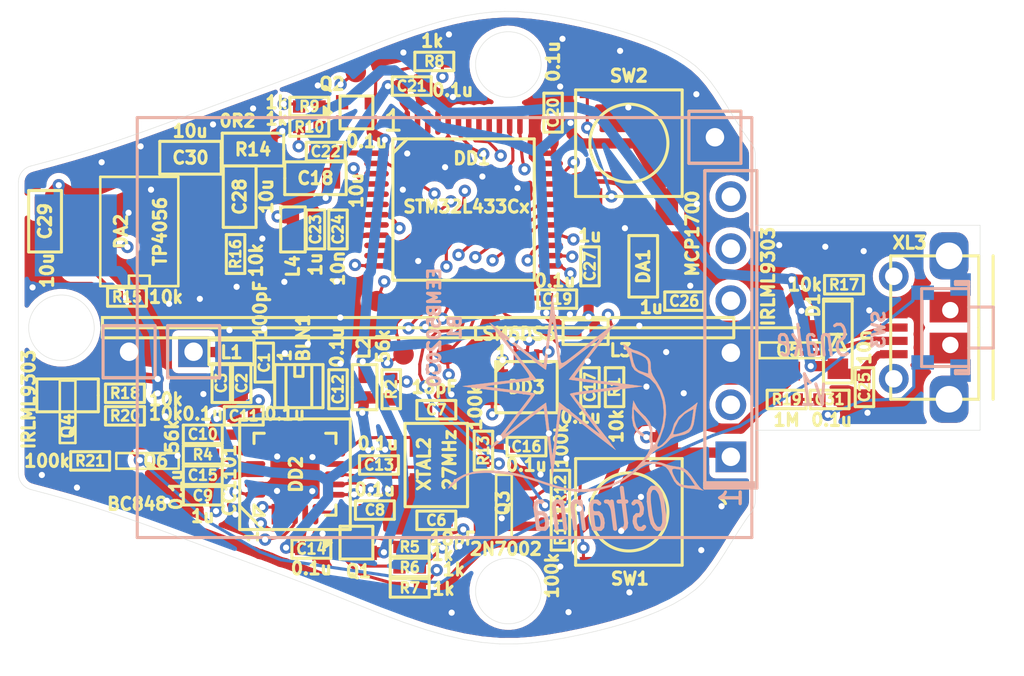
<source format=kicad_pcb>
(kicad_pcb (version 20210126) (generator pcbnew)
  (layers (0 "F.Cu" signal) (1 "In1.Cu" signal) (2 "In2.Cu" signal) (31 "B.Cu" signal) (36 "B.SilkS" user "B.Silkscreen") (37 "F.SilkS" user "F.Silkscreen") (38 "B.Mask" user) (39 "F.Mask" user) (44 "Edge.Cuts" user))
  (net 0 "")
  (net 1 "GND")
  (net 2 "/BAT_IN")
  (net 3 "/RF1")
  (net 4 "/RF2")
  (net 5 "/RF3")
  (net 6 "/ANT1")
  (net 7 "/ANT2")
  (net 8 "Net-(C6-Pad1)")
  (net 9 "Net-(C7-Pad1)")
  (net 10 "Net-(C8-Pad2)")
  (net 11 "VCC")
  (net 12 "/ACC_PWR")
  (net 13 "PwrMCU")
  (net 14 "/MCU_VDDA")
  (net 15 "/5V_USB")
  (net 16 "PwrUnst")
  (net 17 "+3v3")
  (net 18 "/5V_MID")
  (net 19 "Net-(C31-Pad1)")
  (net 20 "Net-(DA2-Pad2)")
  (net 21 "/IS_CHARGING")
  (net 22 "/ChrgEn")
  (net 23 "/ACC_INT1")
  (net 24 "Net-(DD1-Pad4)")
  (net 25 "Net-(DD1-Pad7)")
  (net 26 "/BTN1")
  (net 27 "/BTN2")
  (net 28 "/CC_GDO0")
  (net 29 "/CC_SCK")
  (net 30 "/CC_MISO")
  (net 31 "/CC_MOSI")
  (net 32 "/ADC_BAT_EN")
  (net 33 "/ADC_BAT")
  (net 34 "/CC_GDO2")
  (net 35 "/ACC_CS")
  (net 36 "/ACC_SCK")
  (net 37 "/ACC_MISO")
  (net 38 "/ACC_MOSI")
  (net 39 "/RED_LED")
  (net 40 "/GREEN_LED")
  (net 41 "/BLUE_LED")
  (net 42 "/USB_DM")
  (net 43 "/USB_DP")
  (net 44 "/SWDIO")
  (net 45 "/SWCLK")
  (net 46 "/CC_CS")
  (net 47 "/UART_TX")
  (net 48 "/UART_RX")
  (net 49 "Net-(DD2-Pad17)")
  (net 50 "+BATT")
  (net 51 "Net-(Q1-PadG)")
  (net 52 "Net-(Q1-PadB)")
  (net 53 "Net-(Q1-PadR)")
  (net 54 "Net-(Q2-PadG)")
  (net 55 "Net-(Q2-PadB)")
  (net 56 "Net-(Q2-PadR)")
  (net 57 "Net-(Q3-Pad3)")
  (net 58 "Net-(Q6-Pad3)")
  (net 59 "Net-(Q6-Pad1)")
  (net 60 "/PWRBTN1")
  (footprint "Inductors:IND_0402" (layer "F.Cu") (at 125.3 100.2 -90)
    (fp_text reference "L4")
    (fp_text value "BLM15AG102SN1" hide)
  )
  (footprint "Capacitors:CAP_0402" (layer "F.Cu") (at 126.4 100.2 90)
    (fp_text reference "C23")
    (fp_text value "1u")
  )
  (footprint "Diodes:SOD323" (layer "F.Cu") (at 151.9 105.7 -90)
    (fp_text reference "D1")
    (fp_text value "PMEG2020")
  )
  (footprint "LGA:14_3x2d5_p0d5" (layer "F.Cu") (at 136.7 107.9)
    (fp_text reference "DD3")
    (fp_text value "LSM6DS3")
  )
  (footprint "Connectors:PLS-1Square" (layer "F.Cu") (at 117.3 106.17)
    (fp_text reference "XL5" hide)
    (fp_text value "CONN_1" hide)
  )
  (footprint "Connectors:USBmicro_MOLEX_1050170001" (layer "F.Cu") (at 158.78 104.99 90)
    (fp_text reference "XL3")
    (fp_text value "USB_MICRO_6H" hide)
  )
  (footprint "Capacitors:CAP_0402" (layer "F.Cu") (at 138.2 103.6)
    (fp_text reference "C19")
    (fp_text value "0.1u")
  )
  (footprint "LQFP_TQFP:LQFP48" (layer "F.Cu") (at 133.63 99.23)
    (fp_text reference "DD1")
    (fp_text value "STM32L433Cx")
  )
  (footprint "Capacitors:CAP_0402" (layer "F.Cu") (at 129.3 113.9 180)
    (fp_text reference "C8")
    (fp_text value "0.1u")
  )
  (footprint "BtnsSwitches:BTN_4x4_SMD" (layer "F.Cu") (at 141.7 113.99 -90)
    (fp_text reference "SW1")
    (fp_text value "BUTTON" hide)
  )
  (footprint "Capacitors:CAP_0402" (layer "F.Cu") (at 138 94.5 90)
    (fp_text reference "C20")
    (fp_text value "0.1u")
  )
  (footprint "Capacitors:CAP_0402" (layer "F.Cu") (at 123.9 106.7 -90)
    (fp_text reference "C1")
    (fp_text value "100pF")
  )
  (footprint "QFN_DFN:QFN20" (layer "F.Cu") (at 125.4 112.15 90)
    (fp_text reference "DD2")
    (fp_text value "CC1101")
  )
  (footprint "Resistors:RES_0402_sm" (layer "F.Cu") (at 141 107.9 90)
    (fp_text reference "R1")
    (fp_text value "10k")
  )
  (footprint "BtnsSwitches:BTN_4x4_SMD" (layer "F.Cu") (at 141.7 95.99 -90)
    (fp_text reference "SW2")
    (fp_text value "BUTTON" hide)
  )
  (footprint "SOT:SOT23-3A" (layer "F.Cu") (at 142.4 102 90)
    (fp_text reference "DA1")
    (fp_text value "MCP1700")
  )
  (footprint "Inductors:IND_0402" (layer "F.Cu") (at 128.8 107.9 90)
    (fp_text reference "L2")
    (fp_text value "BLM15AG102SN1" hide)
  )
  (footprint "PCB:TESTPOINT_1MM" (layer "F.Cu") (at 132.8 106.3)
    (fp_text reference "TP2" hide)
    (fp_text value "TESTPOINT" hide)
  )
  (footprint "Capacitors:CAP_0402" (layer "F.Cu") (at 122.9 109.3 180)
    (fp_text reference "C11")
    (fp_text value "0.1u")
  )
  (footprint "Quartz:03225C4" (layer "F.Cu") (at 132.3 111.7 90)
    (fp_text reference "XTAL2")
    (fp_text value "27MHz")
  )
  (footprint "Capacitors:CAP_0603_Silks" (layer "F.Cu") (at 126.4 97.7)
    (fp_text reference "C18")
    (fp_text value "10u")
  )
  (footprint "Resistors:RES_0402_sm" (layer "F.Cu") (at 122.5 101.4 -90)
    (fp_text reference "R16")
    (fp_text value "10k")
  )
  (footprint "Resistors:RES_0402_sm" (layer "F.Cu") (at 134.6 111 90)
    (fp_text reference "R13")
    (fp_text value "100k")
  )
  (footprint "Capacitors:CAP_0402" (layer "F.Cu") (at 121.8 107.7 -90)
    (fp_text reference "C3")
    (fp_text value "*" hide)
  )
  (footprint "Resistors:RES_0402_sm" (layer "F.Cu") (at 130.1 108 -90)
    (fp_text reference "R2")
    (fp_text value "56k")
  )
  (footprint "SO_DIL_TSSOP:SO8_150MIL" (layer "F.Cu") (at 117.8 100.3 90)
    (fp_text reference "DA2")
    (fp_text value "TP4056")
  )
  (footprint "Capacitors:CAP_0402" (layer "F.Cu") (at 129.5 111.7)
    (fp_text reference "C13")
    (fp_text value "0.1u")
  )
  (footprint "LEDs:RF_W3S198TS_A41" (layer "F.Cu") (at 128.4 115.49)
    (fp_text reference "Q1")
    (fp_text value "LED_RGB_CA")
  )
  (footprint "Resistors:RES_0402_sm" (layer "F.Cu") (at 138.3579 112.9072 90)
    (fp_text reference "R12")
    (fp_text value "100k")
  )
  (footprint "Resistors:RES_0402_sm" (layer "F.Cu") (at 117.2 103.5)
    (fp_text reference "R15")
    (fp_text value "10k")
  )
  (footprint "Resistors:RES_0402_sm" (layer "F.Cu") (at 115.4 111.5)
    (fp_text reference "R21")
    (fp_text value "100k")
  )
  (footprint "LEDs:RF_W3S198TS_A41" (layer "F.Cu") (at 128.4 94.49)
    (fp_text reference "Q2")
    (fp_text value "LED_RGB_CA")
  )
  (footprint "Capacitors:CAP_0603_Silks" (layer "F.Cu") (at 122.7 98.6 90)
    (fp_text reference "C28")
    (fp_text value "10u")
  )
  (footprint "Resistors:RES_0402_sm" (layer "F.Cu") (at 120.9 111.2 180)
    (fp_text reference "R4")
    (fp_text value "56k")
  )
  (footprint "Resistors:RES_0402_sm" (layer "F.Cu") (at 131 116.7)
    (fp_text reference "R6")
    (fp_text value "1k")
  )
  (footprint "Capacitors:CAP_0402" (layer "F.Cu") (at 136.7 110.8)
    (fp_text reference "C16")
    (fp_text value "0.1u")
  )
  (footprint "Capacitors:CAP_0402" (layer "F.Cu") (at 126.2 115.8)
    (fp_text reference "C14")
    (fp_text value "0.1u")
  )
  (footprint "Resistors:RES_0402_sm" (layer "F.Cu") (at 132.2 92)
    (fp_text reference "R8")
    (fp_text value "1k")
  )
  (footprint "Capacitors:CAP_0402" (layer "F.Cu") (at 144.4 103.7)
    (fp_text reference "C26")
    (fp_text value "1u")
  )
  (footprint "Resistors:RES_0402_sm" (layer "F.Cu") (at 126.1 94.2 180)
    (fp_text reference "R9")
    (fp_text value "1k")
  )
  (footprint "PCB:TESTPOINT_1MM" (layer "F.Cu") (at 130.7 106.3)
    (fp_text reference "TP1" hide)
    (fp_text value "TESTPOINT" hide)
  )
  (footprint "SOT:SOT23-3" (layer "F.Cu") (at 118.2 111.5 180)
    (fp_text reference "Q6")
    (fp_text value "BC848")
  )
  (footprint "Resistors:RES_0402_sm" (layer "F.Cu") (at 131 117.7)
    (fp_text reference "R7")
    (fp_text value "1k")
  )
  (footprint "Capacitors:CAP_0402" (layer "F.Cu") (at 153.2 107.9 90)
    (fp_text reference "C25")
    (fp_text value "10n")
  )
  (footprint "Capacitors:CAP_0402" (layer "F.Cu") (at 120.9 112.2 180)
    (fp_text reference "C15")
    (fp_text value "0.1u")
  )
  (footprint "Capacitors:CAP_0402" (layer "F.Cu") (at 151.5 108.5)
    (fp_text reference "C31")
    (fp_text value "0.1u")
  )
  (footprint "Resistors:RES_0402_sm" (layer "F.Cu") (at 152.2 102.9)
    (fp_text reference "R17")
    (fp_text value "10k")
  )
  (footprint "Resistors:RES_0402_sm" (layer "F.Cu") (at 138.3579 114.9072 90)
    (fp_text reference "R11")
    (fp_text value "100k")
  )
  (footprint "PCB:TESTPOINT_1MM" (layer "F.Cu") (at 129.4 103.7)
    (fp_text reference "TP3" hide)
    (fp_text value "TESTPOINT" hide)
  )
  (footprint "Resistors:RES_0603" (layer "F.Cu") (at 123.35 96.3 180)
    (fp_text reference "R14")
    (fp_text value "0R2")
  )
  (footprint "Connectors:PLS-6" (layer "F.Cu") (at 146.6767 111.3 90)
    (fp_text reference "XL1" hide)
    (fp_text value "CONN_6" hide)
  )
  (footprint "Inductors:IND_0402" (layer "F.Cu") (at 122.3 106.2)
    (fp_text reference "L1")
    (fp_text value "*" hide)
  )
  (footprint "Resistors:RES_0603_FUSE" (layer "F.Cu") (at 114.3 108.3 180)
    (fp_text reference "F1" hide)
    (fp_text value "Fuse0R" hide)
  )
  (footprint "Radio:BALUN_JOHANSON868" (layer "F.Cu") (at 125.59 107.85 90)
    (fp_text reference "BLN1")
    (fp_text value "BALUN868JOHANSON" hide)
  )
  (footprint "Resistors:RES_0402_sm" (layer "F.Cu") (at 131 115.7)
    (fp_text reference "R5")
    (fp_text value "1k")
  )
  (footprint "SOT:SOT23-3" (layer "F.Cu") (at 149.6 106.1)
    (fp_text reference "Q5")
    (fp_text value "IRLML9303")
  )
  (footprint "Capacitors:CAP_0402" (layer "F.Cu") (at 139.8 102 90)
    (fp_text reference "C27")
    (fp_text value "1u")
  )
  (footprint "Capacitors:CAP_0402" (layer "F.Cu") (at 131.1 93.2)
    (fp_text reference "C21")
    (fp_text value "0.1u")
  )
  (footprint "Capacitors:CAP_0402" (layer "F.Cu") (at 127.5 100.2 90)
    (fp_text reference "C24")
    (fp_text value "10n")
  )
  (footprint "Capacitors:CAP_0402" (layer "F.Cu") (at 120.9 113.2 180)
    (fp_text reference "C9")
    (fp_text value "1u")
  )
  (footprint "SOT:SOT23-3" (layer "F.Cu") (at 114.3 109.1 -90)
    (fp_text reference "Q4")
    (fp_text value "IRLML9303")
  )
  (footprint "Capacitors:CAP_0402" (layer "F.Cu") (at 139.8 107.9 90)
    (fp_text reference "C17")
    (fp_text value "0.1u")
  )
  (footprint "Resistors:RES_0402_sm" (layer "F.Cu") (at 117.1 108.2)
    (fp_text reference "R18")
    (fp_text value "10k")
  )
  (footprint "Capacitors:CAP_0402" (layer "F.Cu") (at 127.5 108 90)
    (fp_text reference "C12")
    (fp_text value "0.1u")
  )
  (footprint "Resistors:RES_0402_sm" (layer "F.Cu") (at 149.4 108.5)
    (fp_text reference "R19")
    (fp_text value "1M")
  )
  (footprint "Capacitors:CAP_0402" (layer "F.Cu") (at 120.9 110.2 180)
    (fp_text reference "C10")
    (fp_text value "0.1u")
  )
  (footprint "Resistors:RES_0402_sm" (layer "F.Cu") (at 126.1 95.2 180)
    (fp_text reference "R10")
    (fp_text value "1k")
  )
  (footprint "Capacitors:CAP_0603_Silks" (layer "F.Cu") (at 113.2 99.8 90)
    (fp_text reference "C29")
    (fp_text value "10u")
  )
  (footprint "Capacitors:CAP_0402" (layer "F.Cu") (at 132.3 114.4 180)
    (fp_text reference "C6")
    (fp_text value "18pF")
  )
  (footprint "Connectors:PLS-1Square" (layer "F.Cu") (at 120.45 106.17)
    (fp_text reference "XL4" hide)
    (fp_text value "CONN_1" hide)
  )
  (footprint "PCB:TESTPOINT_1MM" (layer "F.Cu") (at 128.3679 92.5161)
    (fp_text reference "TP4" hide)
    (fp_text value "TESTPOINT" hide)
  )
  (footprint "Inductors:IND_0402" (layer "F.Cu") (at 139.5877 105.215)
    (fp_text reference "L3")
    (fp_text value "BLM15AG102SN1" hide)
  )
  (footprint "SOT:SOT23-3" (layer "F.Cu") (at 135.6 113.7 90)
    (fp_text reference "Q3")
    (fp_text value "2N7002")
  )
  (footprint "Capacitors:CAP_0402" (layer "F.Cu") (at 126.9 96.4 180)
    (fp_text reference "C22")
    (fp_text value "0.1u")
  )
  (footprint "Connectors:PLS-1Rnd" (layer "F.Cu") (at 145.9 95.7)
    (fp_text reference "XL2" hide)
    (fp_text value "CONN_1" hide)
  )
  (footprint "Capacitors:CAP_0603_Silks" (layer "F.Cu") (at 120.3 96.7 180)
    (fp_text reference "C30")
    (fp_text value "10u")
  )
  (footprint "Resistors:RES_0402_sm" (layer "F.Cu") (at 117.1 109.3)
    (fp_text reference "R20")
    (fp_text value "10k")
  )
  (footprint "Capacitors:CAP_0402" (layer "F.Cu") (at 132.3 109)
    (fp_text reference "C7")
    (fp_text value "18pF")
  )
  (footprint "Capacitors:CAP_0402" (layer "F.Cu") (at 122.8 107.7 -90)
    (fp_text reference "C2")
    (fp_text value "*" hide)
  )
  (footprint "Pictures:Ostranna_12d7_10d1" (layer "B.Cu") (at 139.15 108.2 180)
    (fp_text reference "Logo1" hide)
    (fp_text value "Logo" hide)
  )
  (footprint "Installation:EEMB502030" (layer "B.Cu") (at 132.7 104.99 -90)
    (fp_text reference "B1")
    (fp_text value "EEMB502030")
  )
  (footprint "BtnsSwitches:BTN_IT1198" (layer "B.Cu") (at 159.49 104.99 -90)
    (fp_text reference "SW3")
    (fp_text value "BUTTON" hide)
  )
  (gr_line (start 116 105) (end 150 105) (layer "F.SilkS") (width 0.15))
  (gr_rect (start 116 104.5) (end 146.82 105.49) (layer "F.SilkS") (width 0.15) (fill none))
  (gr_line (start 146.02303 116.542692) (end 146.377672 115.996579) (layer "Edge.Cuts") (width 0.02))
  (gr_line (start 114.360844 113.401416) (end 115.188664 113.644235) (layer "Edge.Cuts") (width 0.02))
  (gr_line (start 147.864483 100) (end 147.864483 96.523069) (layer "Edge.Cuts") (width 0.02))
  (gr_line (start 133.13319 89.892332) (end 132.476127 90.058153) (layer "Edge.Cuts") (width 0.02))
  (gr_line (start 142.750791 91.004927) (end 142.329427 90.846927) (layer "Edge.Cuts") (width 0.02))
  (gr_line (start 133.637244 120.215823) (end 134.516457 120.358685) (layer "Edge.Cuts") (width 0.02))
  (gr_line (start 146.745433 115.403451) (end 147.017456 114.967067) (layer "Edge.Cuts") (width 0.02))
  (gr_line (start 136.962085 120.381555) (end 137.729285 120.284199) (layer "Edge.Cuts") (width 0.02))
  (gr_line (start 122.367776 93.816687) (end 121.909992 93.984708) (layer "Edge.Cuts") (width 0.02))
  (gr_line (start 115.188664 113.644235) (end 116.060559 113.916295) (layer "Edge.Cuts") (width 0.02))
  (gr_line (start 127.421385 91.90234) (end 126.727644 92.181291) (layer "Edge.Cuts") (width 0.02))
  (gr_line (start 120.181187 94.624683) (end 119.518337 94.870624) (layer "Edge.Cuts") (width 0.02))
  (gr_line (start 147.864483 113.47693) (end 147.864483 110) (layer "Edge.Cuts") (width 0.02))
  (gr_line (start 128.954728 91.284582) (end 128.164393 91.602075) (layer "Edge.Cuts") (width 0.02))
  (gr_line (start 131.789525 119.74211) (end 132.742004 120.012121) (layer "Edge.Cuts") (width 0.02))
  (gr_line (start 118.596217 114.791189) (end 119.313743 115.053865) (layer "Edge.Cuts") (width 0.02))
  (gr_line (start 143.147248 118.832339) (end 143.841751 118.502885) (layer "Edge.Cuts") (width 0.02))
  (gr_line (start 124.356795 93.086338) (end 123.841377 93.276321) (layer "Edge.Cuts") (width 0.02))
  (gr_line (start 125.385864 92.701009) (end 124.724626 92.949822) (layer "Edge.Cuts") (width 0.02))
  (gr_line (start 144.443583 118.151397) (end 144.952744 117.777873) (layer "Edge.Cuts") (width 0.02))
  (gr_arc (start 112.699828 112.120639) (end 111.899999 112.120526) (angle -75.4) (layer "Edge.Cuts") (width 0.02))
  (gr_line (start 144.15471 91.670362) (end 143.677157 91.412878) (layer "Edge.Cuts") (width 0.02))
  (gr_line (start 116.787388 95.844654) (end 116.348342 95.990321) (layer "Edge.Cuts") (width 0.02))
  (gr_line (start 120.126473 115.354989) (end 120.920541 115.649654) (layer "Edge.Cuts") (width 0.02))
  (gr_line (start 123.17837 93.519771) (end 122.367776 93.816687) (layer "Edge.Cuts") (width 0.02))
  (gr_line (start 127.115263 117.973928) (end 128.305228 118.454747) (layer "Edge.Cuts") (width 0.02))
  (gr_line (start 130.714283 119.383262) (end 131.789525 119.74211) (layer "Edge.Cuts") (width 0.02))
  (gr_line (start 140.915894 119.598681) (end 141.411629 119.454994) (layer "Edge.Cuts") (width 0.02))
  (gr_line (start 139.353825 119.981477) (end 140.157864 119.796309) (layer "Edge.Cuts") (width 0.02))
  (gr_line (start 116.965748 114.215591) (end 117.797053 114.504079) (layer "Edge.Cuts") (width 0.02))
  (gr_line (start 145.689567 92.995448) (end 145.335747 92.580171) (layer "Edge.Cuts") (width 0.02))
  (gr_line (start 117.636915 95.552452) (end 117.234122 95.692644) (layer "Edge.Cuts") (width 0.02))
  (gr_line (start 138.56818 89.858748) (end 137.729735 89.715862) (layer "Edge.Cuts") (width 0.02))
  (gr_line (start 122.220904 116.129531) (end 122.486791 116.226872) (layer "Edge.Cuts") (width 0.02))
  (gr_line (start 140.157864 119.796309) (end 140.915894 119.598681) (layer "Edge.Cuts") (width 0.02))
  (gr_line (start 136.26658 120.43332) (end 136.962085 120.381555) (layer "Edge.Cuts") (width 0.02))
  (gr_line (start 141.882632 119.306516) (end 142.328903 119.153248) (layer "Edge.Cuts") (width 0.02))
  (gr_line (start 117.234122 95.692644) (end 116.787388 95.844654) (layer "Edge.Cuts") (width 0.02))
  (gr_line (start 142.750441 118.995189) (end 143.147248 118.832339) (layer "Edge.Cuts") (width 0.02))
  (gr_line (start 117.988727 95.427743) (end 117.636915 95.552452) (layer "Edge.Cuts") (width 0.02))
  (gr_line (start 142.328903 119.153248) (end 142.750441 118.995189) (layer "Edge.Cuts") (width 0.02))
  (gr_line (start 134.388694 89.658165) (end 133.760714 89.760425) (layer "Edge.Cuts") (width 0.02))
  (gr_line (start 146.861396 94.783902) (end 146.408171 94.052131) (layer "Edge.Cuts") (width 0.02))
  (gr_line (start 145.32841 117.427566) (end 145.676079 117.021923) (layer "Edge.Cuts") (width 0.02))
  (gr_line (start 129.644509 91.013783) (end 128.954728 91.284582) (layer "Edge.Cuts") (width 0.02))
  (gr_line (start 114.49708 96.559537) (end 113.543766 96.826566) (layer "Edge.Cuts") (width 0.02))
  (gr_line (start 122.486791 116.226872) (end 122.852824 116.360911) (layer "Edge.Cuts") (width 0.02))
  (gr_line (start 119.518337 94.870624) (end 118.918581 95.09125) (layer "Edge.Cuts") (width 0.02))
  (gr_line (start 128.305228 118.454747) (end 129.477046 118.921322) (layer "Edge.Cuts") (width 0.02))
  (gr_line (start 147.380209 114.413486) (end 147.705558 113.955266) (layer "Edge.Cuts") (width 0.02))
  (gr_line (start 141.411979 90.545122) (end 140.915894 90.401318) (layer "Edge.Cuts") (width 0.02))
  (gr_line (start 111.9 97.879473) (end 111.9 112.120526) (layer "Edge.Cuts") (width 0.02))
  (gr_line (start 124.724626 92.949822) (end 124.356795 93.086338) (layer "Edge.Cuts") (width 0.02))
  (gr_line (start 115.396059 96.292588) (end 114.49708 96.559537) (layer "Edge.Cuts") (width 0.02))
  (gr_line (start 124.70579 117.043148) (end 125.942672 117.512496) (layer "Edge.Cuts") (width 0.02))
  (gr_line (start 123.841377 93.276321) (end 123.17837 93.519771) (layer "Edge.Cuts") (width 0.02))
  (gr_line (start 158.843749 100) (end 147.864483 100) (layer "Edge.Cuts") (width 0.02))
  (gr_arc (start 147.06606 96.522769) (end 147.864483 96.523069) (angle -36.8) (layer "Edge.Cuts") (width 0.02))
  (gr_line (start 147.275843 95.431241) (end 146.861396 94.783902) (layer "Edge.Cuts") (width 0.02))
  (gr_line (start 116.348342 95.990321) (end 115.396059 96.292588) (layer "Edge.Cuts") (width 0.02))
  (gr_line (start 126.727644 92.181291) (end 126.004793 92.464132) (layer "Edge.Cuts") (width 0.02))
  (gr_line (start 113.543766 96.826566) (end 112.49811 97.105389) (layer "Edge.Cuts") (width 0.02))
  (gr_line (start 145.676079 117.021923) (end 146.02303 116.542692) (layer "Edge.Cuts") (width 0.02))
  (gr_circle (center 114 105) (end 115.6 105) (layer "Edge.Cuts") (width 0.02) (fill none))
  (gr_line (start 126.004793 92.464132) (end 125.385864 92.701009) (layer "Edge.Cuts") (width 0.02))
  (gr_line (start 121.81981 115.982075) (end 122.029931 116.059415) (layer "Edge.Cuts") (width 0.02))
  (gr_line (start 132.476127 90.058153) (end 131.789525 90.257889) (layer "Edge.Cuts") (width 0.02))
  (gr_line (start 123.190276 116.484596) (end 123.499148 116.597927) (layer "Edge.Cuts") (width 0.02))
  (gr_line (start 121.590541 115.89751) (end 121.81981 115.982075) (layer "Edge.Cuts") (width 0.02))
  (gr_line (start 121.909992 93.984708) (end 121.379434 94.180482) (layer "Edge.Cuts") (width 0.02))
  (gr_line (start 116.060559 113.916295) (end 116.965748 114.215591) (layer "Edge.Cuts") (width 0.02))
  (gr_circle (center 135.815669 117.85) (end 137.415669 117.85) (layer "Edge.Cuts") (width 0.02) (fill none))
  (gr_line (start 146.045852 93.490947) (end 145.689567 92.995448) (layer "Edge.Cuts") (width 0.02))
  (gr_line (start 143.841751 118.502885) (end 144.443583 118.151397) (layer "Edge.Cuts") (width 0.02))
  (gr_line (start 132.742004 120.012121) (end 133.637244 120.215823) (layer "Edge.Cuts") (width 0.02))
  (gr_line (start 158.843749 110) (end 158.843749 100) (layer "Edge.Cuts") (width 0.02))
  (gr_line (start 131.138591 90.469353) (end 130.423586 90.721317) (layer "Edge.Cuts") (width 0.02))
  (gr_line (start 146.377672 115.996579) (end 146.745433 115.403451) (layer "Edge.Cuts") (width 0.02))
  (gr_arc (start 112.699826 97.879363) (end 112.49811 97.105389) (angle -75.4) (layer "Edge.Cuts") (width 0.02))
  (gr_line (start 139.354301 90.018622) (end 138.56818 89.858748) (layer "Edge.Cuts") (width 0.02))
  (gr_line (start 135.01949 89.589038) (end 134.388694 89.658165) (layer "Edge.Cuts") (width 0.02))
  (gr_line (start 122.029931 116.059415) (end 122.220904 116.129531) (layer "Edge.Cuts") (width 0.02))
  (gr_line (start 142.329427 90.846927) (end 141.883157 90.693658) (layer "Edge.Cuts") (width 0.02))
  (gr_line (start 123.77944 116.700904) (end 124.70579 117.043148) (layer "Edge.Cuts") (width 0.02))
  (gr_arc (start 147.06606 113.477226) (end 147.705558 113.955266) (angle -36.8) (layer "Edge.Cuts") (width 0.02))
  (gr_line (start 135.389087 120.434015) (end 136.26658 120.43332) (layer "Edge.Cuts") (width 0.02))
  (gr_line (start 136.962535 89.618506) (end 136.26658 89.566679) (layer "Edge.Cuts") (width 0.02))
  (gr_line (start 134.516457 120.358685) (end 135.389087 120.434015) (layer "Edge.Cuts") (width 0.02))
  (gr_line (start 131.789525 90.257889) (end 131.138591 90.469353) (layer "Edge.Cuts") (width 0.02))
  (gr_line (start 118.918581 95.09125) (end 118.37557 95.288765) (layer "Edge.Cuts") (width 0.02))
  (gr_line (start 143.677157 91.412878) (end 143.147248 91.16766) (layer "Edge.Cuts") (width 0.02))
  (gr_line (start 130.423586 90.721317) (end 129.644509 91.013783) (layer "Edge.Cuts") (width 0.02))
  (gr_line (start 135.638099 89.558359) (end 135.01949 89.589038) (layer "Edge.Cuts") (width 0.02))
  (gr_line (start 125.942672 117.512496) (end 127.115263 117.973928) (layer "Edge.Cuts") (width 0.02))
  (gr_line (start 133.760714 89.760425) (end 133.13319 89.892332) (layer "Edge.Cuts") (width 0.02))
  (gr_line (start 144.952744 92.222126) (end 144.579906 91.940111) (layer "Edge.Cuts") (width 0.02))
  (gr_line (start 129.477046 118.921322) (end 130.714283 119.383262) (layer "Edge.Cuts") (width 0.02))
  (gr_line (start 118.37557 95.288765) (end 117.988727 95.427743) (layer "Edge.Cuts") (width 0.02))
  (gr_line (start 112.49811 112.89461) (end 113.468866 113.153021) (layer "Edge.Cuts") (width 0.02))
  (gr_line (start 136.26658 89.566679) (end 135.638099 89.558359) (layer "Edge.Cuts") (width 0.02))
  (gr_line (start 120.920541 115.649654) (end 121.590541 115.89751) (layer "Edge.Cuts") (width 0.02))
  (gr_line (start 141.411629 119.454994) (end 141.882632 119.306516) (layer "Edge.Cuts") (width 0.02))
  (gr_line (start 123.499148 116.597927) (end 123.77944 116.700904) (layer "Edge.Cuts") (width 0.02))
  (gr_line (start 120.820021 94.3876) (end 120.181187 94.624683) (layer "Edge.Cuts") (width 0.02))
  (gr_line (start 144.952744 117.777873) (end 145.32841 117.427566) (layer "Edge.Cuts") (width 0.02))
  (gr_line (start 147.864483 110) (end 158.843749 110) (layer "Edge.Cuts") (width 0.02))
  (gr_line (start 137.729285 120.284199) (end 138.56818 120.141251) (layer "Edge.Cuts") (width 0.02))
  (gr_line (start 140.1583 90.2038) (end 139.354301 90.018622) (layer "Edge.Cuts") (width 0.02))
  (gr_line (start 145.335747 92.580171) (end 144.952744 92.222126) (layer "Edge.Cuts") (width 0.02))
  (gr_line (start 137.729735 89.715862) (end 136.962535 89.618506) (layer "Edge.Cuts") (width 0.02))
  (gr_line (start 113.468866 113.153021) (end 114.360844 113.401416) (layer "Edge.Cuts") (width 0.02))
  (gr_line (start 121.379434 94.180482) (end 120.820021 94.3876) (layer "Edge.Cuts") (width 0.02))
  (gr_line (start 128.164393 91.602075) (end 127.421385 91.90234) (layer "Edge.Cuts") (width 0.02))
  (gr_line (start 140.915894 90.401318) (end 140.1583 90.2038) (layer "Edge.Cuts") (width 0.02))
  (gr_line (start 144.579906 91.940111) (end 144.15471 91.670362) (layer "Edge.Cuts") (width 0.02))
  (gr_circle (center 135.815669 92.15) (end 137.415669 92.15) (layer "Edge.Cuts") (width 0.02) (fill none))
  (gr_line (start 141.883157 90.693658) (end 141.411979 90.545122) (layer "Edge.Cuts") (width 0.02))
  (gr_line (start 147.017456 114.967067) (end 147.380209 114.413486) (layer "Edge.Cuts") (width 0.02))
  (gr_line (start 143.147248 91.16766) (end 142.750791 91.004927) (layer "Edge.Cuts") (width 0.02))
  (gr_line (start 146.408171 94.052131) (end 146.045852 93.490947) (layer "Edge.Cuts") (width 0.02))
  (gr_line (start 147.705558 96.044733) (end 147.275843 95.431241) (layer "Edge.Cuts") (width 0.02))
  (gr_line (start 117.797053 114.504079) (end 118.596217 114.791189) (layer "Edge.Cuts") (width 0.02))
  (gr_line (start 119.313743 115.053865) (end 120.126473 115.354989) (layer "Edge.Cuts") (width 0.02))
  (gr_line (start 138.56818 120.141251) (end 139.353825 119.981477) (layer "Edge.Cuts") (width 0.02))
  (gr_line (start 122.852824 116.360911) (end 123.190276 116.484596) (layer "Edge.Cuts") (width 0.02))
  (gr_text "Ostranna" (at 140.35 113.9) (layer "B.SilkS") (effects (font (size 2 1) (thickness 0.2) italic) (justify mirror)))
  (gr_text "Snake\nv1" (at 150.75 106.85) (layer "B.SilkS") (effects (font (size 1.5 0.8) (thickness 0.15) italic) (justify mirror)))
  (segment (start 140.9 101.24) (end 140.65 101.24) (width 0.5) (layer "F.Cu") (net 1))
  (segment (start 152.9 108.45) (end 153.15 108.45) (width 0.5) (layer "F.Cu") (net 1))
  (segment (start 119.7396 102.2015) (end 119.4434 102.1043) (width 0.5) (layer "F.Cu") (net 1))
  (segment (start 137.7 94.05) (end 137.5964 94.05) (width 0.5) (layer "F.Cu") (net 1))
  (segment (start 153.6133 104.315) (end 153.955 104.315) (width 0.35) (layer "F.Cu") (net 1))
  (segment (start 120.594 102.205) (end 119.8434 102.205) (width 0.5) (layer "F.Cu") (net 1))
  (segment (start 131.75 114.1) (end 131.75 114.35) (width 0.5) (layer "F.Cu") (net 1))
  (segment (start 138.65 103.55) (end 138.7 103.6) (width 0.5) (layer "F.Cu") (net 1))
  (segment (start 126.59 107.2069) (end 126.8236 107.3195) (width 0.25) (layer "F.Cu") (net 1))
  (segment (start 137.5964 94.05) (end 137.45 94.1964) (width 0.5) (layer "F.Cu") (net 1))
  (segment (start 127.5 107.5) (end 127.45 107.45) (width 0.5) (layer "F.Cu") (net 1))
  (segment (start 120.4 112.25) (end 120.4 112.2) (width 0.5) (layer "F.Cu") (net 1))
  (segment (start 137.2 109.8018) (end 137.2 109.75) (width 0.25) (layer "F.Cu") (net 1))
  (segment (start 136.73 109.8929) (end 136.9321 110.095) (width 0.25) (layer "F.Cu") (net 1))
  (segment (start 125.0255 111.6721) (end 125.0951 111.9359) (width 0.25) (layer "F.Cu") (net 1))
  (segment (start 126.7466 115.5) (end 126.7466 115.0485) (width 0.5) (layer "F.Cu") (net 1))
  (segment (start 120.1 112.25) (end 120.35 112.25) (width 0.5) (layer "F.Cu") (net 1))
  (segment (start 133.35 110.55) (end 133.6 110.55) (width 0.5) (layer "F.Cu") (net 1))
  (segment (start 119.9964 112.25) (end 120.1 112.25) (width 0.5) (layer "F.Cu") (net 1))
  (segment (start 121.85 108.2) (end 121.8 108.2) (width 0.5) (layer "F.Cu") (net 1))
  (segment (start 139.75 107.1) (end 139.75 107.35) (width 0.5) (layer "F.Cu") (net 1))
  (segment (start 140.2036 101.45) (end 140.1 101.45) (width 0.5) (layer "F.Cu") (net 1))
  (segment (start 128.6671 99.9452) (end 128.3969 99.9821) (width 0.25) (layer "F.Cu") (net 1))
  (segment (start 135.9 102.8162) (end 136.1812 102.535) (width 0.25) (layer "F.Cu") (net 1))
  (segment (start 119.3769 98.0966) (end 119.799 97.6745) (width 0.5) (layer "F.Cu") (net 1))
  (segment (start 131.5 112.8) (end 131.75 113.25) (width 0.5) (layer "F.Cu") (net 1))
  (segment (start 112.942 100.7565) (end 112.942 101.0065) (width 0.5) (layer "F.Cu") (net 1))
  (segment (start 121.4484 102.2015) (end 122.0964 101.95) (width 0.5) (layer "F.Cu") (net 1))
  (segment (start 141.1 101.04) (end 141.3 100.84) (width 0.5) (layer "F.Cu") (net 1))
  (segment (start 138.1947 102.83) (end 138.5036 103.05) (width 0.5) (layer "F.Cu") (net 1))
  (segment (start 137.25 110.75) (end 137.5 110.75) (width 0.5) (layer "F.Cu") (net 1))
  (segment (start 136.1812 102.535) (end 136.5788 102.535) (width 0.25) (layer "F.Cu") (net 1))
  (segment (start 122.2 101.95) (end 122.45 101.95) (width 0.5) (layer "F.Cu") (net 1))
  (segment (start 120.1 111.25) (end 119.9964 111.25) (width 0.5) (layer "F.Cu") (net 1))
  (segment (start 120.1757 97.6745) (end 120.7211 97.458) (width 0.5) (layer "F.Cu") (net 1))
  (segment (start 125.0255 111.6721) (end 125.2707 111.7915) (width 0.25) (layer "F.Cu") (net 1))
  (segment (start 125.8325 97.442) (end 125.8325 97.192) (width 0.5) (layer "F.Cu") (net 1))
  (segment (start 117.65 105.42) (end 117.65 103.8) (width 0.5) (layer "F.Cu") (net 1))
  (segment (start 127.8 99.75) (end 127.55 99.75) (width 0.5) (layer "F.Cu") (net 1))
  (segment (start 127.55 99.75) (end 127.5 99.7) (width 0.5) (layer "F.Cu") (net 1))
  (segment (start 120.45 109.7964) (end 120.9284 108.2344) (width 0.5) (layer "F.Cu") (net 1))
  (segment (start 127.0987 107.4446) (end 126.9554 107.3013) (width 0.5) (layer "F.Cu") (net 1))
  (segment (start 123.45 111.15) (end 123.81 111.15) (width 0.25) (layer "F.Cu") (net 1))
  (segment (start 141.3 100.4864) (end 141.5064 100.1384) (width 0.5) (layer "F.Cu") (net 1))
  (segment (start 152 108.5) (end 152.05 108.45) (width 0.5) (layer "F.Cu") (net 1))
  (segment (start 135.1448 114.3818) (end 135.4912 114.2994) (width 0.5) (layer "F.Cu") (net 1))
  (segment (start 119.8434 102.205) (end 119.7396 102.2015) (width 0.5) (layer "F.Cu") (net 1))
  (segment (start 134.255 107.8821) (end 134.4571 107.68) (width 0.25) (layer "F.Cu") (net 1))
  (segment (start 126.29 107.85) (end 126.29 107.75) (width 0.15) (layer "F.Cu") (net 1))
  (segment (start 137.5 110.75) (end 137.6036 110.75) (width 0.5) (layer "F.Cu") (net 1))
  (segment (start 125.9806 96.946) (end 126.2019 96.946) (width 0.5) (layer "F.Cu") (net 1))
  (segment (start 125.4 112.15) (end 124.523 112.9651) (width 0.5) (layer "F.Cu") (net 1))
  (segment (start 135.0412 114.3818) (end 135.1448 114.3818) (width 0.5) (layer "F.Cu") (net 1))
  (segment (start 126.346 96.8019) (end 126.35 96.7) (width 0.5) (layer "F.Cu") (net 1))
  (segment (start 136.7955 102.5636) (end 138.1947 102.83) (width 0.5) (layer "F.Cu") (net 1))
  (segment (start 132.88 94.515) (end 132.88 94.98) (width 0.15) (layer "F.Cu") (net 1))
  (segment (start 120.4 111.2) (end 120.4 111.15) (width 0.5) (layer "F.Cu") (net 1))
  (segment (start 124.89 107.85) (end 125.115 107.85) (width 0.15) (layer "F.Cu") (net 1))
  (segment (start 120.4 111.25) (end 120.4 111.2) (width 0.5) (layer "F.Cu") (net 1))
  (segment (start 127.55 107.45) (end 127.55 107.2) (width 0.5) (layer "F.Cu") (net 1))
  (segment (start 136.5788 102.535) (end 136.7112 102.6559) (width 0.25) (layer "F.Cu") (net 1))
  (segment (start 132.85 109.3) (end 132.85 109.05) (width 0.5) (layer "F.Cu") (net 1))
  (segment (start 134.9 110.45) (end 134.65 110.45) (width 0.5) (layer "F.Cu") (net 1))
  (segment (start 120.594 99.665) (end 121.0906 99.665) (width 0.5) (layer "F.Cu") (net 1))
  (segment (start 126.4 99.7) (end 126.35 99.65) (width 0.5) (layer "F.Cu") (net 1))
  (segment (start 120.594 99.665) (end 120.0974 99.665) (width 0.5) (layer "F.Cu") (net 1))
  (segment (start 134.255 107.8821) (end 134.1156 108.0296) (width 0.25) (layer "F.Cu") (net 1))
  (segment (start 127.55 107.2) (end 127.55 107.0964) (width 0.5) (layer "F.Cu") (net 1))
  (segment (start 127.2 99.7) (end 127.45 99.7) (width 0.5) (layer "F.Cu") (net 1))
  (segment (start 120.594 102.205) (end 121.3446 102.205) (width 0.5) (layer "F.Cu") (net 1))
  (segment (start 122.6036 108.75) (end 122.75 108.6036) (width 0.5) (layer "F.Cu") (net 1))
  (segment (start 122.0884 99.5565) (end 122.192 99.5565) (width 0.5) (layer "F.Cu") (net 1))
  (segment (start 138.75 104.0036) (end 138.75 103.9) (width 0.5) (layer "F.Cu") (net 1))
  (segment (start 112.942 101.0065) (end 112.942 101.1101) (width 0.5) (layer "F.Cu") (net 1))
  (segment (start 131.65 93.25) (end 131.9 93.25) (width 0.5) (layer "F.Cu") (net 1))
  (segment (start 137.2 110.8) (end 137.15 110.75) (width 0.5) (layer "F.Cu") (net 1))
  (segment (start 119.5462 112.3088) (end 119.6498 112.3088) (width 0.5) (layer "F.Cu") (net 1))
  (segment (start 140.95 107.4) (end 141 107.4) (width 0.5) (layer "F.Cu") (net 1))
  (segment (start 126.2019 96.946) (end 126.346 96.8019) (width 0.5) (layer "F.Cu") (net 1))
  (segment (start 138.65 103.3) (end 138.65 103.55) (width 0.5) (layer "F.Cu") (net 1))
  (segment (start 131.25 113.25) (end 131.5 112.8) (width 0.5) (layer "F.Cu") (net 1))
  (segment (start 125.19 107.85) (end 125.99 107.85) (width 0.15) (layer "F.Cu") (net 1))
  (segment (start 140.1 107.4) (end 140.7 107.4) (width 0.5) (layer "F.Cu") (net 1))
  (segment (start 126.35 99.4) (end 126.35 99.2964) (width 0.5) (layer "F.Cu") (net 1))
  (segment (start 126.7466 115.75) (end 126.7466 115.5) (width 0.5) (layer "F.Cu") (net 1))
  (segment (start 119.2962 112.3088) (end 119.5462 112.3088) (width 0.5) (layer "F.Cu") (net 1))
  (segment (start 127.5 107.5) (end 127.55 107.45) (width 0.5) (layer "F.Cu") (net 1))
  (segment (start 125.115 107.85) (end 125.19 107.85) (width 0.15) (layer "F.Cu") (net 1))
  (segment (start 120.45 109.9) (end 120.45 109.7964) (width 0.5) (layer "F.Cu") (net 1))
  (segment (start 136.5788 102.535) (end 136.7955 102.5636) (width 0.25) (layer "F.Cu") (net 1))
  (segment (start 126.7 115.8) (end 126.7466 115.75) (width 0.5) (layer "F.Cu") (net 1))
  (segment (start 139.6947 106.6443) (end 139.75 106.9964) (width 0.5) (layer "F.Cu") (net 1))
  (segment (start 132.85 109.9) (end 132.85 109.3) (width 0.5) (layer "F.Cu") (net 1))
  (segment (start 121.5 108.2344) (end 120.9284 108.2344) (width 0.5) (layer "F.Cu") (net 1))
  (segment (start 137.75 110.6036) (end 137.7942 110.4308) (width 0.5) (layer "F.Cu") (net 1))
  (segment (start 137.2162 96.9599) (end 136.9351 96.6788) (width 0.25) (layer "F.Cu") (net 1))
  (segment (start 129.85 113.4964) (end 129.85 113.6) (width 0.5) (layer "F.Cu") (net 1))
  (segment (start 120.8675 96.958) (end 121.062 96.7) (width 0.5) (layer "F.Cu") (net 1))
  (segment (start 153.8307 103.715) (end 153.7914 103.745) (width 0.35) (layer "F.Cu") (net 1))
  (segment (start 134.4964 107.65) (end 134.6 107.65) (width 0.25) (layer "F.Cu") (net 1))
  (segment (start 126.59 107.2069) (end 126.8236 107.0943) (width 0.25) (layer "F.Cu") (net 1))
  (segment (start 132.2792 93.52) (end 133.108 93.7355) (width 0.5) (layer "F.Cu") (net 1))
  (segment (start 141.1 101.04) (end 140.9 101.24) (width 0.5) (layer "F.Cu") (net 1))
  (segment (start 127.55 107.0964) (end 127.6228 106.75) (width 0.5) (layer "F.Cu") (net 1))
  (segment (start 134.3 110.55) (end 134.55 110.55) (width 0.5) (layer "F.Cu") (net 1))
  (segment (start 136.9351 96.2812) (end 136.987 96.0514) (width 0.25) (layer "F.Cu") (net 1))
  (segment (start 139.75 107.35) (end 139.8 107.4) (width 0.5) (layer "F.Cu") (net 1))
  (segment (start 144.6955 102.95) (end 144.85 103.2964) (width 0.5) (layer "F.Cu") (net 1))
  (segment (start 140.7 107.4) (end 140.95 107.4) (width 0.5) (layer "F.Cu") (net 1))
  (segment (start 131.75 113.25) (end 131.75 113.5) (width 0.5) (layer "F.Cu") (net 1))
  (segment (start 121.3446 102.205) (end 121.4484 102.2015) (width 0.5) (layer "F.Cu") (net 1))
  (segment (start 120.4 112.5) (end 120.4 112.25) (width 0.5) (layer "F.Cu") (net 1))
  (segment (start 122.75 108.25) (end 122.8 108.2) (width 0.5) (layer "F.Cu") (net 1))
  (segment (start 137.415 96.98) (end 137.2162 96.9599) (width 0.25) (layer "F.Cu") (net 1))
  (segment (start 144.85 103.2964) (end 144.85 103.4) (width 0.5) (layer "F.Cu") (net 1))
  (segment (start 125.8325 98.3116) (end 125.8325 98.208) (width 0.5) (layer "F.Cu") (net 1))
  (segment (start 134.55 110.55) (end 134.6 110.5) (width 0.5) (layer "F.Cu") (net 1))
  (segment (start 134.7912 114.3818) (end 135.0412 114.3818) (width 0.5) (layer "F.Cu") (net 1))
  (segment (start 118.1036 103.45) (end 118 103.45) (width 0.5) (layer "F.Cu") (net 1))
  (segment (start 134.584 114.589) (end 134.7912 114.3818) (width 0.5) (layer "F.Cu") (net 1))
  (segment (start 129.38 99.98) (end 128.915 99.98) (width 0.25) (layer "F.Cu") (net 1))
  (segment (start 120.4 112.15) (end 120.4 111.9) (width 0.5) (layer "F.Cu") (net 1))
  (segment (start 127.2 107.45) (end 127.0987 107.4446) (width 0.5) (layer "F.Cu") (net 1))
  (segment (start 140.5464 101.24) (end 140.2036 101.45) (width 0.5) (layer "F.Cu") (net 1))
  (segment (start 134.5049 108.1456) (end 134.2696 108.0076) (width 0.25) (layer "F.Cu") (net 1))
  (segment (start 122.5 108.2) (end 122.1 108.2) (width 0.5) (layer "F.Cu") (net 1))
  (segment (start 138 94) (end 137.95 94.05) (width 0.5) (layer "F.Cu") (net 1))
  (segment (start 122.45 109) (end 122.45 108.8964) (width 0.5) (layer "F.Cu") (net 1))
  (segment (start 139.75 106.9964) (end 139.75 107.1) (width 0.5) (layer "F.Cu") (net 1))
  (segment (start 119.799 97.6745) (end 120.1757 97.6745) (width 0.5) (layer "F.Cu") (net 1))
  (segment (start 120.8675 97.3116) (end 120.8675 97.208) (width 0.5) (layer "F.Cu") (net 1))
  (segment (start 137.15 110.5) (end 137.15 110.3964) (width 0.5) (layer "F.Cu") (net 1))
  (segment (start 130 111.7) (end 129.95 111.65) (width 0.5) (layer "F.Cu") (net 1))
  (segment (start 126.45 99.7) (end 126.7 99.7) (width 0.5) (layer "F.Cu") (net 1))
  (segment (start 123.81 111.15) (end 124.6022 111.1571) (width 0.25) (layer "F.Cu") (net 1))
  (segment (start 136.9351 96.2812) (end 136.869 96.0928) (width 0.25) (layer "F.Cu") (net 1))
  (segment (start 122.45 101.95) (end 122.5 101.9) (width 0.5) (layer "F.Cu") (net 1))
  (segment (start 152.3 108.45) (end 152.9 108.45) (width 0.5) (layer "F.Cu") (net 1))
  (segment (start 125.8325 97.192) (end 125.8365 97.0901) (width 0.5) (layer "F.Cu") (net 1))
  (segment (start 131.75 113.5) (end 131.75 114.1) (width 0.5) (layer "F.Cu") (net 1))
  (segment (start 128.915 99.98) (end 128.7162 99.96) (width 0.25) (layer "F.Cu") (net 1))
  (segment (start 135.2 108.15) (end 134.6 108.15) (width 0.25) (layer "F.Cu") (net 1))
  (segment (start 123.45 112.65) (end 123.81 112.65) (width 0.25) (layer "F.Cu") (net 1))
  (segment (start 140.1 101.45) (end 139.85 101.45) (width 0.5) (layer "F.Cu") (net 1))
  (segment (start 120.4 110.5) (end 120.4 110.25) (width 0.5) (layer "F.Cu") (net 1))
  (segment (start 153.7914 103.745) (end 153.56 103.9764) (width 0.35) (layer "F.Cu") (net 1))
  (segment (start 118 103.45) (end 117.75 103.45) (width 0.5) (layer "F.Cu") (net 1))
  (segment (start 134.6 108.15) (end 134.5482 108.15) (width 0.25) (layer "F.Cu") (net 1))
  (segment (start 137.23 94.5053) (end 136.987 96.0514) (width 0.5) (layer "F.Cu") (net 1))
  (segment (start 153.56 103.9764) (end 153.4343 104.1495) (width 0.35) (layer "F.Cu") (net 1))
  (segment (start 121.75 108.2344) (end 121.5 108.2344) (width 0.5) (layer "F.Cu") (net 1))
  (segment (start 120.4 111.15) (end 120.4 110.9) (width 0.5) (layer "F.Cu") (net 1))
  (segment (start 117.3 106.17) (end 117.65 105.67) (width 0.5) (layer "F.Cu") (net 1))
  (segment (start 122.4 109.3) (end 122.45 109.25) (width 0.5) (layer "F.Cu") (net 1))
  (segment (start 136.7 109.8536) (end 136.73 109.8929) (width 0.25) (layer "F.Cu") (net 1))
  (segment (start 131.55 93.5) (end 131.38 94.515) (width 0.15) (layer "F.Cu") (net 1))
  (segment (start 126.59 107.2069) (end 126.8779 107.2069) (width 0.25) (layer "F.Cu") (net 1))
  (segment (start 137.2 109.75) (end 137.2 109.15) (width 0.25) (layer "F.Cu") (net 1))
  (segment (start 126.4 99.7) (end 126.45 99.7) (width 0.5) (layer "F.Cu") (net 1))
  (segment (start 153.25 108.45) (end 153.2 108.4) (width 0.5) (layer "F.Cu") (net 1))
  (segment (start 122.75 108.2) (end 122.5 108.2) (width 0.5) (layer "F.Cu") (net 1))
  (segment (start 120.4 112.2) (end 120.4 112.15) (width 0.5) (layer "F.Cu") (net 1))
  (segment (start 132.85 110.15) (end 132.85 109.9) (width 0.5) (layer "F.Cu") (net 1))
  (segment (start 120.4 110.2) (end 120.45 110.15) (width 0.5) (layer "F.Cu") (net 1))
  (segment (start 130.1 113.85) (end 130.2036 113.85) (width 0.5) (layer "F.Cu") (net 1))
  (segment (start 133.1 108.95) (end 133.3247 108.95) (width 0.5) (layer "F.Cu") (net 1))
  (segment (start 136.5788 102.535) (end 136.738 102.4525) (width 0.25) (layer "F.Cu") (net 1))
  (segment (start 138.5036 103.05) (end 138.65 103.1964) (width 0.5) (layer "F.Cu") (net 1))
  (segment (start 123.208 99.1675) (end 123.3116 99.1675) (width 0.5) (layer "F.Cu") (net 1))
  (segment (start 152.75 103.2) (end 152.75 102.95) (width 0.5) (layer "F.Cu") (net 1))
  (segment (start 141.3 100.84) (end 141.3 100.59) (width 0.5) (layer "F.Cu") (net 1))
  (segment (start 122.45 108.8964) (end 122.5964 108.75) (width 0.5) (layer "F.Cu") (net 1))
  (segment (start 120.0974 99.665) (end 119.4434 99.6641) (width 0.5) (layer "F.Cu") (net 1))
  (segment (start 120.35 111.25) (end 120.1 111.25) (width 0.5) (layer "F.Cu") (net 1))
  (segment (start 153.955 103.715) (end 153.8307 103.715) (width 0.35) (layer "F.Cu") (net 1))
  (segment (start 120.4 111.2) (end 120.35 111.25) (width 0.5) (layer "F.Cu") (net 1))
  (segment (start 132.0036 93.25) (end 132.2792 93.52) (width 0.5) (layer "F.Cu") (net 1))
  (segment (start 138.05 93.5964) (end 138.3447 93.2252) (width 0.5) (layer "F.Cu") (net 1))
  (segment (start 138.75 103.65) (end 138.7 103.6) (width 0.5) (layer "F.Cu") (net 1))
  (segment (start 122.958 99.1675) (end 123.208 99.1675) (width 0.5) (layer "F.Cu") (net 1))
  (segment (start 118.25 103.3036) (end 118.1036 103.45) (width 0.5) (layer "F.Cu") (net 1))
  (segment (start 132.85 108.95) (end 132.8 109) (width 0.5) (layer "F.Cu") (net 1))
  (segment (start 122.7 99.362) (end 122.958 99.1675) (width 0.5) (layer "F.Cu") (net 1))
  (segment (start 117.75 103.45) (end 117.7 103.5) (width 0.5) (layer "F.Cu") (net 1))
  (segment (start 122.0964 101.95) (end 122.2 101.95) (width 0.5) (layer "F.Cu") (net 1))
  (segment (start 125.638 97.7) (end 125.8325 97.442) (width 0.5) (layer "F.Cu") (net 1))
  (segment (start 129.95 111.2964) (end 129.8021 110.95) (width 0.5) (layer "F.Cu") (net 1))
  (segment (start 122.442 99.5565) (end 122.7 99.362) (width 0.5) (layer "F.Cu") (net 1))
  (segment (start 122.192 99.5565) (end 122.442 99.5565) (width 0.5) (layer "F.Cu") (net 1))
  (segment (start 133.3247 108.95) (end 134.2064 108.1155) (width 0.5) (layer "F.Cu") (net 1))
  (segment (start 137.6036 110.75) (end 137.75 110.6036) (width 0.5) (layer "F.Cu") (net 1))
  (segment (start 138.65 103.1964) (end 138.65 103.3) (width 0.5) (layer "F.Cu") (net 1))
  (segment (start 136.7 109.15) (end 136.7 109.75) (width 0.25) (layer "F.Cu") (net 1))
  (segment (start 126.7 99.7) (end 127.2 99.7) (width 0.5) (layer "F.Cu") (net 1))
  (segment (start 137.15 110.3964) (end 137.0942 110.1409) (width 0.5) (layer "F.Cu") (net 1))
  (segment (start 120.4 110.25) (end 120.4 110.2) (width 0.5) (layer "F.Cu") (net 1))
  (segment (start 119.3734 100.6351) (end 119.3734 101.2349) (width 0.5) (layer "F.Cu") (net 1))
  (segment (start 125.8325 97.958) (end 125.638 97.7) (width 0.5) (layer "F.Cu") (net 1))
  (segment (start 117.65 103.55) (end 117.7 103.5) (width 0.5) (layer "F.Cu") (net 1))
  (segment (start 120.4 110.9) (end 120.4 110.5) (width 0.5) (layer "F.Cu") (net 1))
  (segment (start 138.75 103.9) (end 138.75 103.65) (width 0.5) (layer "F.Cu") (net 1))
  (segment (start 134.5482 108.15) (end 134.2064 108.1155) (width 0.25) (layer "F.Cu") (net 1))
  (segment (start 134.2064 108.1155) (end 134.255 107.8821) (width 0.25) (layer "F.Cu") (net 1))
  (segment (start 134.6 107.65) (end 135.2 107.65) (width 0.25) (layer "F.Cu") (net 1))
  (segment (start 119.3769 98.6934) (end 119.3769 98.0966) (width 0.5) (layer "F.Cu") (net 1))
  (segment (start 140.65 101.24) (end 140.5464 101.24) (width 0.5) (layer "F.Cu") (net 1))
  (segment (start 126.9554 107.3013) (end 126.8779 107.2069) (width 0.5) (layer "F.Cu") (net 1))
  (segment (start 129.8 113.9) (end 129.85 113.85) (width 0.5) (layer "F.Cu") (net 1))
  (segment (start 129.85 113.85) (end 129.8 113.9) (width 0.5) (layer "F.Cu") (net 1))
  (segment (start 134.255 107.8821) (end 134.324 108.073) (width 0.25) (layer "F.Cu") (net 1))
  (segment (start 129.933 112.89) (end 129.85 113.4964) (width 0.5) (layer "F.Cu") (net 1))
  (segment (start 126.29 107.2) (end 126.465 107.2069) (width 0.25) (layer "F.Cu") (net 1))
  (segment (start 134.4571 107.68) (end 134.4964 107.65) (width 0.25) (layer "F.Cu") (net 1))
  (segment (start 139.85 107.4) (end 140.1 107.4) (width 0.5) (layer "F.Cu") (net 1))
  (segment (start 123.81 112.65) (end 124.2 112.65) (width 0.25) (layer "F.Cu") (net 1))
  (segment (start 137.1492 109.89) (end 137.0005 110.0581) (width 0.25) (layer "F.Cu") (net 1))
  (segment (start 131.6 93.2) (end 131.55 93.425) (width 0.15) (layer "F.Cu") (net 1))
  (segment (start 135.3625 110.3856) (end 135.0036 110.45) (width 0.5) (layer "F.Cu") (net 1))
  (segment (start 112.942 101.1101) (end 112.589 103.0291) (width 0.5) (layer "F.Cu") (net 1))
  (segment (start 128.7162 99.96) (end 128.38 99.8583) (width 0.25) (layer "F.Cu") (net 1))
  (segment (start 137.88 96.98) (end 137.415 96.98) (width 0.25) (layer "F.Cu") (net 1))
  (segment (start 119.9964 111.25) (end 119.672 111.2529) (width 0.5) (layer "F.Cu") (net 1))
  (segment (start 131.38 94.515) (end 131.38 94.98) (width 0.15) (layer "F.Cu") (net 1))
  (segment (start 126.35 96.7) (end 126.35 96.45) (width 0.5) (layer "F.Cu") (net 1))
  (segment (start 138.8209 104.35) (end 138.75 104.0036) (width 0.5) (layer "F.Cu") (net 1))
  (segment (start 153.25 108.8036) (end 153.25 108.7) (width 0.5) (layer "F.Cu") (net 1))
  (segment (start 122.75 108.6036) (end 122.75 108.5) (width 0.5) (layer "F.Cu") (net 1))
  (segment (start 128.38 99.8583) (end 127.9036 99.75) (width 0.5) (layer "F.Cu") (net 1))
  (segment (start 153.25 108.7) (end 153.25 108.45) (width 0.5) (layer "F.Cu") (net 1))
  (segment (start 126.29 107.375) (end 126.29 107.3) (width 0.15) (layer "F.Cu") (net 1))
  (segment (start 153.4343 104.1495) (end 152.75 103.3036) (width 0.5) (layer "F.Cu") (net 1))
  (segment (start 125.216 111.9039) (end 125.4 112.15) (width 0.5) (layer "F.Cu") (net 1))
  (segment (start 136.9321 110.095) (end 137.0377 110.0374) (width 0.25) (layer "F.Cu") (net 1))
  (segment (start 120.35 112.25) (end 120.4 112.2) (width 0.5) (layer "F.Cu") (net 1))
  (segment (start 122.75 108.5) (end 122.75 108.25) (width 0.5) (layer "F.Cu") (net 1))
  (segment (start 131.6 93.2) (end 131.65 93.25) (width 0.5) (layer "F.Cu") (net 1))
  (segment (start 154.63 103.69) (end 154.13 103.715) (width 0.35) (layer "F.Cu") (net 1))
  (segment (start 137.0942 110.1409) (end 137.1492 109.89) (width 0.25) (layer "F.Cu") (net 1))
  (segment (start 133.0348 108.25) (end 132.85 108.5964) (width 0.5) (layer "F.Cu") (net 1))
  (segment (start 125.8325 98.208) (end 125.8325 97.958) (width 0.5) (layer "F.Cu") (net 1))
  (segment (start 126.465 107.2069) (end 126.59 107.2069) (width 0.25) (layer "F.Cu") (net 1))
  (segment (start 136.7 109.75) (end 136.7 109.8536) (width 0.25) (layer "F.Cu") (net 1))
  (segment (start 133.1 110.6) (end 132.85 110.15) (width 0.5) (layer "F.Cu") (net 1))
  (segment (start 124.275 112.65) (end 125.4 112.15) (width 0.25) (layer "F.Cu") (net 1))
  (segment (start 144.85 103.65) (end 144.9 103.7) (width 0.5) (layer "F.Cu") (net 1))
  (segment (start 153.955 104.315) (end 154.13 104.315) (width 0.35) (layer "F.Cu") (net 1))
  (segment (start 125.99 107.85) (end 126.065 107.85) (width 0.15) (layer "F.Cu") (net 1))
  (segment (start 124.2 112.65) (end 124.275 112.65) (width 0.25) (layer "F.Cu") (net 1))
  (segment (start 122.45 109.25) (end 122.45 109) (width 0.5) (layer "F.Cu") (net 1))
  (segment (start 123.3116 99.1675) (end 125.0899 97.958) (width 0.5) (layer "F.Cu") (net 1))
  (segment (start 119.089 112.516) (end 119.2962 112.3088) (width 0.5) (layer "F.Cu") (net 1))
  (segment (start 120.4 112.9) (end 120.4 112.5) (width 0.5) (layer "F.Cu") (net 1))
  (segment (start 136.9321 110.095) (end 137.0942 110.1409) (width 0.25) (layer "F.Cu") (net 1))
  (segment (start 137.95 94.05) (end 137.7 94.05) (width 0.5) (layer "F.Cu") (net 1))
  (segment (start 121.8 108.2) (end 121.75 108.2344) (width 0.5) (layer "F.Cu") (net 1))
  (segment (start 137.1492 109.89) (end 137.2139 110.1049) (width 0.25) (layer "F.Cu") (net 1))
  (segment (start 139.8 107.4) (end 139.85 107.4) (width 0.5) (layer "F.Cu") (net 1))
  (segment (start 126.29 107.675) (end 126.29 107.375) (width 0.15) (layer "F.Cu") (net 1))
  (segment (start 129.85 113.6) (end 129.85 113.85) (width 0.5) (layer "F.Cu") (net 1))
  (segment (start 133.1 110.6) (end 133.35 110.55) (width 0.5) (layer "F.Cu") (net 1))
  (segment (start 133.108 93.7355) (end 132.88 94.515) (width 0.15) (layer "F.Cu") (net 1))
  (segment (start 126.29 107.3) (end 126.29 107.2) (width 0.15) (layer "F.Cu") (net 1))
  (segment (start 127.45 99.7) (end 127.5 99.7) (width 0.5) (layer "F.Cu") (net 1))
  (segment (start 128.6671 99.9452) (end 128.4627 99.7647) (width 0.25) (layer "F.Cu") (net 1))
  (segment (start 127.9036 99.75) (end 127.8 99.75) (width 0.5) (layer "F.Cu") (net 1))
  (segment (start 137.2 110.8) (end 137.25 110.75) (width 0.5) (layer "F.Cu") (net 1))
  (segment (start 113.2 100.562) (end 112.942 100.7565) (width 0.5) (layer "F.Cu") (net 1))
  (segment (start 119.6498 112.3088) (end 119.9964 112.25) (width 0.5) (layer "F.Cu") (net 1))
  (segment (start 132.8 109) (end 132.85 108.95) (width 0.5) (layer "F.Cu") (net 1))
  (segment (start 120.4 113.15) (end 120.4 112.9) (width 0.5) (layer "F.Cu") (net 1))
  (segment (start 132.85 109.05) (end 132.8 109) (width 0.5) (layer "F.Cu") (net 1))
  (segment (start 130.2036 113.85) (end 130.8964 113.25) (width 0.5) (layer "F.Cu") (net 1))
  (segment (start 120.4 111.5) (end 120.4 111.25) (width 0.5) (layer "F.Cu") (net 1))
  (segment (start 138.05 93.7) (end 138.05 93.5964) (width 0.5) (layer "F.Cu") (net 1))
  (segment (start 134.65 110.45) (end 134.6 110.5) (width 0.5) (layer "F.Cu") (net 1))
  (segment (start 141.3 100.59) (end 141.3 100.4864) (width 0.5) (layer "F.Cu") (net 1))
  (segment (start 129.95 111.4) (end 129.95 111.2964) (width 0.5) (layer "F.Cu") (net 1))
  (segment (start 137.45 94.1964) (end 137.23 94.5053) (width 0.5) (layer "F.Cu") (net 1))
  (segment (start 127.45 107.45) (end 127.2 107.45) (width 0.5) (layer "F.Cu") (net 1))
  (segment (start 117.65 103.8) (end 117.65 103.55) (width 0.5) (layer "F.Cu") (net 1))
  (segment (start 117.65 105.67) (end 117.65 105.42) (width 0.5) (layer "F.Cu") (net 1))
  (segment (start 125.1935 97.958) (end 125.4435 97.958) (width 0.5) (layer "F.Cu") (net 1))
  (segment (start 137.1492 109.89) (end 137.2 109.8018) (width 0.25) (layer "F.Cu") (net 1))
  (segment (start 136.9351 96.2812) (end 137.0758 96.1394) (width 0.25) (layer "F.Cu") (net 1))
  (segment (start 122.1 108.2) (end 121.85 108.2) (width 0.5) (layer "F.Cu") (net 1))
  (segment (start 154.13 103.715) (end 153.955 103.715) (width 0.35) (layer "F.Cu") (net 1))
  (segment (start 129.95 111.65) (end 129.95 111.4) (width 0.5) (layer "F.Cu") (net 1))
  (segment (start 132.85 108.95) (end 133.1 108.95) (width 0.5) (layer "F.Cu") (net 1))
  (segment (start 120.4 111.9) (end 120.4 111.5) (width 0.5) (layer "F.Cu") (net 1))
  (segment (start 126.29 107.75) (end 126.29 107.675) (width 0.15) (layer "F.Cu") (net 1))
  (segment (start 129.85 113.85) (end 130.1 113.85) (width 0.5) (layer "F.Cu") (net 1))
  (segment (start 125.8365 97.0901) (end 125.9806 96.946) (width 0.5) (layer "F.Cu") (net 1))
  (segment (start 122.5964 108.75) (end 122.6036 108.75) (width 0.5) (layer "F.Cu") (net 1))
  (segment (start 122.8 108.2) (end 122.75 108.2) (width 0.5) (layer "F.Cu") (net 1))
  (segment (start 121.0906 99.665) (end 122.0884 99.5565) (width 0.5) (layer "F.Cu") (net 1))
  (segment (start 124.6022 111.1571) (end 125.216 111.9039) (width 0.25) (layer "F.Cu") (net 1))
  (segment (start 131.9 93.25) (end 132.0036 93.25) (width 0.5) (layer "F.Cu") (net 1))
  (segment (start 135.0036 110.45) (end 134.9 110.45) (width 0.5) (layer "F.Cu") (net 1))
  (segment (start 119.4434 99.6641) (end 119.3734 100.6351) (width 0.5) (layer "F.Cu") (net 1))
  (segment (start 154.13 104.315) (end 154.63 104.34) (width 0.35) (layer "F.Cu") (net 1))
  (segment (start 130.8964 113.25) (end 131 113.25) (width 0.5) (layer "F.Cu") (net 1))
  (segment (start 152.75 102.95) (end 152.7 102.9) (width 0.5) (layer "F.Cu") (net 1))
  (segment (start 119.3734 101.2349) (end 119.4434 102.1043) (width 0.5) (layer "F.Cu") (net 1))
  (segment (start 125.4435 97.958) (end 125.638 97.7) (width 0.5) (layer "F.Cu") (net 1))
  (segment (start 144.85 103.4) (end 144.85 103.65) (width 0.5) (layer "F.Cu") (net 1))
  (segment (start 126.1278 98.9769) (end 125.8325 98.3116) (width 0.5) (layer "F.Cu") (net 1))
  (segment (start 138.05 93.95) (end 138.05 93.7) (width 0.5) (layer "F.Cu") (net 1))
  (segment (start 126.35 99.2964) (end 126.1278 98.9769) (width 0.5) (layer "F.Cu") (net 1))
  (segment (start 136.9321 110.095) (end 136.9919 110.1994) (width 0.25) (layer "F.Cu") (net 1))
  (segment (start 120.4 113.2) (end 120.4 113.15) (width 0.5) (layer "F.Cu") (net 1))
  (segment (start 153.4343 104.1495) (end 153.6133 104.315) (width 0.35) (layer "F.Cu") (net 1))
  (segment (start 137.7942 110.4308) (end 137.7942 110.1572) (width 0.5) (layer "F.Cu") (net 1))
  (segment (start 132.85 108.5964) (end 132.85 108.7) (width 0.5) (layer "F.Cu") (net 1))
  (segment (start 152.05 108.45) (end 152.3 108.45) (width 0.5) (layer "F.Cu") (net 1))
  (segment (start 152.75 103.3036) (end 152.75 103.2) (width 0.5) (layer "F.Cu") (net 1))
  (segment (start 153.15 108.45) (end 153.2 108.4) (width 0.5) (layer "F.Cu") (net 1))
  (segment (start 126.065 107.85) (end 126.29 107.85) (width 0.15) (layer "F.Cu") (net 1))
  (segment (start 125.0899 97.958) (end 125.1935 97.958) (width 0.5) (layer "F.Cu") (net 1))
  (segment (start 134.5049 108.1456) (end 134.2468 108.2338) (width 0.25) (layer "F.Cu") (net 1))
  (segment (start 139.85 101.45) (end 139.8 101.5) (width 0.5) (layer "F.Cu") (net 1))
  (segment (start 120.45 110.15) (end 120.45 109.9) (width 0.5) (layer "F.Cu") (net 1))
  (segment (start 135.88 103.48) (end 135.88 103.015) (width 0.25) (layer "F.Cu") (net 1))
  (segment (start 133.6 110.55) (end 134.3 110.55) (width 0.5) (layer "F.Cu") (net 1))
  (segment (start 120.8675 97.208) (end 120.8675 96.958) (width 0.5) (layer "F.Cu") (net 1))
  (segment (start 119.4434 99.6641) (end 119.3769 98.6934) (width 0.5) (layer "F.Cu") (net 1))
  (segment (start 131 113.25) (end 131.25 113.25) (width 0.5) (layer "F.Cu") (net 1))
  (segment (start 136.9351 96.6788) (end 136.9351 96.2812) (width 0.25) (layer "F.Cu") (net 1))
  (segment (start 126.35 99.65) (end 126.35 99.4) (width 0.5) (layer "F.Cu") (net 1))
  (segment (start 119.4434 102.1043) (end 118.25 103.3036) (width 0.5) (layer "F.Cu") (net 1))
  (segment (start 153.3481 109.15) (end 153.25 108.8036) (width 0.5) (layer "F.Cu") (net 1))
  (segment (start 132.85 108.7) (end 132.85 108.95) (width 0.5) (layer "F.Cu") (net 1))
  (segment (start 135.88 103.015) (end 135.9 102.8162) (width 0.25) (layer "F.Cu") (net 1))
  (segment (start 120.7211 97.458) (end 120.8675 97.3116) (width 0.5) (layer "F.Cu") (net 1))
  (segment (start 137.15 110.75) (end 137.15 110.5) (width 0.5) (layer "F.Cu") (net 1))
  (segment (start 126.35 96.45) (end 126.4 96.4) (width 0.5) (layer "F.Cu") (net 1))
  (segment (start 131.55 93.425) (end 131.55 93.5) (width 0.15) (layer "F.Cu") (net 1))
  (segment (start 138 94) (end 138.05 93.95) (width 0.5) (layer "F.Cu") (net 1))
  (segment (start 131.75 114.35) (end 131.8 114.4) (width 0.5) (layer "F.Cu") (net 1))
  (via (at 113.043 112.186) (size 0.6) (layers "F.Cu" "B.Cu") (net 1))
  (via (at 145.2338 115.855) (size 0.6) (layers "F.Cu" "B.Cu") (net 1))
  (via (at 143.5198 106.187) (size 0.6) (layers "F.Cu" "B.Cu") (net 1))
  (via (at 138.8209 104.35) (size 0.6) (layers "F.Cu" "B.Cu") (net 1))
  (via (at 141.7255 117.9171) (size 0.6) (layers "F.Cu" "B.Cu") (net 1))
  (via (at 127.6228 106.75) (size 0.6) (layers "F.Cu" "B.Cu") (net 1))
  (via (at 126.7466 115.0485) (size 0.6) (layers "F.Cu" "B.Cu") (net 1))
  (via (at 133.108 93.7355) (size 0.6) (layers "F.Cu" "B.Cu") (net 1))
  (via (at 119.672 111.2529) (size 0.6) (layers "F.Cu" "B.Cu") (net 1))
  (via (at 124.8802 102.759) (size 0.6) (layers "F.Cu" "B.Cu") (net 1))
  (via (at 126.5138 93.1714) (size 0.6) (layers "F.Cu" "B.Cu") (net 1))
  (via (at 141.5064 100.1384) (size 0.6) (layers "F.Cu" "B.Cu") (net 1))
  (via (at 119.2562 103.8303) (size 0.6) (layers "F.Cu" "B.Cu") (net 1))
  (via (at 138.3447 93.2252) (size 0.6) (layers "F.Cu" "B.Cu") (net 1))
  (via (at 126.2545 111.3148) (size 0.6) (layers "F.Cu" "B.Cu") (net 1))
  (via (at 141.3238 114.9176) (size 0.6) (layers "F.Cu" "B.Cu") (net 1))
  (via (at 153.161 101.2593) (size 0.6) (layers "F.Cu" "B.Cu") (net 1))
  (via (at 133.4233 115.6676) (size 0.6) (layers "F.Cu" "B.Cu") (net 1))
  (via (at 153.4343 104.1495) (size 0.6) (layers "F.Cu" "B.Cu") (net 1))
  (via (at 124.5316 111.2838) (size 0.6) (layers "F.Cu" "B.Cu") (net 1))
  (via (at 130.6649 98.2598) (size 0.6) (layers "F.Cu" "B.Cu") (net 1))
  (via (at 122.2021 105.1158) (size 0.6) (layers "F.Cu" "B.Cu") (net 1))
  (via (at 122.4967 114.1142) (size 0.6) (layers "F.Cu" "B.Cu") (net 1))
  (via (at 127.6119 104.4998) (size 0.6) (layers "F.Cu" "B.Cu") (net 1))
  (via (at 118.3724 98.2598) (size 0.6) (layers "F.Cu" "B.Cu") (net 1))
  (via (at 127.4512 102.7322) (size 0.6) (layers "F.Cu" "B.Cu") (net 1))
  (via (at 134.5482 97.6171) (size 0.6) (layers "F.Cu" "B.Cu") (net 1))
  (via (at 124.523 112.9651) (size 0.6) (layers "F.Cu" "B.Cu") (net 1))
  (via (at 117.2744 99.3846) (size 0.6) (layers "F.Cu" "B.Cu") (net 1))
  (via (at 135.4912 114.2994) (size 0.6) (layers "F.Cu" "B.Cu") (net 1))
  (via (at 126.0318 105.7854) (size 0.6) (layers "F.Cu" "B.Cu") (net 1))
  (via (at 135.3625 110.3856) (size 0.6) (layers "F.Cu" "B.Cu") (net 1))
  (via (at 130.8792 96.4923) (size 0.6) (layers "F.Cu" "B.Cu") (net 1))
  (via (at 142.2879 113.2572) (size 0.6) (layers "F.Cu" "B.Cu") (net 1))
  (via (at 129.8021 110.95) (size 0.6) (layers "F.Cu" "B.Cu") (net 1))
  (via (at 131.4148 101.7413) (size 0.6) (layers "F.Cu" "B.Cu") (net 1))
  (via (at 138.6457 111.3826) (size 0.6) (layers "F.Cu" "B.Cu") (net 1))
  (via (at 144.9928 93.5999) (size 0.6) (layers "F.Cu" "B.Cu") (net 1))
  (via (at 137.387 112.1591) (size 0.6) (layers "F.Cu" "B.Cu") (net 1))
  (via (at 133.0348 108.25) (size 0.6) (layers "F.Cu" "B.Cu") (net 1))
  (via (at 115.9621 96.9207) (size 0.6) (layers "F.Cu" "B.Cu") (net 1))
  (via (at 139.6947 106.6443) (size 0.6) (layers "F.Cu" "B.Cu") (net 1))
  (via (at 132.7271 97.1618) (size 0.6) (layers "F.Cu" "B.Cu") (net 1))
  (via (at 121.3987 95.0728) (size 0.6) (layers "F.Cu" "B.Cu") (net 1))
  (via (at 136.2622 98.1795) (size 0.6) (layers "F.Cu" "B.Cu") (net 1))
  (via (at 123.8072 100.6492) (size 0.6) (layers "F.Cu" "B.Cu") (net 1))
  (via (at 119.0687 109.3204) (size 0.6) (layers "F.Cu" "B.Cu") (net 1))
  (via (at 122.5503 103.0001) (size 0.6) (layers "F.Cu" "B.Cu") (net 1))
  (via (at 120.9284 108.2344) (size 0.6) (layers "F.Cu" "B.Cu") (net 1))
  (via (at 114.757 112.802) (size 0.6) (layers "F.Cu" "B.Cu") (net 1))
  (via (at 151.2864 101.045) (size 0.6) (layers "F.Cu" "B.Cu") (net 1))
  (via (at 138.7528 118.8812) (size 0.6) (layers "F.Cu" "B.Cu") (net 1))
  (via (at 126.2443 112.9759) (size 0.6) (layers "F.Cu" "B.Cu") (net 1))
  (via (at 112.589 103.0291) (size 0.6) (layers "F.Cu" "B.Cu") (net 1))
  (via (at 153.3481 109.15) (size 0.6) (layers "F.Cu" "B.Cu") (net 1))
  (via (at 132.9145 90.6808) (size 0.6) (layers "F.Cu" "B.Cu") (net 1))
  (via (at 145.0196 98.9561) (size 0.6) (layers "F.Cu" "B.Cu") (net 1))
  (via (at 142.2076 104.9015) (size 0.6) (layers "F.Cu" "B.Cu") (net 1))
  (via (at 149.0367 100.9647) (size 0.6) (layers "F.Cu" "B.Cu") (net 1))
  (via (at 137.7942 110.1572) (size 0.6) (layers "F.Cu" "B.Cu") (net 1))
  (via (at 141.6719 94.2426) (size 0.6) (layers "F.Cu" "B.Cu") (net 1))
  (via (at 146.2247 113.7125) (size 0.6) (layers "F.Cu" "B.Cu") (net 1))
  (via (at 144.3768 108.1956) (size 0.6) (layers "F.Cu" "B.Cu") (net 1))
  (via (at 129.933 112.89) (size 0.6) (layers "F.Cu" "B.Cu") (net 1))
  (via (at 144.6955 102.95) (size 0.6) (layers "F.Cu" "B.Cu") (net 1))
  (via (at 117.8636 96.1441) (size 0.6) (layers "F.Cu" "B.Cu") (net 1))
  (via (at 130.6917 91.5645) (size 0.6) (layers "F.Cu" "B.Cu") (net 1))
  (via (at 142.5557 107.8742) (size 0.6) (layers "F.Cu" "B.Cu") (net 1))
  (via (at 123.3537 94.2962) (size 0.6) (layers "F.Cu" "B.Cu") (net 1))
  (via (at 124.907 106.2406) (size 0.6) (layers "F.Cu" "B.Cu") (net 1))
  (via (at 138.4582 90.895) (size 0.6) (layers "F.Cu" "B.Cu") (net 1))
  (via (at 120.7559 103.5892) (size 0.6) (layers "F.Cu" "B.Cu") (net 1))
  (via (at 123.8893 105.0355) (size 0.6) (layers "F.Cu" "B.Cu") (net 1))
  (via (at 119.1491 113.4447) (size 0.6) (layers "F.Cu" "B.Cu") (net 1))
  (via (at 141.2702 91.4842) (size 0.6) (layers "F.Cu" "B.Cu") (net 1))
  (via (at 138.3511 116.6584) (size 0.6) (layers "F.Cu" "B.Cu") (net 1))
  (via (at 133.0484 118.908) (size 0.6) (layers "F.Cu" "B.Cu") (net 1))
  (segment (start 116.8 106.92) (end 116.8 106.67) (width 0.5) (layer "B.Cu") (net 1))
  (segment (start 114.7 109.49) (end 116.45 107.74) (width 0.5) (layer "B.Cu") (net 1))
  (segment (start 116.45 107.3864) (end 116.8 107.0236) (width 0.5) (layer "B.Cu") (net 1))
  (segment (start 116.45 107.49) (end 116.45 107.3864) (width 0.5) (layer "B.Cu") (net 1))
  (segment (start 116.45 107.74) (end 116.45 107.49) (width 0.5) (layer "B.Cu") (net 1))
  (segment (start 116.8 106.67) (end 117.3 106.17) (width 0.5) (layer "B.Cu") (net 1))
  (segment (start 116.8 107.0236) (end 116.8 106.92) (width 0.5) (layer "B.Cu") (net 1))
  (segment (start 113.458 98.8435) (end 113.458 98.5935) (width 0.5) (layer "F.Cu") (net 2))
  (segment (start 115.5 108.211) (end 115.316 108.211) (width 0.5) (layer "F.Cu") (net 2))
  (segment (start 113.2 99.038) (end 113.458 98.8435) (width 0.5) (layer "F.Cu") (net 2))
  (segment (start 115.5232 108.2055) (end 115.316 108.211) (width 0.5) (layer "F.Cu") (net 2))
  (segment (start 113.458 98.4899) (end 113.8678 98.04) (width 0.5) (layer "F.Cu") (net 2))
  (segment (start 118.7 107.5) (end 118.7 108.2) (width 0.5) (layer "F.Cu") (net 2))
  (segment (start 114.96 108.3) (end 115.316 108.211) (width 0.5) (layer "F.Cu") (net 2))
  (segment (start 116.7964 107.65) (end 117.1053 107.43) (width 0.5) (layer "F.Cu") (net 2))
  (segment (start 117.4947 107.43) (end 118.0947 107.43) (width 0.5) (layer "F.Cu") (net 2))
  (segment (start 115.006 98.395) (end 115.5026 98.395) (width 0.5) (layer "F.Cu") (net 2))
  (segment (start 114.5094 98.395) (end 113.8678 98.04) (width 0.5) (layer "F.Cu") (net 2))
  (segment (start 113.458 98.5935) (end 113.458 98.4899) (width 0.5) (layer "F.Cu") (net 2))
  (segment (start 116.3 108.2055) (end 115.7732 108.2055) (width 0.5) (layer "F.Cu") (net 2))
  (segment (start 115.5026 98.395) (end 118.9899 96.958) (width 0.5) (layer "F.Cu") (net 2))
  (segment (start 115.25 108.211) (end 115.5 108.211) (width 0.5) (layer "F.Cu") (net 2))
  (segment (start 115.006 98.395) (end 114.5094 98.395) (width 0.5) (layer "F.Cu") (net 2))
  (segment (start 118.9899 96.958) (end 119.0935 96.958) (width 0.5) (layer "F.Cu") (net 2))
  (segment (start 115.7732 108.2055) (end 115.5232 108.2055) (width 0.5) (layer "F.Cu") (net 2))
  (segment (start 117.1053 107.43) (end 117.4947 107.43) (width 0.5) (layer "F.Cu") (net 2))
  (segment (start 114.96 108.3) (end 115.25 108.211) (width 0.5) (layer "F.Cu") (net 2))
  (segment (start 116.65 108.15) (end 116.65 107.9) (width 0.5) (layer "F.Cu") (net 2))
  (segment (start 116.65 107.9) (end 116.65 107.7964) (width 0.5) (layer "F.Cu") (net 2))
  (segment (start 116.6 108.2) (end 116.65 108.15) (width 0.5) (layer "F.Cu") (net 2))
  (segment (start 119.0935 96.958) (end 119.3435 96.958) (width 0.5) (layer "F.Cu") (net 2))
  (segment (start 118.0947 107.43) (end 118.7 107.5) (width 0.5) (layer "F.Cu") (net 2))
  (segment (start 116.65 107.7964) (end 116.7964 107.65) (width 0.5) (layer "F.Cu") (net 2))
  (segment (start 119.3435 96.958) (end 119.538 96.7) (width 0.5) (layer "F.Cu") (net 2))
  (segment (start 116.55 108.2055) (end 116.3 108.2055) (width 0.5) (layer "F.Cu") (net 2))
  (segment (start 116.6 108.2) (end 116.55 108.2055) (width 0.5) (layer "F.Cu") (net 2))
  (via (at 118.7 107.5) (size 0.6) (layers "F.Cu" "B.Cu") (net 2))
  (via (at 113.8678 98.04) (size 0.6) (layers "F.Cu" "B.Cu") (net 2))
  (via (at 118.7 108.2) (size 0.6) (layers "F.Cu" "B.Cu") (net 2))
  (segment (start 116.8036 102.24) (end 116.7 102.24) (width 0.5) (layer "B.Cu") (net 2))
  (segment (start 118.7 107.5) (end 118.7 108.2) (width 0.5) (layer "B.Cu") (net 2))
  (segment (start 116.45 102.24) (end 114.7 100.49) (width 0.5) (layer "B.Cu") (net 2))
  (segment (start 116.95 102.3864) (end 116.8036 102.24) (width 0.5) (layer "B.Cu") (net 2))
  (segment (start 118.7 107.5) (end 118.52 105.2253) (width 0.5) (layer "B.Cu") (net 2))
  (segment (start 118.52 105.2253) (end 116.95 102.3864) (width 0.5) (layer "B.Cu") (net 2))
  (segment (start 113.8678 98.04) (end 113.8678 98.49) (width 0.5) (layer "B.Cu") (net 2))
  (segment (start 113.8678 98.49) (end 113.8678 98.74) (width 0.5) (layer "B.Cu") (net 2))
  (segment (start 113.8678 98.74) (end 114.7 100.49) (width 0.5) (layer "B.Cu") (net 2))
  (segment (start 116.7 102.24) (end 116.45 102.24) (width 0.5) (layer "B.Cu") (net 2))
  (segment (start 125.9 110.2) (end 125.9 109.84) (width 0.15) (layer "F.Cu") (net 3))
  (segment (start 126.065 108.675) (end 126.065 108.6) (width 0.15) (layer "F.Cu") (net 3))
  (segment (start 126.065 108.7061) (end 126.065 108.675) (width 0.15) (layer "F.Cu") (net 3))
  (segment (start 125.9 109.84) (end 126.065 108.7061) (width 0.15) (layer "F.Cu") (net 3))
  (segment (start 126.065 108.6) (end 126.29 108.5) (width 0.15) (layer "F.Cu") (net 3))
  (segment (start 125.4 109.84) (end 125.115 108.7061) (width 0.15) (layer "F.Cu") (net 4))
  (segment (start 125.4 110.2) (end 125.4 109.84) (width 0.15) (layer "F.Cu") (net 4))
  (segment (start 125.115 108.7061) (end 125.115 108.675) (width 0.15) (layer "F.Cu") (net 4))
  (segment (start 125.115 108.6) (end 124.89 108.5) (width 0.15) (layer "F.Cu") (net 4))
  (segment (start 125.115 108.675) (end 125.115 108.6) (width 0.15) (layer "F.Cu") (net 4))
  (segment (start 123.9 107.2) (end 124.89 107.2) (width 0.35) (layer "F.Cu") (net 5))
  (segment (start 122.8 106.5) (end 122.8 106.9) (width 0.5) (layer "F.Cu") (net 6))
  (segment (start 122.8 106.9) (end 122.8 107.15) (width 0.5) (layer "F.Cu") (net 6))
  (segment (start 122.8 106.2) (end 122.8 106.25) (width 0.5) (layer "F.Cu") (net 6))
  (segment (start 122.8 106.2) (end 122.85 106.2) (width 0.5) (layer "F.Cu") (net 6))
  (segment (start 123.1 106.2) (end 123.6 106.2) (width 0.5) (layer "F.Cu") (net 6))
  (segment (start 122.8 107.15) (end 122.8 107.2) (width 0.5) (layer "F.Cu") (net 6))
  (segment (start 123.6 106.2) (end 123.85 106.2) (width 0.5) (layer "F.Cu") (net 6))
  (segment (start 122.85 106.2) (end 123.1 106.2) (width 0.5) (layer "F.Cu") (net 6))
  (segment (start 122.8 106.25) (end 122.8 106.5) (width 0.5) (layer "F.Cu") (net 6))
  (segment (start 123.85 106.2) (end 123.9 106.2) (width 0.5) (layer "F.Cu") (net 6))
  (segment (start 121.8 106.9) (end 121.8 106.5) (width 0.5) (layer "F.Cu") (net 7))
  (segment (start 121.75 106.185) (end 121.5 106.185) (width 0.5) (layer "F.Cu") (net 7))
  (segment (start 121.8 106.5) (end 121.8 106.25) (width 0.5) (layer "F.Cu") (net 7))
  (segment (start 121.5 106.185) (end 121.2 106.185) (width 0.5) (layer "F.Cu") (net 7))
  (segment (start 121.8 107.15) (end 121.8 106.9) (width 0.5) (layer "F.Cu") (net 7))
  (segment (start 121.8 107.2) (end 121.8 107.15) (width 0.5) (layer "F.Cu") (net 7))
  (segment (start 121.8 106.2) (end 121.75 106.185) (width 0.5) (layer "F.Cu") (net 7))
  (segment (start 120.95 106.185) (end 120.45 106.17) (width 0.5) (layer "F.Cu") (net 7))
  (segment (start 121.2 106.185) (end 120.95 106.185) (width 0.5) (layer "F.Cu") (net 7))
  (segment (start 121.8 106.25) (end 121.8 106.2) (width 0.5) (layer "F.Cu") (net 7))
  (segment (start 132.675 112.0689) (end 132.675 112.1) (width 0.15) (layer "F.Cu") (net 8))
  (segment (start 132.675 112.175) (end 133.1 112.8) (width 0.15) (layer "F.Cu") (net 8))
  (segment (start 132.95 113.425) (end 132.95 113.5) (width 0.15) (layer "F.Cu") (net 8))
  (segment (start 127.71 112.15) (end 128.5947 112.2542) (width 0.15) (layer "F.Cu") (net 8))
  (segment (start 132.675 112.1) (end 132.675 112.175) (width 0.15) (layer "F.Cu") (net 8))
  (segment (start 132.6311 112.025) (end 132.675 112.0689) (width 0.15) (layer "F.Cu") (net 8))
  (segment (start 131.1222 111.805) (end 132.1222 111.805) (width 0.15) (layer "F.Cu") (net 8))
  (segment (start 128.6501 112.2542) (end 128.8278 112.295) (width 0.15) (layer "F.Cu") (net 8))
  (segment (start 132.95 114.1) (end 132.95 114.175) (width 0.15) (layer "F.Cu") (net 8))
  (segment (start 128.8278 112.295) (end 130.1778 112.295) (width 0.15) (layer "F.Cu") (net 8))
  (segment (start 132.1222 111.805) (end 132.6311 112.025) (width 0.15) (layer "F.Cu") (net 8))
  (segment (start 132.95 113.5) (end 132.95 114.1) (width 0.15) (layer "F.Cu") (net 8))
  (segment (start 133.1 112.8) (end 132.95 113.425) (width 0.15) (layer "F.Cu") (net 8))
  (segment (start 127.35 112.15) (end 127.71 112.15) (width 0.15) (layer "F.Cu") (net 8))
  (segment (start 130.595 112.1222) (end 130.705 111.9778) (width 0.15) (layer "F.Cu") (net 8))
  (segment (start 130.4222 112.295) (end 130.595 112.1222) (width 0.15) (layer "F.Cu") (net 8))
  (segment (start 130.8778 111.805) (end 131.1222 111.805) (width 0.15) (layer "F.Cu") (net 8))
  (segment (start 130.1778 112.295) (end 130.4222 112.295) (width 0.15) (layer "F.Cu") (net 8))
  (segment (start 128.5947 112.2542) (end 128.6501 112.2542) (width 0.15) (layer "F.Cu") (net 8))
  (segment (start 130.705 111.9778) (end 130.8778 111.805) (width 0.15) (layer "F.Cu") (net 8))
  (segment (start 132.95 114.175) (end 132.8 114.4) (width 0.15) (layer "F.Cu") (net 8))
  (segment (start 131.5 110.6) (end 131.075 110.355) (width 0.15) (layer "F.Cu") (net 9))
  (segment (start 131.5 110.6) (end 131.65 109.975) (width 0.15) (layer "F.Cu") (net 9))
  (segment (start 131 110.355) (end 129.5556 110.355) (width 0.15) (layer "F.Cu") (net 9))
  (segment (start 128.7356 110.3863) (end 127.71 111.15) (width 0.15) (layer "F.Cu") (net 9))
  (segment (start 131.65 109.225) (end 131.8 109) (width 0.15) (layer "F.Cu") (net 9))
  (segment (start 131.075 110.355) (end 131 110.355) (width 0.15) (layer "F.Cu") (net 9))
  (segment (start 131.65 109.975) (end 131.65 109.9) (width 0.15) (layer "F.Cu") (net 9))
  (segment (start 131.65 109.3) (end 131.65 109.225) (width 0.15) (layer "F.Cu") (net 9))
  (segment (start 127.71 111.15) (end 127.35 111.15) (width 0.15) (layer "F.Cu") (net 9))
  (segment (start 131.65 109.9) (end 131.65 109.3) (width 0.15) (layer "F.Cu") (net 9))
  (segment (start 129.5556 110.355) (end 128.7356 110.3863) (width 0.15) (layer "F.Cu") (net 9))
  (segment (start 126.4 114.1) (end 126.4 114) (width 0.15) (layer "F.Cu") (net 10))
  (segment (start 128.575 114) (end 128.8 113.9) (width 0.15) (layer "F.Cu") (net 10))
  (segment (start 128.5 114) (end 128.575 114) (width 0.15) (layer "F.Cu") (net 10))
  (segment (start 126.4 114) (end 128.5 114) (width 0.15) (layer "F.Cu") (net 10))
  (segment (start 125.7 115.8) (end 125.65 115.75) (width 0.5) (layer "F.Cu") (net 11))
  (segment (start 124.5387 109.4009) (end 124.1776 109.5247) (width 0.15) (layer "F.Cu") (net 11))
  (segment (start 127.45 108.675) (end 127.5 108.5) (width 0.25) (layer "F.Cu") (net 11))
  (segment (start 121.45 113.25) (end 121.45 113.5) (width 0.5) (layer "F.Cu") (net 11))
  (segment (start 121.45 109.7964) (end 121.58 109.45) (width 0.5) (layer "F.Cu") (net 11))
  (segment (start 122.55 112.15) (end 121.7 112.15) (width 0.5) (layer "F.Cu") (net 11))
  (segment (start 127.9503 111.64) (end 128.2027 111.7432) (width 0.25) (layer "F.Cu") (net 11))
  (segment (start 123.09 112.15) (end 122.55 112.15) (width 0.25) (layer "F.Cu") (net 11))
  (segment (start 128.75 108.45) (end 128.8 108.4) (width 0.5) (layer "F.Cu") (net 11))
  (segment (start 128.75 108.45) (end 128.8 108.4) (width 0.5) (layer "F.Cu") (net 11))
  (segment (start 123.45 112.15) (end 123.09 112.15) (width 0.25) (layer "F.Cu") (net 11))
  (segment (start 129.1 108.45) (end 128.85 108.45) (width 0.5) (layer "F.Cu") (net 11))
  (segment (start 127.45 108.8) (end 127.45 108.675) (width 0.25) (layer "F.Cu") (net 11))
  (segment (start 128.85 108.45) (end 128.8 108.4) (width 0.5) (layer "F.Cu") (net 11))
  (segment (start 123.45 109.35) (end 123.4 109.3) (width 0.5) (layer "F.Cu") (net 11))
  (segment (start 127.35 111.65) (end 127.71 111.65) (width 0.25) (layer "F.Cu") (net 11))
  (segment (start 124.4 110.2185) (end 123.9276 110.2185) (width 0.15) (layer "F.Cu") (net 11))
  (segment (start 121.45 109.9) (end 121.45 109.7964) (width 0.5) (layer "F.Cu") (net 11))
  (segment (start 127.9503 111.64) (end 128.1933 111.5162) (width 0.25) (layer "F.Cu") (net 11))
  (segment (start 124.5802 109.405) (end 124.1208 109.3591) (width 0.15) (layer "F.Cu") (net 11))
  (segment (start 130.1 108.5) (end 130.05 108.45) (width 0.5) (layer "F.Cu") (net 11))
  (segment (start 128.75 108.8036) (end 128.75 108.7) (width 0.5) (layer "F.Cu") (net 11))
  (segment (start 125.75 115.5) (end 125.75 115.625) (width 0.25) (layer "F.Cu") (net 11))
  (segment (start 127.71 111.65) (end 128.25 111.6275) (width 0.25) (layer "F.Cu") (net 11))
  (segment (start 125.9 114.46) (end 125.885 114.6609) (width 0.25) (layer "F.Cu") (net 11))
  (segment (start 124.3476 110.2185) (end 124.0005 110.0594) (width 0.15) (layer "F.Cu") (net 11))
  (segment (start 121.4 113.15) (end 121.4 113.2) (width 0.5) (layer "F.Cu") (net 11))
  (segment (start 124.9 109.84) (end 124.835 109.6598) (width 0.15) (layer "F.Cu") (net 11))
  (segment (start 127.8 108.45) (end 128.5 108.45) (width 0.5) (layer "F.Cu") (net 11))
  (segment (start 128.5 108.45) (end 128.75 108.45) (width 0.5) (layer "F.Cu") (net 11))
  (segment (start 128.75 108.7) (end 128.75 108.45) (width 0.5) (layer "F.Cu") (net 11))
  (segment (start 123.45 109.25) (end 123.45 109) (width 0.5) (layer "F.Cu") (net 11))
  (segment (start 123.45 109) (end 123.45 108.8964) (width 0.5) (layer "F.Cu") (net 11))
  (segment (start 121.45 112.15) (end 121.4 112.2) (width 0.5) (layer "F.Cu") (net 11))
  (segment (start 121.45 113.6036) (end 121.5466 113.95) (width 0.5) (layer "F.Cu") (net 11))
  (segment (start 121.4 110.2) (end 121.45 110.15) (width 0.5) (layer "F.Cu") (net 11))
  (segment (start 121.45 110.15) (end 121.45 109.9) (width 0.5) (layer "F.Cu") (net 11))
  (segment (start 124.1208 109.3591) (end 123.8036 109.35) (width 0.5) (layer "F.Cu") (net 11))
  (segment (start 121.45 113.5) (end 121.45 113.6036) (width 0.5) (layer "F.Cu") (net 11))
  (segment (start 125.4 115.75) (end 125.2964 115.75) (width 0.5) (layer "F.Cu") (net 11))
  (segment (start 121.7 110.2185) (end 121.45 110.2185) (width 0.5) (layer "F.Cu") (net 11))
  (segment (start 128.7 111.65) (end 128.5964 111.65) (width 0.5) (layer "F.Cu") (net 11))
  (segment (start 123.7 109.35) (end 123.45 109.35) (width 0.5) (layer "F.Cu") (net 11))
  (segment (start 127.5 108.5) (end 127.55 108.45) (width 0.5) (layer "F.Cu") (net 11))
  (segment (start 121.4 112.25) (end 121.4 112.5) (width 0.5) (layer "F.Cu") (net 11))
  (segment (start 125.9 114.1) (end 125.9 114.46) (width 0.25) (layer "F.Cu") (net 11))
  (segment (start 124.9 110.2) (end 124.9 109.84) (width 0.15) (layer "F.Cu") (net 11))
  (segment (start 123.4 109.3) (end 123.45 109.25) (width 0.5) (layer "F.Cu") (net 11))
  (segment (start 125.885 114.6609) (end 125.75 115.5) (width 0.25) (layer "F.Cu") (net 11))
  (segment (start 124.3476 110.2185) (end 124.0005 110.3776) (width 0.15) (layer "F.Cu") (net 11))
  (segment (start 130.05 108.45) (end 129.8 108.45) (width 0.5) (layer "F.Cu") (net 11))
  (segment (start 125.2964 115.75) (end 124.9636 115.7331) (width 0.5) (layer "F.Cu") (net 11))
  (segment (start 121.4 112.5) (end 121.4 112.9) (width 0.5) (layer "F.Cu") (net 11))
  (segment (start 128.9821 111.65) (end 128.9821 111.4) (width 0.5) (layer "F.Cu") (net 11))
  (segment (start 128.5964 111.65) (end 128.25 111.6275) (width 0.5) (layer "F.Cu") (net 11))
  (segment (start 121.4 112.2) (end 121.4 112.25) (width 0.5) (layer "F.Cu") (net 11))
  (segment (start 126.4 110.2) (end 126.4 109.84) (width 0.25) (layer "F.Cu") (net 11))
  (segment (start 121.7 112.15) (end 121.45 112.15) (width 0.5) (layer "F.Cu") (net 11))
  (segment (start 121.4 113.2) (end 121.45 113.25) (width 0.5) (layer "F.Cu") (net 11))
  (segment (start 125.65 115.75) (end 125.4 115.75) (width 0.5) (layer "F.Cu") (net 11))
  (segment (start 124.4 110.2) (end 124.4 110.2185) (width 0.15) (layer "F.Cu") (net 11))
  (segment (start 125.75 115.625) (end 125.7 115.8) (width 0.25) (layer "F.Cu") (net 11))
  (segment (start 122.85 112.15) (end 122.6021 112.2636) (width 0.25) (layer "F.Cu") (net 11))
  (segment (start 124.835 109.6598) (end 124.5802 109.405) (width 0.15) (layer "F.Cu") (net 11))
  (segment (start 129.8 108.45) (end 129.1 108.45) (width 0.5) (layer "F.Cu") (net 11))
  (segment (start 121.45 110.2185) (end 121.4 110.2) (width 0.5) (layer "F.Cu") (net 11))
  (segment (start 128.95 111.65) (end 128.7 111.65) (width 0.5) (layer "F.Cu") (net 11))
  (segment (start 128.6829 109.15) (end 128.75 108.8036) (width 0.5) (layer "F.Cu") (net 11))
  (segment (start 122.85 112.15) (end 122.6021 112.0364) (width 0.25) (layer "F.Cu") (net 11))
  (segment (start 129 111.7) (end 128.9821 111.65) (width 0.5) (layer "F.Cu") (net 11))
  (segment (start 123.9276 110.2185) (end 121.7 110.2185) (width 0.5) (layer "F.Cu") (net 11))
  (segment (start 128.9821 111.4) (end 128.9821 110.9813) (width 0.5) (layer "F.Cu") (net 11))
  (segment (start 123.57 108.6947) (end 123.6299 108.5482) (width 0.5) (layer "F.Cu") (net 11))
  (segment (start 123.8036 109.35) (end 123.7 109.35) (width 0.5) (layer "F.Cu") (net 11))
  (segment (start 123.45 108.8964) (end 123.57 108.6947) (width 0.5) (layer "F.Cu") (net 11))
  (segment (start 124.5387 109.4009) (end 124.2092 109.2081) (width 0.15) (layer "F.Cu") (net 11))
  (segment (start 127.55 108.45) (end 127.8 108.45) (width 0.5) (layer "F.Cu") (net 11))
  (segment (start 129 111.7) (end 128.95 111.65) (width 0.5) (layer "F.Cu") (net 11))
  (segment (start 126.4 109.84) (end 127.45 108.8) (width 0.25) (layer "F.Cu") (net 11))
  (segment (start 121.4 112.9) (end 121.4 113.15) (width 0.5) (layer "F.Cu") (net 11))
  (via (at 121.58 109.45) (size 0.6) (layers "F.Cu" "B.Cu") (net 11))
  (via (at 128.6829 109.15) (size 0.6) (layers "F.Cu" "B.Cu") (net 11))
  (via (at 124.9636 115.7331) (size 0.6) (layers "F.Cu" "B.Cu") (net 11))
  (via (at 121.5466 113.95) (size 0.6) (layers "F.Cu" "B.Cu") (net 11))
  (via (at 128.9821 110.9813) (size 0.6) (layers "F.Cu" "B.Cu") (net 11))
  (via (at 123.6299 108.5482) (size 0.6) (layers "F.Cu" "B.Cu") (net 11))
  (segment (start 128.9821 110.9813) (end 126.9629 112.4523) (width 0.5) (layer "B.Cu") (net 11))
  (segment (start 128.9821 110.9813) (end 128.6829 109.15) (width 0.5) (layer "B.Cu") (net 11))
  (segment (start 126.9629 112.4523) (end 127.0143 112.657) (width 0.5) (layer "B.Cu") (net 11))
  (segment (start 127.0143 113.2948) (end 124.9636 115.7331) (width 0.5) (layer "B.Cu") (net 11))
  (segment (start 122.4949 111.7613) (end 121.73 112.6753) (width 0.5) (layer "B.Cu") (net 11))
  (segment (start 123.6299 108.5482) (end 121.58 109.45) (width 0.5) (layer "B.Cu") (net 11))
  (segment (start 122.4949 111.7613) (end 124.2127 112.0538) (width 0.5) (layer "B.Cu") (net 11))
  (segment (start 126.5632 112.2059) (end 126.9629 112.4523) (width 0.5) (layer "B.Cu") (net 11))
  (segment (start 127.0143 112.657) (end 127.0143 113.2948) (width 0.5) (layer "B.Cu") (net 11))
  (segment (start 121.58 109.45) (end 122.4949 111.7613) (width 0.5) (layer "B.Cu") (net 11))
  (segment (start 121.73 112.6753) (end 121.5466 113.95) (width 0.5) (layer "B.Cu") (net 11))
  (segment (start 124.2127 112.0538) (end 126.5632 112.2059) (width 0.5) (layer "B.Cu") (net 11))
  (segment (start 138.725 108.6) (end 138.2 108.65) (width 0.15) (layer "F.Cu") (net 12))
  (segment (start 138.37 105.9167) (end 139.095 106.9028) (width 0.15) (layer "F.Cu") (net 12))
  (segment (start 139.5311 108.025) (end 139.575 108.0689) (width 0.15) (layer "F.Cu") (net 12))
  (segment (start 138.0215 105.5682) (end 138.37 105.9167) (width 0.15) (layer "F.Cu") (net 12))
  (segment (start 139.5 108.6) (end 138.8 108.6) (width 0.15) (layer "F.Cu") (net 12))
  (segment (start 136.2 110.5) (end 136.2 109.75) (width 0.15) (layer "F.Cu") (net 12))
  (segment (start 135.45 104.1231) (end 135.7019 104.375) (width 0.15) (layer "F.Cu") (net 12))
  (segment (start 136.2 110.8) (end 136.2 110.575) (width 0.15) (layer "F.Cu") (net 12))
  (segment (start 135.7019 104.375) (end 137.0756 104.9878) (width 0.15) (layer "F.Cu") (net 12))
  (segment (start 135.38 103.48) (end 135.38 103.945) (width 0.15) (layer "F.Cu") (net 12))
  (segment (start 139.095 106.9028) (end 139.205 107.8222) (width 0.15) (layer "F.Cu") (net 12))
  (segment (start 139.7789 109.0173) (end 139.8 108.4) (width 0.15) (layer "F.Cu") (net 12))
  (segment (start 139.575 108.0689) (end 139.575 108.1) (width 0.15) (layer "F.Cu") (net 12))
  (segment (start 139.205 107.8222) (end 139.3778 107.995) (width 0.15) (layer "F.Cu") (net 12))
  (segment (start 139.575 108.175) (end 139.8 108.4) (width 0.15) (layer "F.Cu") (net 12))
  (segment (start 136.2 109.75) (end 136.2 109.675) (width 0.15) (layer "F.Cu") (net 12))
  (segment (start 138.0322 111.2558) (end 139.005 109.8678) (width 0.15) (layer "F.Cu") (net 12))
  (segment (start 135.38 103.945) (end 135.45 104.1231) (width 0.15) (layer "F.Cu") (net 12))
  (segment (start 137.3778 111.395) (end 137.6222 111.395) (width 0.15) (layer "F.Cu") (net 12))
  (segment (start 136.2 110.8) (end 136.5631 111.3672) (width 0.15) (layer "F.Cu") (net 12))
  (segment (start 139.575 108.6) (end 139.5 108.6) (width 0.15) (layer "F.Cu") (net 12))
  (segment (start 139.005 109.8678) (end 139.7789 109.0173) (width 0.15) (layer "F.Cu") (net 12))
  (segment (start 139.3778 107.995) (end 139.5311 108.025) (width 0.15) (layer "F.Cu") (net 12))
  (segment (start 137.6222 111.395) (end 138.0322 111.2558) (width 0.15) (layer "F.Cu") (net 12))
  (segment (start 136.7778 111.395) (end 137.3778 111.395) (width 0.15) (layer "F.Cu") (net 12))
  (segment (start 136.2 109.675) (end 136.2 109.15) (width 0.15) (layer "F.Cu") (net 12))
  (segment (start 138.8 108.6) (end 138.725 108.6) (width 0.15) (layer "F.Cu") (net 12))
  (segment (start 139.575 108.1) (end 139.575 108.175) (width 0.15) (layer "F.Cu") (net 12))
  (segment (start 139.8 108.4) (end 139.575 108.6) (width 0.15) (layer "F.Cu") (net 12))
  (segment (start 136.2 110.575) (end 136.2 110.5) (width 0.15) (layer "F.Cu") (net 12))
  (segment (start 136.5631 111.3672) (end 136.7778 111.395) (width 0.15) (layer "F.Cu") (net 12))
  (segment (start 137.0756 104.9878) (end 138.0215 105.5682) (width 0.15) (layer "F.Cu") (net 12))
  (segment (start 127.35 96.45) (end 127.4 96.4) (width 0.5) (layer "F.Cu") (net 13))
  (segment (start 146.1767 111.095) (end 146.6767 111.3) (width 0.5) (layer "F.Cu") (net 13))
  (segment (start 124.55 99.5667) (end 124.8964 99.65) (width 0.5) (layer "F.Cu") (net 13))
  (segment (start 125.25 99.65) (end 125.3 99.7) (width 0.5) (layer "F.Cu") (net 13))
  (segment (start 124.8964 99.65) (end 125 99.65) (width 0.5) (layer "F.Cu") (net 13))
  (segment (start 137.4 103.55) (end 136.38 103.55) (width 0.25) (layer "F.Cu") (net 13))
  (segment (start 127.35 97.192) (end 127.35 96.7) (width 0.5) (layer "F.Cu") (net 13))
  (segment (start 143.85 111.095) (end 144.1 111.095) (width 0.5) (layer "F.Cu") (net 13))
  (segment (start 129.9378 93.2077) (end 130.3 93.2077) (width 0.5) (layer "F.Cu") (net 13))
  (segment (start 143.25 98.44) (end 143.25 98.19) (width 0.5) (layer "F.Cu") (net 13))
  (segment (start 126.9675 98.3116) (end 126.9675 98.208) (width 0.5) (layer "F.Cu") (net 13))
  (segment (start 142.0184 95.9996) (end 143.25 93.8936) (width 0.5) (layer "F.Cu") (net 13))
  (segment (start 127.162 97.7) (end 127.35 97.442) (width 0.5) (layer "F.Cu") (net 13))
  (segment (start 142.0184 95.9996) (end 139.9888 96.0024) (width 0.5) (layer "F.Cu") (net 13))
  (segment (start 143 110.3408) (end 142.55 110.3408) (width 0.5) (layer "F.Cu") (net 13))
  (segment (start 143.25 93.8936) (end 143.25 93.79) (width 0.5) (layer "F.Cu") (net 13))
  (segment (start 138.05 95.001) (end 138.3 95.001) (width 0.5) (layer "F.Cu") (net 13))
  (segment (start 136.38 103.55) (end 136.38 103.48) (width 0.25) (layer "F.Cu") (net 13))
  (segment (start 143.55 99.09) (end 143.25 98.44) (width 0.5) (layer "F.Cu") (net 13))
  (segment (start 127.35 96.7) (end 127.35 96.45) (width 0.5) (layer "F.Cu") (net 13))
  (segment (start 127.7 96.45) (end 128.78 96.48) (width 0.25) (layer "F.Cu") (net 13))
  (segment (start 143.55 111.79) (end 143.55 116.19) (width 0.5) (layer "F.Cu") (net 13))
  (segment (start 137.7 103.6) (end 137.525 103.55) (width 0.25) (layer "F.Cu") (net 13))
  (segment (start 130.8509 94.3904) (end 130.927 94.0163) (width 0.15) (layer "F.Cu") (net 13))
  (segment (start 138.0224 96.48) (end 138.0224 95.9824) (width 0.25) (layer "F.Cu") (net 13))
  (segment (start 139.0377 105.165) (end 138.7877 105.165) (width 0.5) (layer "F.Cu") (net 13))
  (segment (start 138.0509 104.6689) (end 137.6687 104.2735) (width 0.5) (layer "F.Cu") (net 13))
  (segment (start 143.55 110.89) (end 143.85 111.095) (width 0.5) (layer "F.Cu") (net 13))
  (segment (start 130.3 93.2077) (end 130.55 93.2077) (width 0.5) (layer "F.Cu") (net 13))
  (segment (start 130.7555 93.9814) (end 130.88 94.515) (width 0.15) (layer "F.Cu") (net 13))
  (segment (start 138 95) (end 138.05 95.001) (width 0.5) (layer "F.Cu") (net 13))
  (segment (start 144.1 111.095) (end 145.9267 111.095) (width 0.5) (layer "F.Cu") (net 13))
  (segment (start 137.6687 104.2735) (end 137.6687 103.9) (width 0.5) (layer "F.Cu") (net 13))
  (segment (start 138.0224 96.2824) (end 137.9088 96.0345) (width 0.25) (layer "F.Cu") (net 13))
  (segment (start 138 95) (end 138.0224 95.05) (width 0.5) (layer "F.Cu") (net 13))
  (segment (start 130.55 93.2077) (end 130.6 93.2) (width 0.5) (layer "F.Cu") (net 13))
  (segment (start 143.55 116.44) (end 143.55 117.09) (width 0.5) (layer "F.Cu") (net 13))
  (segment (start 138.3 95.001) (end 138.8499 95.001) (width 0.5) (layer "F.Cu") (net 13))
  (segment (start 137.88 96.48) (end 138.0224 96.48) (width 0.25) (layer "F.Cu") (net 13))
  (segment (start 128.78 96.48) (end 129.38 96.48) (width 0.25) (layer "F.Cu") (net 13))
  (segment (start 143.25 93.79) (end 143.25 93.54) (width 0.5) (layer "F.Cu") (net 13))
  (segment (start 125 99.65) (end 125.25 99.65) (width 0.5) (layer "F.Cu") (net 13))
  (segment (start 143.55 110.89) (end 143.55 111.54) (width 0.5) (layer "F.Cu") (net 13))
  (segment (start 138.8999 95.5513) (end 138.8499 95.001) (width 0.5) (layer "F.Cu") (net 13))
  (segment (start 127.35 97.442) (end 127.35 97.192) (width 0.5) (layer "F.Cu") (net 13))
  (segment (start 145.9267 111.095) (end 146.1767 111.095) (width 0.5) (layer "F.Cu") (net 13))
  (segment (start 143.55 116.19) (end 143.55 116.44) (width 0.5) (layer "F.Cu") (net 13))
  (segment (start 143.25 93.54) (end 143.55 92.89) (width 0.5) (layer "F.Cu") (net 13))
  (segment (start 138.7877 105.165) (end 138.6841 105.165) (width 0.5) (layer "F.Cu") (net 13))
  (segment (start 126.9675 97.958) (end 127.162 97.7) (width 0.5) (layer "F.Cu") (net 13))
  (segment (start 143.55 111.54) (end 143.55 111.79) (width 0.5) (layer "F.Cu") (net 13))
  (segment (start 138.6841 105.165) (end 138.502 105.12) (width 0.5) (layer "F.Cu") (net 13))
  (segment (start 143.25 98.19) (end 143.25 98.0864) (width 0.5) (layer "F.Cu") (net 13))
  (segment (start 137.6687 103.9) (end 137.6687 103.65) (width 0.5) (layer "F.Cu") (net 13))
  (segment (start 138.0224 95.3) (end 138.0224 95.9824) (width 0.5) (layer "F.Cu") (net 13))
  (segment (start 130.8509 94.3904) (end 130.6172 94.0885) (width 0.15) (layer "F.Cu") (net 13))
  (segment (start 143.55 110.89) (end 143.25 110.3408) (width 0.5) (layer "F.Cu") (net 13))
  (segment (start 143.25 110.3408) (end 143 110.3408) (width 0.5) (layer "F.Cu") (net 13))
  (segment (start 139.351 96.0024) (end 138.8999 95.5513) (width 0.5) (layer "F.Cu") (net 13))
  (segment (start 130.88 94.515) (end 130.88 94.98) (width 0.15) (layer "F.Cu") (net 13))
  (segment (start 143.25 98.0864) (end 142.0184 95.9996) (width 0.5) (layer "F.Cu") (net 13))
  (segment (start 139.0877 105.215) (end 139.0377 105.165) (width 0.5) (layer "F.Cu") (net 13))
  (segment (start 126.9675 98.208) (end 126.9675 97.958) (width 0.5) (layer "F.Cu") (net 13))
  (segment (start 126.8978 98.658) (end 126.9675 98.3116) (width 0.5) (layer "F.Cu") (net 13))
  (segment (start 138.502 105.12) (end 138.0509 104.6689) (width 0.5) (layer "F.Cu") (net 13))
  (segment (start 130.6 93.2) (end 130.65 93.25) (width 0.5) (layer "F.Cu") (net 13))
  (segment (start 127.575 96.45) (end 127.7 96.45) (width 0.25) (layer "F.Cu") (net 13))
  (segment (start 137.6687 103.65) (end 137.7 103.6) (width 0.5) (layer "F.Cu") (net 13))
  (segment (start 137.525 103.55) (end 137.4 103.55) (width 0.25) (layer "F.Cu") (net 13))
  (segment (start 130.65 93.6036) (end 130.7555 93.9814) (width 0.5) (layer "F.Cu") (net 13))
  (segment (start 130.65 93.25) (end 130.65 93.5) (width 0.5) (layer "F.Cu") (net 13))
  (segment (start 139.9888 96.0024) (end 139.351 96.0024) (width 0.5) (layer "F.Cu") (net 13))
  (segment (start 138.0224 96.2824) (end 138.136 96.0345) (width 0.25) (layer "F.Cu") (net 13))
  (segment (start 138.0224 95.05) (end 138.0224 95.3) (width 0.5) (layer "F.Cu") (net 13))
  (segment (start 127.4 96.4) (end 127.575 96.45) (width 0.25) (layer "F.Cu") (net 13))
  (segment (start 130.65 93.5) (end 130.65 93.6036) (width 0.5) (layer "F.Cu") (net 13))
  (via (at 137.6687 104.2735) (size 0.6) (layers "F.Cu" "B.Cu") (net 13))
  (via (at 124.55 99.5667) (size 0.6) (layers "F.Cu" "B.Cu") (net 13))
  (via (at 142.55 110.3408) (size 0.6) (layers "F.Cu" "B.Cu") (net 13))
  (via (at 138.8499 95.001) (size 0.6) (layers "F.Cu" "B.Cu") (net 13))
  (via (at 126.8978 98.658) (size 0.6) (layers "F.Cu" "B.Cu") (net 13))
  (via (at 129.9378 93.2077) (size 0.6) (layers "F.Cu" "B.Cu") (net 13))
  (segment (start 132.4559 95.1923) (end 129.9378 93.2077) (width 0.5) (layer "B.Cu") (net 13))
  (segment (start 127.49 96.8989) (end 126.8978 98.658) (width 0.5) (layer "B.Cu") (net 13))
  (segment (start 137.3762 96.9445) (end 137.2282 96.4387) (width 0.5) (layer "B.Cu") (net 13))
  (segment (start 126.8978 98.658) (end 124.55 99.5667) (width 0.5) (layer "B.Cu") (net 13))
  (segment (start 137.6687 104.2735) (end 137.3762 96.9445) (width 0.5) (layer "B.Cu") (net 13))
  (segment (start 129.9378 93.2077) (end 127.49 96.8989) (width 0.5) (layer "B.Cu") (net 13))
  (segment (start 135.7591 95.8289) (end 132.536 95.2255) (width 0.5) (layer "B.Cu") (net 13))
  (segment (start 132.536 95.2255) (end 132.4559 95.1923) (width 0.5) (layer "B.Cu") (net 13))
  (segment (start 137.2282 96.4387) (end 135.7591 95.8289) (width 0.5) (layer "B.Cu") (net 13))
  (segment (start 138.8499 95.001) (end 137.2282 96.4387) (width 0.5) (layer "B.Cu") (net 13))
  (segment (start 125.6 100.7) (end 126.1 100.7) (width 0.5) (layer "F.Cu") (net 14))
  (segment (start 127.2 100.7) (end 126.7 100.7) (width 0.5) (layer "F.Cu") (net 14))
  (segment (start 128.6722 100.5103) (end 128.4049 100.4558) (width 0.25) (layer "F.Cu") (net 14))
  (segment (start 127.5 100.7) (end 127.45 100.7) (width 0.5) (layer "F.Cu") (net 14))
  (segment (start 125.35 100.7) (end 125.6 100.7) (width 0.5) (layer "F.Cu") (net 14))
  (segment (start 128.6722 100.5103) (end 128.4565 100.6772) (width 0.25) (layer "F.Cu") (net 14))
  (segment (start 127.55 100.65) (end 127.5 100.7) (width 0.5) (layer "F.Cu") (net 14))
  (segment (start 127.9036 100.65) (end 127.8 100.65) (width 0.5) (layer "F.Cu") (net 14))
  (segment (start 128.7162 100.5) (end 128.38 100.5783) (width 0.25) (layer "F.Cu") (net 14))
  (segment (start 127.45 100.7) (end 127.2 100.7) (width 0.5) (layer "F.Cu") (net 14))
  (segment (start 126.45 100.7) (end 126.4 100.7) (width 0.5) (layer "F.Cu") (net 14))
  (segment (start 127.8 100.65) (end 127.55 100.65) (width 0.5) (layer "F.Cu") (net 14))
  (segment (start 126.1 100.7) (end 126.35 100.7) (width 0.5) (layer "F.Cu") (net 14))
  (segment (start 129.38 100.48) (end 128.915 100.48) (width 0.25) (layer "F.Cu") (net 14))
  (segment (start 125.3 100.7) (end 125.35 100.7) (width 0.5) (layer "F.Cu") (net 14))
  (segment (start 126.7 100.7) (end 126.45 100.7) (width 0.5) (layer "F.Cu") (net 14))
  (segment (start 126.35 100.7) (end 126.4 100.7) (width 0.5) (layer "F.Cu") (net 14))
  (segment (start 128.915 100.48) (end 128.7162 100.5) (width 0.25) (layer "F.Cu") (net 14))
  (segment (start 128.38 100.5783) (end 127.9036 100.65) (width 0.5) (layer "F.Cu") (net 14))
  (segment (start 150.2818 104.6268) (end 150.2818 104.8768) (width 0.5) (layer "F.Cu") (net 15))
  (segment (start 153.5621 106.6492) (end 153.25 106.9964) (width 0.5) (layer "F.Cu") (net 15))
  (segment (start 152.1504 107.2509) (end 152.4004 107.2509) (width 0.5) (layer "F.Cu") (net 15))
  (segment (start 124.3 95.6964) (end 124.4464 95.55) (width 0.5) (layer "F.Cu") (net 15))
  (segment (start 152.4004 107.2509) (end 152.504 107.2509) (width 0.5) (layer "F.Cu") (net 15))
  (segment (start 150.1275 104.1768) (end 150.2818 104.5232) (width 0.5) (layer "F.Cu") (net 15))
  (segment (start 154.63 106.29) (end 154.13 106.315) (width 0.35) (layer "F.Cu") (net 15))
  (segment (start 151.65 102.85) (end 151.7 102.9) (width 0.5) (layer "F.Cu") (net 15))
  (segment (start 153.955 106.315) (end 153.8825 106.315) (width 0.35) (layer "F.Cu") (net 15))
  (segment (start 151.2964 102.85) (end 151.4 102.85) (width 0.5) (layer "F.Cu") (net 15))
  (segment (start 153.8825 106.315) (end 153.78 106.4175) (width 0.35) (layer "F.Cu") (net 15))
  (segment (start 152.9 107.35) (end 153.15 107.35) (width 0.5) (layer "F.Cu") (net 15))
  (segment (start 152.7964 107.35) (end 152.9 107.35) (width 0.5) (layer "F.Cu") (net 15))
  (segment (start 153.25 106.9964) (end 153.25 107.1) (width 0.5) (layer "F.Cu") (net 15))
  (segment (start 150.2818 104.5232) (end 150.2818 104.6268) (width 0.5) (layer "F.Cu") (net 15))
  (segment (start 124.4464 95.55) (end 124.78 95.3929) (width 0.5) (layer "F.Cu") (net 15))
  (segment (start 151.4 102.85) (end 151.65 102.85) (width 0.5) (layer "F.Cu") (net 15))
  (segment (start 124.3 95.8) (end 124.3 95.6964) (width 0.5) (layer "F.Cu") (net 15))
  (segment (start 152.504 107.2509) (end 152.7964 107.35) (width 0.5) (layer "F.Cu") (net 15))
  (segment (start 149.6441 102.6368) (end 150.6995 102.6868) (width 0.5) (layer "F.Cu") (net 15))
  (segment (start 124.1 96.3) (end 124.3 96.05) (width 0.5) (layer "F.Cu") (net 15))
  (segment (start 153.25 107.35) (end 153.2 107.4) (width 0.5) (layer "F.Cu") (net 15))
  (segment (start 151.9 107.0005) (end 152.1504 107.2509) (width 0.5) (layer "F.Cu") (net 15))
  (segment (start 124.3 96.05) (end 124.3 95.8) (width 0.5) (layer "F.Cu") (net 15))
  (segment (start 151.6496 106.8712) (end 151.3996 106.8712) (width 0.5) (layer "F.Cu") (net 15))
  (segment (start 151.3996 106.8712) (end 150.5773 106.8712) (width 0.5) (layer "F.Cu") (net 15))
  (segment (start 153.25 107.1) (end 153.25 107.35) (width 0.5) (layer "F.Cu") (net 15))
  (segment (start 150.6995 102.6868) (end 151.2964 102.85) (width 0.5) (layer "F.Cu") (net 15))
  (segment (start 153.15 107.35) (end 153.2 107.4) (width 0.5) (layer "F.Cu") (net 15))
  (segment (start 150.2818 104.8768) (end 150.489 105.084) (width 0.5) (layer "F.Cu") (net 15))
  (segment (start 154.13 106.315) (end 153.955 106.315) (width 0.35) (layer "F.Cu") (net 15))
  (segment (start 153.78 106.4175) (end 153.5621 106.6492) (width 0.35) (layer "F.Cu") (net 15))
  (segment (start 151.9 107.0005) (end 151.6496 106.8712) (width 0.5) (layer "F.Cu") (net 15))
  (via (at 150.1275 104.1768) (size 0.6) (layers "F.Cu" "B.Cu") (net 15))
  (via (at 150.5773 106.8712) (size 0.6) (layers "F.Cu" "B.Cu") (net 15))
  (via (at 149.6441 102.6368) (size 0.6) (layers "F.Cu" "B.Cu") (net 15))
  (via (at 124.78 95.3929) (size 0.6) (layers "F.Cu" "B.Cu") (net 15))
  (segment (start 140.4399 94.9135) (end 145.4567 101.6453) (width 0.5) (layer "B.Cu") (net 15))
  (segment (start 132.7891 94.5055) (end 133.4269 94.5055) (width 0.5) (layer "B.Cu") (net 15))
  (segment (start 150.5773 106.8712) (end 150.1275 104.1768) (width 0.5) (layer "B.Cu") (net 15))
  (segment (start 124.78 95.3929) (end 127.9459 93.89) (width 0.5) (layer "B.Cu") (net 15))
  (segment (start 145.4567 101.6453) (end 146.1714 102.36) (width 0.5) (layer "B.Cu") (net 15))
  (segment (start 138.531 94.231) (end 139.1688 94.231) (width 0.5) (layer "B.Cu") (net 15))
  (segment (start 130.2567 92.4377) (end 132.7891 94.5055) (width 0.5) (layer "B.Cu") (net 15))
  (segment (start 129.6189 92.4377) (end 130.2567 92.4377) (width 0.5) (layer "B.Cu") (net 15))
  (segment (start 133.4269 94.5055) (end 136.3117 94.4337) (width 0.5) (layer "B.Cu") (net 15))
  (segment (start 127.9459 93.89) (end 129.6189 92.4377) (width 0.5) (layer "B.Cu") (net 15))
  (segment (start 150.1275 104.1768) (end 149.6441 102.6368) (width 0.5) (layer "B.Cu") (net 15))
  (segment (start 136.3117 94.4337) (end 138.531 94.231) (width 0.5) (layer "B.Cu") (net 15))
  (segment (start 146.1714 102.36) (end 149.6441 102.6368) (width 0.5) (layer "B.Cu") (net 15))
  (segment (start 139.9888 94.4624) (end 140.4399 94.9135) (width 0.5) (layer "B.Cu") (net 15))
  (segment (start 139.1688 94.231) (end 139.9888 94.4624) (width 0.5) (layer "B.Cu") (net 15))
  (segment (start 143.95 104) (end 143.95 103.75) (width 0.5) (layer "F.Cu") (net 16))
  (segment (start 144.4053 104.47) (end 144.0964 104.25) (width 0.5) (layer "F.Cu") (net 16))
  (segment (start 148.711 105.084) (end 148.5038 104.9) (width 0.5) (layer "F.Cu") (net 16))
  (segment (start 149.8086 103.4068) (end 149.3575 103.8579) (width 0.5) (layer "F.Cu") (net 16))
  (segment (start 143.95 103.75) (end 143.9 103.7) (width 0.5) (layer "F.Cu") (net 16))
  (segment (start 143.95 104.1036) (end 143.95 104) (width 0.5) (layer "F.Cu") (net 16))
  (segment (start 146.1714 104.9) (end 144.4053 104.47) (width 0.5) (layer "F.Cu") (net 16))
  (segment (start 148.9182 104.5232) (end 148.9182 104.6268) (width 0.5) (layer "F.Cu") (net 16))
  (segment (start 151.296 104.1491) (end 150.4464 103.4068) (width 0.5) (layer "F.Cu") (net 16))
  (segment (start 148.5038 104.9) (end 148.2538 104.9) (width 0.5) (layer "F.Cu") (net 16))
  (segment (start 143.85 103.4) (end 143.85 103.65) (width 0.5) (layer "F.Cu") (net 16))
  (segment (start 149.3575 103.8579) (end 148.9182 104.5232) (width 0.5) (layer "F.Cu") (net 16))
  (segment (start 148.2538 104.9) (end 146.1714 104.9) (width 0.5) (layer "F.Cu") (net 16))
  (segment (start 150.4464 103.4068) (end 149.8086 103.4068) (width 0.5) (layer "F.Cu") (net 16))
  (segment (start 151.3996 104.1491) (end 151.296 104.1491) (width 0.5) (layer "F.Cu") (net 16))
  (segment (start 148.9182 104.6268) (end 148.9182 104.8768) (width 0.5) (layer "F.Cu") (net 16))
  (segment (start 151.9 104.3995) (end 151.6496 104.1491) (width 0.5) (layer "F.Cu") (net 16))
  (segment (start 143.85 103.65) (end 143.9 103.7) (width 0.5) (layer "F.Cu") (net 16))
  (segment (start 143.85 102.45) (end 143.85 103.4) (width 0.5) (layer "F.Cu") (net 16))
  (segment (start 144.0964 104.25) (end 143.95 104.1036) (width 0.5) (layer "F.Cu") (net 16))
  (segment (start 143.85 102.2) (end 143.85 102.45) (width 0.5) (layer "F.Cu") (net 16))
  (segment (start 143.7 102) (end 143.85 102.2) (width 0.5) (layer "F.Cu") (net 16))
  (segment (start 148.9182 104.8768) (end 148.711 105.084) (width 0.5) (layer "F.Cu") (net 16))
  (segment (start 151.6496 104.1491) (end 151.3996 104.1491) (width 0.5) (layer "F.Cu") (net 16))
  (segment (start 139.8 102.5) (end 139.85 102.55) (width 0.5) (layer "F.Cu") (net 17))
  (segment (start 140.5464 102.76) (end 140.65 102.76) (width 0.5) (layer "F.Cu") (net 17))
  (segment (start 139.9122 104.6837) (end 139.7249 104.4649) (width 0.5) (layer "F.Cu") (net 17))
  (segment (start 140.0377 104.915) (end 140.0377 104.8114) (width 0.5) (layer "F.Cu") (net 17))
  (segment (start 140.0877 105.215) (end 140.0377 105.165) (width 0.5) (layer "F.Cu") (net 17))
  (segment (start 129.15 115.9597) (end 129.4 115.9597) (width 0.5) (layer "F.Cu") (net 17))
  (segment (start 140.65 102.76) (end 140.9 102.76) (width 0.5) (layer "F.Cu") (net 17))
  (segment (start 128.75 107.35) (end 128.8 107.4) (width 0.5) (layer "F.Cu") (net 17))
  (segment (start 129.15 95.34) (end 129.15 95.4436) (width 0.5) (layer "F.Cu") (net 17))
  (segment (start 128.7078 106.65) (end 128.75 106.9964) (width 0.5) (layer "F.Cu") (net 17))
  (segment (start 139.85 102.55) (end 140.1 102.55) (width 0.5) (layer "F.Cu") (net 17))
  (segment (start 139.75 102.8) (end 139.75 102.9036) (width 0.5) (layer "F.Cu") (net 17))
  (segment (start 129.1 115.99) (end 129.15 115.9597) (width 0.5) (layer "F.Cu") (net 17))
  (segment (start 129.2964 95.59) (end 129.7838 95.825) (width 0.5) (layer "F.Cu") (net 17))
  (segment (start 140.9 102.76) (end 141.1 102.96) (width 0.5) (layer "F.Cu") (net 17))
  (segment (start 140.0377 104.8114) (end 139.9122 104.6837) (width 0.5) (layer "F.Cu") (net 17))
  (segment (start 129.15 95.4436) (end 129.2964 95.59) (width 0.5) (layer "F.Cu") (net 17))
  (segment (start 128.75 107.1) (end 128.75 107.35) (width 0.5) (layer "F.Cu") (net 17))
  (segment (start 140.2036 102.55) (end 140.5464 102.76) (width 0.5) (layer "F.Cu") (net 17))
  (segment (start 140.1 102.55) (end 140.2036 102.55) (width 0.5) (layer "F.Cu") (net 17))
  (segment (start 129.15 95.09) (end 129.15 95.34) (width 0.5) (layer "F.Cu") (net 17))
  (segment (start 140.0377 105.165) (end 140.0377 104.915) (width 0.5) (layer "F.Cu") (net 17))
  (segment (start 128.75 106.9964) (end 128.75 107.1) (width 0.5) (layer "F.Cu") (net 17))
  (segment (start 129.1 94.99) (end 129.15 95.09) (width 0.5) (layer "F.Cu") (net 17))
  (segment (start 129.4 115.9597) (end 129.7406 115.9597) (width 0.5) (layer "F.Cu") (net 17))
  (segment (start 139.75 102.9036) (end 139.7249 104.4649) (width 0.5) (layer "F.Cu") (net 17))
  (segment (start 139.8 102.5) (end 139.75 102.55) (width 0.5) (layer "F.Cu") (net 17))
  (segment (start 139.75 102.55) (end 139.75 102.8) (width 0.5) (layer "F.Cu") (net 17))
  (via (at 128.7078 106.65) (size 0.6) (layers "F.Cu" "B.Cu") (net 17))
  (via (at 129.7406 115.9597) (size 0.6) (layers "F.Cu" "B.Cu") (net 17))
  (via (at 139.7249 104.4649) (size 0.6) (layers "F.Cu" "B.Cu") (net 17))
  (via (at 129.7838 95.825) (size 0.6) (layers "F.Cu" "B.Cu") (net 17))
  (segment (start 137.1435 104.8238) (end 136.5147 104.8238) (width 0.5) (layer "B.Cu") (net 17))
  (segment (start 139.5909 104.6689) (end 139.1398 105.12) (width 0.5) (layer "B.Cu") (net 17))
  (segment (start 128.7078 106.65) (end 128.7078 106.2274) (width 0.5) (layer "B.Cu") (net 17))
  (segment (start 129.1 102.2509) (end 129.7838 95.825) (width 0.5) (layer "B.Cu") (net 17))
  (segment (start 129.5789 105.9503) (end 128.7078 106.65) (width 0.5) (layer "B.Cu") (net 17))
  (segment (start 136.5147 104.8238) (end 135.6869 104.8283) (width 0.5) (layer "B.Cu") (net 17))
  (segment (start 132.0816 105.7224) (end 131.2628 105.7992) (width 0.5) (layer "B.Cu") (net 17))
  (segment (start 130.703 113.2089) (end 130.703 112.5711) (width 0.5) (layer "B.Cu") (net 17))
  (segment (start 129.7406 115.9597) (end 130.703 113.2089) (width 0.5) (layer "B.Cu") (net 17))
  (segment (start 135.6869 104.8283) (end 132.0816 105.7224) (width 0.5) (layer "B.Cu") (net 17))
  (segment (start 138.502 105.12) (end 137.3543 105.0325) (width 0.5) (layer "B.Cu") (net 17))
  (segment (start 130.5721 110.6311) (end 128.7078 106.65) (width 0.5) (layer "B.Cu") (net 17))
  (segment (start 130.703 112.5711) (end 130.5721 110.6311) (width 0.5) (layer "B.Cu") (net 17))
  (segment (start 128.7078 106.2274) (end 128.9881 102.4199) (width 0.5) (layer "B.Cu") (net 17))
  (segment (start 137.3543 105.0325) (end 137.1435 104.8238) (width 0.5) (layer "B.Cu") (net 17))
  (segment (start 139.1398 105.12) (end 138.502 105.12) (width 0.5) (layer "B.Cu") (net 17))
  (segment (start 131.2628 105.7992) (end 129.5789 105.9503) (width 0.5) (layer "B.Cu") (net 17))
  (segment (start 139.7249 104.4649) (end 139.5909 104.6689) (width 0.5) (layer "B.Cu") (net 17))
  (segment (start 128.9881 102.4199) (end 129.1 102.2509) (width 0.5) (layer "B.Cu") (net 17))
  (segment (start 122.65 97.3935) (end 122.65 96.8) (width 0.5) (layer "F.Cu") (net 18))
  (segment (start 122.65 96.55) (end 122.6 96.3) (width 0.5) (layer "F.Cu") (net 18))
  (segment (start 122.192 98.0325) (end 122.442 98.0325) (width 0.5) (layer "F.Cu") (net 18))
  (segment (start 120.594 98.395) (end 121.0906 98.395) (width 0.5) (layer "F.Cu") (net 18))
  (segment (start 122.65 96.8) (end 122.65 96.55) (width 0.5) (layer "F.Cu") (net 18))
  (segment (start 122.65 97.6435) (end 122.65 97.3935) (width 0.5) (layer "F.Cu") (net 18))
  (segment (start 122.442 98.0325) (end 122.7 97.838) (width 0.5) (layer "F.Cu") (net 18))
  (segment (start 121.0906 98.395) (end 122.0884 98.0325) (width 0.5) (layer "F.Cu") (net 18))
  (segment (start 122.0884 98.0325) (end 122.192 98.0325) (width 0.5) (layer "F.Cu") (net 18))
  (segment (start 122.7 97.838) (end 122.65 97.6435) (width 0.5) (layer "F.Cu") (net 18))
  (segment (start 150.125 108.5) (end 150.2 108.5) (width 0.15) (layer "F.Cu") (net 19))
  (segment (start 151.225 108.725) (end 151 108.5) (width 0.15) (layer "F.Cu") (net 19))
  (segment (start 151.4089 109.2509) (end 151.225 108.8311) (width 0.15) (layer "F.Cu") (net 19))
  (segment (start 151.225 108.8) (end 151.225 108.725) (width 0.15) (layer "F.Cu") (net 19))
  (segment (start 150.7 108.5) (end 150.775 108.5) (width 0.15) (layer "F.Cu") (net 19))
  (segment (start 150.775 108.5) (end 151 108.5) (width 0.15) (layer "F.Cu") (net 19))
  (segment (start 151.225 108.8311) (end 151.225 108.8) (width 0.15) (layer "F.Cu") (net 19))
  (segment (start 149.9 108.5) (end 150.125 108.5) (width 0.15) (layer "F.Cu") (net 19))
  (segment (start 150.2 108.5) (end 150.7 108.5) (width 0.15) (layer "F.Cu") (net 19))
  (via (at 151.4089 109.2509) (size 0.6) (layers "F.Cu" "B.Cu") (net 19))
  (segment (start 153.1016 108.555) (end 151.4089 109.2509) (width 0.15) (layer "B.Cu") (net 19))
  (segment (start 155.0353 108.4684) (end 153.1016 108.555) (width 0.15) (layer "B.Cu") (net 19))
  (segment (start 156.04 106.69) (end 155.6084 106.965) (width 0.15) (layer "B.Cu") (net 19))
  (segment (start 155.6084 107.8953) (end 155.0353 108.4684) (width 0.15) (layer "B.Cu") (net 19))
  (segment (start 155.6084 106.965) (end 155.6084 107.04) (width 0.15) (layer "B.Cu") (net 19))
  (segment (start 155.6084 107.04) (end 155.6084 107.8953) (width 0.15) (layer "B.Cu") (net 19))
  (segment (start 122.2 100.935) (end 122.275 100.935) (width 0.15) (layer "F.Cu") (net 20))
  (segment (start 121.0906 100.935) (end 122.2 100.935) (width 0.15) (layer "F.Cu") (net 20))
  (segment (start 122.275 100.935) (end 122.5 100.9) (width 0.15) (layer "F.Cu") (net 20))
  (segment (start 120.594 100.935) (end 121.0906 100.935) (width 0.15) (layer "F.Cu") (net 20))
  (segment (start 115.5026 100.935) (end 115.006 100.935) (width 0.15) (layer "F.Cu") (net 21))
  (segment (start 129.38 101.98) (end 128.915 101.98) (width 0.15) (layer "F.Cu") (net 21))
  (segment (start 117.22 101.0574) (end 115.5026 100.935) (width 0.15) (layer "F.Cu") (net 21))
  (segment (start 128.915 101.98) (end 128.33 101.932) (width 0.15) (layer "F.Cu") (net 21))
  (via (at 117.22 101.0574) (size 0.6) (layers "F.Cu" "B.Cu") (net 21))
  (via (at 128.33 101.932) (size 0.6) (layers "F.Cu" "B.Cu") (net 21))
  (segment (start 116.4311 103.125) (end 116.475 103.1689) (width 0.15) (layer "F.Cu") (net 22))
  (segment (start 115.5026 102.205) (end 116.4311 103.125) (width 0.15) (layer "F.Cu") (net 22))
  (segment (start 116.475 103.2) (end 116.475 103.275) (width 0.15) (layer "F.Cu") (net 22))
  (segment (start 115.006 102.205) (end 115.5026 102.205) (width 0.15) (layer "F.Cu") (net 22))
  (segment (start 116.475 103.275) (end 116.7 103.5) (width 0.15) (layer "F.Cu") (net 22))
  (segment (start 116.475 103.1689) (end 116.475 103.2) (width 0.15) (layer "F.Cu") (net 22))
  (segment (start 129.845 96.98) (end 129.38 96.98) (width 0.15) (layer "F.Cu") (net 23))
  (segment (start 130.0231 97.05) (end 129.845 96.98) (width 0.15) (layer "F.Cu") (net 23))
  (segment (start 132.2103 98.4509) (end 130.0231 97.05) (width 0.15) (layer "F.Cu") (net 23))
  (segment (start 135.0289 108.775) (end 135.0289 109.225) (width 0.15) (layer "F.Cu") (net 23))
  (segment (start 135.0289 108.7) (end 135.0289 108.775) (width 0.15) (layer "F.Cu") (net 23))
  (segment (start 135.2 108.65) (end 135.0289 108.7) (width 0.15) (layer "F.Cu") (net 23))
  (via (at 135.0289 109.225) (size 0.6) (layers "F.Cu" "B.Cu") (net 23))
  (via (at 132.2103 98.4509) (size 0.6) (layers "F.Cu" "B.Cu") (net 23))
  (segment (start 128.485 97.6581) (end 128.26 97.2178) (width 0.15) (layer "F.Cu") (net 24))
  (segment (start 128.3679 92.5161) (end 127.627 93.12) (width 0.15) (layer "F.Cu") (net 24))
  (segment (start 128.7369 97.91) (end 128.485 97.6581) (width 0.15) (layer "F.Cu") (net 24))
  (segment (start 129.38 97.98) (end 128.915 97.98) (width 0.15) (layer "F.Cu") (net 24))
  (segment (start 128.915 97.98) (end 128.7369 97.91) (width 0.15) (layer "F.Cu") (net 24))
  (via (at 128.26 97.2178) (size 0.6) (layers "F.Cu" "B.Cu") (net 24))
  (via (at 127.627 93.12) (size 0.6) (layers "F.Cu" "B.Cu") (net 24))
  (segment (start 129.845 99.48) (end 130.0231 99.55) (width 0.15) (layer "F.Cu") (net 25))
  (segment (start 130.0231 99.55) (end 130.275 99.8019) (width 0.15) (layer "F.Cu") (net 25))
  (segment (start 129.7581 102.7388) (end 129.4 103.7) (width 0.15) (layer "F.Cu") (net 25))
  (segment (start 129.38 99.48) (end 129.845 99.48) (width 0.15) (layer "F.Cu") (net 25))
  (segment (start 130.275 99.8019) (end 130.5005 100.1398) (width 0.15) (layer "F.Cu") (net 25))
  (via (at 130.5005 100.1398) (size 0.6) (layers "F.Cu" "B.Cu") (net 25))
  (via (at 129.7581 102.7388) (size 0.6) (layers "F.Cu" "B.Cu") (net 25))
  (segment (start 140.775 108.7311) (end 140.775 108.7) (width 0.15) (layer "F.Cu") (net 26))
  (segment (start 139.2569 113.8298) (end 139.375 111.79) (width 0.15) (layer "F.Cu") (net 26))
  (segment (start 139.481 116.265) (end 139.481 116.19) (width 0.15) (layer "F.Cu") (net 26))
  (segment (start 141.595 107.5778) (end 141.595 106.9778) (width 0.15) (layer "F.Cu") (net 26))
  (segment (start 129.845 100.98) (end 130.747 100.7348) (width 0.15) (layer "F.Cu") (net 26))
  (segment (start 140.775 108.7) (end 140.775 108.625) (width 0.15) (layer "F.Cu") (net 26))
  (segment (start 139.375 111.715) (end 139.85 110.89) (width 0.15) (layer "F.Cu") (net 26))
  (segment (start 141.225 108.175) (end 141.225 108.1) (width 0.15) (layer "F.Cu") (net 26))
  (segment (start 139.85 117.09) (end 139.481 116.265) (width 0.15) (layer "F.Cu") (net 26))
  (segment (start 141.595 107.8222) (end 141.595 107.5778) (width 0.15) (layer "F.Cu") (net 26))
  (segment (start 130.747 100.7348) (end 133.0113 98.8268) (width 0.15) (layer "F.Cu") (net 26))
  (segment (start 141.595 106.9778) (end 140.6793 104.366) (width 0.15) (layer "F.Cu") (net 26))
  (segment (start 141.2689 108.025) (end 141.4222 107.995) (width 0.15) (layer "F.Cu") (net 26))
  (segment (start 141 108.4) (end 141.225 108.175) (width 0.15) (layer "F.Cu") (net 26))
  (segment (start 141.225 108.1) (end 141.225 108.0689) (width 0.15) (layer "F.Cu") (net 26))
  (segment (start 140.325 109.99) (end 140.325 109.9589) (width 0.15) (layer "F.Cu") (net 26))
  (segment (start 139.481 116.19) (end 139.481 115.74) (width 0.15) (layer "F.Cu") (net 26))
  (segment (start 140.325 109.9589) (end 140.775 108.7311) (width 0.15) (layer "F.Cu") (net 26))
  (segment (start 139.85 110.89) (end 140.325 110.065) (width 0.15) (layer "F.Cu") (net 26))
  (segment (start 139.375 111.79) (end 139.375 111.715) (width 0.15) (layer "F.Cu") (net 26))
  (segment (start 141.4222 107.995) (end 141.595 107.8222) (width 0.15) (layer "F.Cu") (net 26))
  (segment (start 140.325 110.065) (end 140.325 109.99) (width 0.15) (layer "F.Cu") (net 26))
  (segment (start 141.225 108.0689) (end 141.2689 108.025) (width 0.15) (layer "F.Cu") (net 26))
  (segment (start 140.775 108.625) (end 141 108.4) (width 0.15) (layer "F.Cu") (net 26))
  (segment (start 129.38 100.98) (end 129.845 100.98) (width 0.15) (layer "F.Cu") (net 26))
  (via (at 139.481 115.74) (size 0.6) (layers "F.Cu" "B.Cu") (net 26))
  (via (at 133.0113 98.8268) (size 0.6) (layers "F.Cu" "B.Cu") (net 26))
  (via (at 140.6793 104.366) (size 0.6) (layers "F.Cu" "B.Cu") (net 26))
  (via (at 139.2569 113.8298) (size 0.6) (layers "F.Cu" "B.Cu") (net 26))
  (segment (start 139.481 115.74) (end 139.2569 113.8298) (width 0.15) (layer "B.Cu") (net 26))
  (segment (start 140.4 98.5902) (end 140.85 98.5902) (width 0.15) (layer "F.Cu") (net 27))
  (segment (start 133.6063 99.0733) (end 133.2578 99.4218) (width 0.15) (layer "F.Cu") (net 27))
  (segment (start 139.6699 95.2324) (end 139.6699 93.79) (width 0.15) (layer "F.Cu") (net 27))
  (segment (start 139.85 99.09) (end 140.325 98.5902) (width 0.15) (layer "F.Cu") (net 27))
  (segment (start 130.9002 101.1048) (end 129.845 101.48) (width 0.15) (layer "F.Cu") (net 27))
  (segment (start 139.6699 93.715) (end 139.85 92.89) (width 0.15) (layer "F.Cu") (net 27))
  (segment (start 129.845 101.48) (end 129.38 101.48) (width 0.15) (layer "F.Cu") (net 27))
  (segment (start 139.6699 93.79) (end 139.6699 93.715) (width 0.15) (layer "F.Cu") (net 27))
  (segment (start 133.6911 98.3159) (end 133.6063 99.0733) (width 0.15) (layer "F.Cu") (net 27))
  (segment (start 133.2578 99.4218) (end 130.9002 101.1048) (width 0.15) (layer "F.Cu") (net 27))
  (segment (start 140.325 98.5902) (end 140.4 98.5902) (width 0.15) (layer "F.Cu") (net 27))
  (via (at 140.85 98.5902) (size 0.6) (layers "F.Cu" "B.Cu") (net 27))
  (via (at 139.6699 95.2324) (size 0.6) (layers "F.Cu" "B.Cu") (net 27))
  (via (at 133.6911 98.3159) (size 0.6) (layers "F.Cu" "B.Cu") (net 27))
  (segment (start 140.85 98.5902) (end 139.6699 95.2324) (width 0.15) (layer "B.Cu") (net 27))
  (segment (start 130.3489 105.2757) (end 130.3489 104.7827) (width 0.15) (layer "F.Cu") (net 28))
  (segment (start 130.6974 104.4342) (end 131.0499 104.3551) (width 0.15) (layer "F.Cu") (net 28))
  (segment (start 127.35 113.15) (end 127.71 113.15) (width 0.15) (layer "F.Cu") (net 28))
  (segment (start 130.7 106.3) (end 130.3489 105.2757) (width 0.15) (layer "F.Cu") (net 28))
  (segment (start 131.3297 104.0317) (end 131.38 103.945) (width 0.15) (layer "F.Cu") (net 28))
  (segment (start 131.0499 104.3551) (end 131.2901 104.1149) (width 0.15) (layer "F.Cu") (net 28))
  (segment (start 131.38 103.945) (end 131.38 103.48) (width 0.15) (layer "F.Cu") (net 28))
  (segment (start 130.3489 104.7827) (end 130.6974 104.4342) (width 0.15) (layer "F.Cu") (net 28))
  (segment (start 131.2901 104.1149) (end 131.3297 104.0317) (width 0.15) (layer "F.Cu") (net 28))
  (segment (start 127.71 113.15) (end 128.2842 113.1375) (width 0.15) (layer "F.Cu") (net 28))
  (segment (start 129.8978 106.7203) (end 130.7 106.3) (width 0.15) (layer "F.Cu") (net 28))
  (via (at 129.8978 106.7203) (size 0.6) (layers "F.Cu" "B.Cu") (net 28))
  (via (at 128.2842 113.1375) (size 0.6) (layers "F.Cu" "B.Cu") (net 28))
  (segment (start 124.26 113.7556) (end 123.81 113.7556) (width 0.15) (layer "F.Cu") (net 29))
  (segment (start 130.9439 105.0292) (end 131.1876 104.7142) (width 0.15) (layer "F.Cu") (net 29))
  (segment (start 124.4 114.1) (end 124.335 113.7556) (width 0.15) (layer "F.Cu") (net 29))
  (segment (start 131.6997 104.1849) (end 131.7744 104.1084) (width 0.15) (layer "F.Cu") (net 29))
  (segment (start 131.88 103.945) (end 131.88 103.48) (width 0.15) (layer "F.Cu") (net 29))
  (segment (start 131.1876 104.7142) (end 131.6401 104.2598) (width 0.15) (layer "F.Cu") (net 29))
  (segment (start 124.335 113.7556) (end 124.26 113.7556) (width 0.15) (layer "F.Cu") (net 29))
  (segment (start 131.7744 104.1084) (end 131.88 103.945) (width 0.15) (layer "F.Cu") (net 29))
  (segment (start 131.6401 104.2598) (end 131.6997 104.1849) (width 0.15) (layer "F.Cu") (net 29))
  (via (at 123.81 113.7556) (size 0.6) (layers "F.Cu" "B.Cu") (net 29))
  (via (at 130.9439 105.0292) (size 0.6) (layers "F.Cu" "B.Cu") (net 29))
  (segment (start 124.3523 114.8722) (end 124.2308 114.8515) (width 0.15) (layer "F.Cu") (net 30))
  (segment (start 124.5777 114.8722) (end 124.3523 114.8722) (width 0.15) (layer "F.Cu") (net 30))
  (segment (start 124.1391 114.8169) (end 123.7323 114.5493) (width 0.15) (layer "F.Cu") (net 30))
  (segment (start 124.6447 114.8527) (end 124.5989 114.8527) (width 0.15) (layer "F.Cu") (net 30))
  (segment (start 124.7927 114.7047) (end 124.6447 114.8527) (width 0.15) (layer "F.Cu") (net 30))
  (segment (start 132.0101 104.4131) (end 132.0434 104.3273) (width 0.15) (layer "F.Cu") (net 30))
  (segment (start 124.2308 114.8515) (end 124.1668 114.825) (width 0.15) (layer "F.Cu") (net 30))
  (segment (start 132.0434 104.3273) (end 132.265 104.1045) (width 0.15) (layer "F.Cu") (net 30))
  (segment (start 124.9 114.1) (end 124.9 114.46) (width 0.15) (layer "F.Cu") (net 30))
  (segment (start 131.7627 104.9524) (end 132.0101 104.4131) (width 0.15) (layer "F.Cu") (net 30))
  (segment (start 124.835 114.6472) (end 124.7927 114.7047) (width 0.15) (layer "F.Cu") (net 30))
  (segment (start 124.5989 114.8527) (end 124.5777 114.8722) (width 0.15) (layer "F.Cu") (net 30))
  (segment (start 124.1576 114.8169) (end 124.1391 114.8169) (width 0.15) (layer "F.Cu") (net 30))
  (segment (start 132.38 103.945) (end 132.38 103.48) (width 0.15) (layer "F.Cu") (net 30))
  (segment (start 124.9 114.46) (end 124.835 114.6472) (width 0.15) (layer "F.Cu") (net 30))
  (segment (start 132.265 104.1045) (end 132.38 103.945) (width 0.15) (layer "F.Cu") (net 30))
  (segment (start 124.1668 114.825) (end 124.1576 114.8169) (width 0.15) (layer "F.Cu") (net 30))
  (via (at 131.7627 104.9524) (size 0.6) (layers "F.Cu" "B.Cu") (net 30))
  (via (at 123.7323 114.5493) (size 0.6) (layers "F.Cu" "B.Cu") (net 30))
  (segment (start 123.09 113.15) (end 122.5 112.9942) (width 0.15) (layer "F.Cu") (net 31))
  (segment (start 132.88 103.945) (end 132.88 103.48) (width 0.15) (layer "F.Cu") (net 31))
  (segment (start 123.45 113.15) (end 123.09 113.15) (width 0.15) (layer "F.Cu") (net 31))
  (segment (start 132.5934 104.5551) (end 132.81 104.1231) (width 0.15) (layer "F.Cu") (net 31))
  (segment (start 132.81 104.1231) (end 132.88 103.945) (width 0.15) (layer "F.Cu") (net 31))
  (via (at 122.5 112.9942) (size 0.6) (layers "F.Cu" "B.Cu") (net 31))
  (via (at 132.5934 104.5551) (size 0.6) (layers "F.Cu" "B.Cu") (net 31))
  (segment (start 134.6 111.5) (end 134.825 111.6321) (width 0.15) (layer "F.Cu") (net 32))
  (segment (start 134.592 112.3538) (end 134.592 111.8) (width 0.15) (layer "F.Cu") (net 32))
  (segment (start 134.592 111.8) (end 134.592 111.725) (width 0.15) (layer "F.Cu") (net 32))
  (segment (start 132.8378 105.1451) (end 133.1834 104.7995) (width 0.15) (layer "F.Cu") (net 32))
  (segment (start 133.38 103.945) (end 133.38 103.48) (width 0.15) (layer "F.Cu") (net 32))
  (segment (start 132.3382 105.1852) (end 132.8378 105.1451) (width 0.15) (layer "F.Cu") (net 32))
  (segment (start 134.592 112.4288) (end 134.592 112.3538) (width 0.15) (layer "F.Cu") (net 32))
  (segment (start 131.4897 107.275) (end 131.4897 106.782) (width 0.15) (layer "F.Cu") (net 32))
  (segment (start 134.9 111.6321) (end 135.35 111.6321) (width 0.15) (layer "F.Cu") (net 32))
  (segment (start 131.7416 107.8582) (end 131.4897 107.275) (width 0.15) (layer "F.Cu") (net 32))
  (segment (start 131.6852 105.8382) (end 132.3382 105.1852) (width 0.15) (layer "F.Cu") (net 32))
  (segment (start 134.584 112.811) (end 134.592 112.4288) (width 0.15) (layer "F.Cu") (net 32))
  (segment (start 134.825 111.6321) (end 134.9 111.6321) (width 0.15) (layer "F.Cu") (net 32))
  (segment (start 134.592 111.725) (end 134.6 111.5) (width 0.15) (layer "F.Cu") (net 32))
  (segment (start 131.4897 106.782) (end 131.6852 105.8382) (width 0.15) (layer "F.Cu") (net 32))
  (segment (start 133.1834 104.7995) (end 133.38 103.945) (width 0.15) (layer "F.Cu") (net 32))
  (via (at 131.7416 107.8582) (size 0.6) (layers "F.Cu" "B.Cu") (net 32))
  (via (at 135.35 111.6321) (size 0.6) (layers "F.Cu" "B.Cu") (net 32))
  (segment (start 134.9628 111.3506) (end 132.6351 109.215) (width 0.15) (layer "B.Cu") (net 32))
  (segment (start 132.6351 109.215) (end 132.0698 108.6497) (width 0.15) (layer "B.Cu") (net 32))
  (segment (start 135.35 111.6321) (end 134.9628 111.3506) (width 0.15) (layer "B.Cu") (net 32))
  (segment (start 132.0698 108.6497) (end 131.7416 107.8582) (width 0.15) (layer "B.Cu") (net 32))
  (segment (start 132.4811 105.5301) (end 132.9889 105.51) (width 0.15) (layer "F.Cu") (net 33))
  (segment (start 138.3579 113.4072) (end 138.1329 113.6322) (width 0.15) (layer "F.Cu") (net 33))
  (segment (start 133.88 103.945) (end 133.88 103.48) (width 0.15) (layer "F.Cu") (net 33))
  (segment (start 138.0268 113.6322) (end 137.6079 113.6644) (width 0.15) (layer "F.Cu") (net 33))
  (segment (start 138.3579 113.7072) (end 138.3579 114.1072) (width 0.15) (layer "F.Cu") (net 33))
  (segment (start 138.3579 113.6322) (end 138.3579 113.7072) (width 0.15) (layer "F.Cu") (net 33))
  (segment (start 132.0847 107.0285) (end 132.0301 106.6189) (width 0.15) (layer "F.Cu") (net 33))
  (segment (start 138.3579 113.4072) (end 138.3579 113.6322) (width 0.15) (layer "F.Cu") (net 33))
  (segment (start 132.9889 105.51) (end 133.5483 104.9506) (width 0.15) (layer "F.Cu") (net 33))
  (segment (start 138.1329 113.6322) (end 138.0579 113.6322) (width 0.15) (layer "F.Cu") (net 33))
  (segment (start 133.5483 104.9506) (end 133.88 103.945) (width 0.15) (layer "F.Cu") (net 33))
  (segment (start 132.0301 105.9811) (end 132.4811 105.5301) (width 0.15) (layer "F.Cu") (net 33))
  (segment (start 138.0579 113.6322) (end 138.0268 113.6322) (width 0.15) (layer "F.Cu") (net 33))
  (segment (start 138.3579 114.1072) (end 138.3579 114.1822) (width 0.15) (layer "F.Cu") (net 33))
  (segment (start 138.3579 114.1822) (end 138.3579 114.4072) (width 0.15) (layer "F.Cu") (net 33))
  (segment (start 132.0301 106.6189) (end 132.0301 105.9811) (width 0.15) (layer "F.Cu") (net 33))
  (via (at 132.0847 107.0285) (size 0.6) (layers "F.Cu" "B.Cu") (net 33))
  (via (at 137.6079 113.6644) (size 0.6) (layers "F.Cu" "B.Cu") (net 33))
  (segment (start 132.4398 108.4965) (end 132.3366 107.6117) (width 0.15) (layer "B.Cu") (net 33))
  (segment (start 135.945 111.3856) (end 135.5965 111.0371) (width 0.15) (layer "B.Cu") (net 33))
  (segment (start 132.7883 108.845) (end 132.4398 108.4965) (width 0.15) (layer "B.Cu") (net 33))
  (segment (start 135.5965 111.0371) (end 135.116 110.9806) (width 0.15) (layer "B.Cu") (net 33))
  (segment (start 135.116 110.9806) (end 132.7883 108.845) (width 0.15) (layer "B.Cu") (net 33))
  (segment (start 132.3366 107.6117) (end 132.0847 107.0285) (width 0.15) (layer "B.Cu") (net 33))
  (segment (start 137.6079 113.6644) (end 135.945 111.3856) (width 0.15) (layer "B.Cu") (net 33))
  (segment (start 124.7135 115.1999) (end 123.9401 115.3419) (width 0.15) (layer "F.Cu") (net 34))
  (segment (start 132.8 106.3) (end 133.9188 105.1194) (width 0.15) (layer "F.Cu") (net 34))
  (segment (start 133.9284 105.0962) (end 134.38 103.945) (width 0.15) (layer "F.Cu") (net 34))
  (segment (start 124.8115 115.1804) (end 124.7347 115.1804) (width 0.15) (layer "F.Cu") (net 34))
  (segment (start 125.335 114.6402) (end 125.1954 114.7965) (width 0.15) (layer "F.Cu") (net 34))
  (segment (start 125.4 114.46) (end 125.335 114.6402) (width 0.15) (layer "F.Cu") (net 34))
  (segment (start 125.1954 114.7965) (end 124.8115 115.1804) (width 0.15) (layer "F.Cu") (net 34))
  (segment (start 124.7347 115.1804) (end 124.7135 115.1999) (width 0.15) (layer "F.Cu") (net 34))
  (segment (start 133.9188 105.1194) (end 133.9284 105.0962) (width 0.15) (layer "F.Cu") (net 34))
  (segment (start 132.9047 107.283) (end 132.8 106.3) (width 0.15) (layer "F.Cu") (net 34))
  (segment (start 134.38 103.945) (end 134.38 103.48) (width 0.15) (layer "F.Cu") (net 34))
  (segment (start 125.4 114.1) (end 125.4 114.46) (width 0.15) (layer "F.Cu") (net 34))
  (via (at 123.9401 115.3419) (size 0.6) (layers "F.Cu" "B.Cu") (net 34))
  (via (at 132.9047 107.283) (size 0.6) (layers "F.Cu" "B.Cu") (net 34))
  (segment (start 137.325 106.1632) (end 137.775 106.1632) (width 0.15) (layer "F.Cu") (net 35))
  (segment (start 137.2 106.65) (end 137.25 106.1632) (width 0.15) (layer "F.Cu") (net 35))
  (segment (start 138.8456 102.345) (end 138.345 101.98) (width 0.15) (layer "F.Cu") (net 35))
  (segment (start 138.345 101.98) (end 137.88 101.98) (width 0.15) (layer "F.Cu") (net 35))
  (segment (start 137.25 106.1632) (end 137.325 106.1632) (width 0.15) (layer "F.Cu") (net 35))
  (via (at 138.8456 102.345) (size 0.6) (layers "F.Cu" "B.Cu") (net 35))
  (via (at 137.775 106.1632) (size 0.6) (layers "F.Cu" "B.Cu") (net 35))
  (segment (start 136.75 106.125) (end 136.75 106.05) (width 0.15) (layer "F.Cu") (net 36))
  (segment (start 136.7 106.65) (end 136.75 106.125) (width 0.15) (layer "F.Cu") (net 36))
  (segment (start 136.75 106.0189) (end 136.8291 105.5828) (width 0.15) (layer "F.Cu") (net 36))
  (segment (start 138.345 101.48) (end 137.88 101.48) (width 0.15) (layer "F.Cu") (net 36))
  (segment (start 138.9316 101.5302) (end 138.345 101.48) (width 0.15) (layer "F.Cu") (net 36))
  (segment (start 136.75 106.05) (end 136.75 106.0189) (width 0.15) (layer "F.Cu") (net 36))
  (via (at 136.8291 105.5828) (size 0.6) (layers "F.Cu" "B.Cu") (net 36))
  (via (at 138.9316 101.5302) (size 0.6) (layers "F.Cu" "B.Cu") (net 36))
  (segment (start 137.415 100.98) (end 137.88 100.98) (width 0.15) (layer "F.Cu") (net 37))
  (segment (start 136.76 101.7111) (end 136.985 101.3019) (width 0.15) (layer "F.Cu") (net 37))
  (segment (start 135.2 107.15) (end 135.5366 107.1) (width 0.15) (layer "F.Cu") (net 37))
  (segment (start 137.2369 101.05) (end 137.415 100.98) (width 0.15) (layer "F.Cu") (net 37))
  (segment (start 135.5366 107.1) (end 135.5366 107.025) (width 0.15) (layer "F.Cu") (net 37))
  (segment (start 135.5366 107.025) (end 135.5366 106.575) (width 0.15) (layer "F.Cu") (net 37))
  (segment (start 136.985 101.3019) (end 137.2369 101.05) (width 0.15) (layer "F.Cu") (net 37))
  (via (at 136.76 101.7111) (size 0.6) (layers "F.Cu" "B.Cu") (net 37))
  (via (at 135.5366 106.575) (size 0.6) (layers "F.Cu" "B.Cu") (net 37))
  (segment (start 136.15 106.125) (end 136.15 106.05) (width 0.15) (layer "F.Cu") (net 38))
  (segment (start 136.2 106.65) (end 136.15 106.125) (width 0.15) (layer "F.Cu") (net 38))
  (segment (start 138.9933 100.6922) (end 138.345 100.48) (width 0.15) (layer "F.Cu") (net 38))
  (segment (start 136.15 106.05) (end 136.15 106.0189) (width 0.15) (layer "F.Cu") (net 38))
  (segment (start 138.345 100.48) (end 137.88 100.48) (width 0.15) (layer "F.Cu") (net 38))
  (segment (start 136.15 106.0189) (end 136.0058 105.5983) (width 0.15) (layer "F.Cu") (net 38))
  (via (at 136.0058 105.5983) (size 0.6) (layers "F.Cu" "B.Cu") (net 38))
  (via (at 138.9933 100.6922) (size 0.6) (layers "F.Cu" "B.Cu") (net 38))
  (segment (start 132.5981 92.3) (end 132.5981 92.75) (width 0.15) (layer "F.Cu") (net 39))
  (segment (start 131.725 115.475) (end 131.8 115.475) (width 0.15) (layer "F.Cu") (net 39))
  (segment (start 131.8311 115.475) (end 132.3479 115.1341) (width 0.15) (layer "F.Cu") (net 39))
  (segment (start 131.5 115.7) (end 131.725 115.475) (width 0.15) (layer "F.Cu") (net 39))
  (segment (start 133.2222 114.995) (end 133.6134 114.8451) (width 0.15) (layer "F.Cu") (net 39))
  (segment (start 132.5981 92.225) (end 132.5981 92.3) (width 0.15) (layer "F.Cu") (net 39))
  (segment (start 135.0435 101.7078) (end 137.2369 100.05) (width 0.15) (layer "F.Cu") (net 39))
  (segment (start 131.8 115.475) (end 131.8311 115.475) (width 0.15) (layer "F.Cu") (net 39))
  (segment (start 137.2369 100.05) (end 137.415 99.98) (width 0.15) (layer "F.Cu") (net 39))
  (segment (start 132.7 92) (end 132.5981 92.225) (width 0.15) (layer "F.Cu") (net 39))
  (segment (start 132.3479 115.1341) (end 133.2222 114.995) (width 0.15) (layer "F.Cu") (net 39))
  (segment (start 137.415 99.98) (end 137.88 99.98) (width 0.15) (layer "F.Cu") (net 39))
  (via (at 135.0435 101.7078) (size 0.6) (layers "F.Cu" "B.Cu") (net 39))
  (via (at 133.6134 114.8451) (size 0.6) (layers "F.Cu" "B.Cu") (net 39))
  (via (at 132.5981 92.75) (size 0.6) (layers "F.Cu" "B.Cu") (net 39))
  (segment (start 125.6 94.2) (end 125.375 94.0762) (width 0.15) (layer "F.Cu") (net 40))
  (segment (start 125.3 94.0762) (end 124.85 94.0762) (width 0.15) (layer "F.Cu") (net 40))
  (segment (start 132.0735 116.2342) (end 132.5944 115.7291) (width 0.15) (layer "F.Cu") (net 40))
  (segment (start 134.797 101.1128) (end 137.2369 99.55) (width 0.15) (layer "F.Cu") (net 40))
  (segment (start 131.8311 116.475) (end 132.0735 116.2342) (width 0.15) (layer "F.Cu") (net 40))
  (segment (start 137.2369 99.55) (end 137.415 99.48) (width 0.15) (layer "F.Cu") (net 40))
  (segment (start 125.375 94.0762) (end 125.3 94.0762) (width 0.15) (layer "F.Cu") (net 40))
  (segment (start 134.2039 101.5534) (end 134.797 101.1128) (width 0.15) (layer "F.Cu") (net 40))
  (segment (start 131.8 116.475) (end 131.8311 116.475) (width 0.15) (layer "F.Cu") (net 40))
  (segment (start 137.415 99.48) (end 137.88 99.48) (width 0.15) (layer "F.Cu") (net 40))
  (segment (start 131.725 116.475) (end 131.8 116.475) (width 0.15) (layer "F.Cu") (net 40))
  (segment (start 131.5 116.7) (end 131.725 116.475) (width 0.15) (layer "F.Cu") (net 40))
  (via (at 124.85 94.0762) (size 0.6) (layers "F.Cu" "B.Cu") (net 40))
  (via (at 132.5944 115.7291) (size 0.6) (layers "F.Cu" "B.Cu") (net 40))
  (via (at 134.2039 101.5534) (size 0.6) (layers "F.Cu" "B.Cu") (net 40))
  (segment (start 131.5 117.7) (end 131.725 117.475) (width 0.15) (layer "F.Cu") (net 41))
  (segment (start 131.8 117.475) (end 131.8311 117.475) (width 0.15) (layer "F.Cu") (net 41))
  (segment (start 131.725 117.475) (end 131.8 117.475) (width 0.15) (layer "F.Cu") (net 41))
  (segment (start 125.58 95.5) (end 125.58 96.137) (width 0.15) (layer "F.Cu") (net 41))
  (segment (start 125.58 95.425) (end 125.58 95.5) (width 0.15) (layer "F.Cu") (net 41))
  (segment (start 131.875 117.4311) (end 132.32 116.8292) (width 0.15) (layer "F.Cu") (net 41))
  (segment (start 131.8311 117.475) (end 131.875 117.4311) (width 0.15) (layer "F.Cu") (net 41))
  (segment (start 125.6 95.2) (end 125.58 95.425) (width 0.15) (layer "F.Cu") (net 41))
  (segment (start 137.415 98.98) (end 137.88 98.98) (width 0.15) (layer "F.Cu") (net 41))
  (segment (start 133.9574 100.9584) (end 137.2369 99.05) (width 0.15) (layer "F.Cu") (net 41))
  (segment (start 133.3839 101.4424) (end 133.9574 100.9584) (width 0.15) (layer "F.Cu") (net 41))
  (segment (start 137.2369 99.05) (end 137.415 98.98) (width 0.15) (layer "F.Cu") (net 41))
  (via (at 133.3839 101.4424) (size 0.6) (layers "F.Cu" "B.Cu") (net 41))
  (via (at 125.58 96.137) (size 0.6) (layers "F.Cu" "B.Cu") (net 41))
  (via (at 132.32 116.8292) (size 0.6) (layers "F.Cu" "B.Cu") (net 41))
  (segment (start 142.5546 102.704) (end 142.552 102.6897) (width 0.22) (layer "F.Cu") (net 42))
  (segment (start 142.9045 104.254) (end 142.9045 104.254) (width 0.22) (layer "F.Cu") (net 42))
  (segment (start 145.2768 106.8706) (end 145.2768 106.8706) (width 0.22) (layer "F.Cu") (net 42))
  (segment (start 154.63 105.64) (end 154.065 105.55) (width 0.22) (layer "F.Cu") (net 42))
  (segment (start 146.1557 107.67) (end 146.0197 107.6137) (width 0.22) (layer "F.Cu") (net 42))
  (segment (start 150.9621 106.2345) (end 150.9447 106.2379) (width 0.22) (layer "F.Cu") (net 42))
  (segment (start 140.1151 97.86) (end 140.1151 97.86) (width 0.22) (layer "F.Cu") (net 42))
  (segment (start 139.3413 97.8884) (end 139.1882 97.9004) (width 0.22) (layer "F.Cu") (net 42))
  (segment (start 153.955 105.55) (end 153.9094 105.55) (width 0.22) (layer "F.Cu") (net 42))
  (segment (start 154.065 105.55) (end 153.955 105.55) (width 0.22) (layer "F.Cu") (net 42))
  (segment (start 142.5562 102.7111) (end 142.5562 102.7111) (width 0.22) (layer "F.Cu") (net 42))
  (segment (start 141.0982 97.9474) (end 141.0982 97.9474) (width 0.22) (layer "F.Cu") (net 42))
  (segment (start 142.9272 104.3122) (end 142.9272 104.3122) (width 0.22) (layer "F.Cu") (net 42))
  (segment (start 143.0177 104.5004) (end 143.0049 104.474) (width 0.22) (layer "F.Cu") (net 42))
  (segment (start 146.1557 107.67) (end 146.1557 107.67) (width 0.22) (layer "F.Cu") (net 42))
  (segment (start 146.0197 107.6137) (end 146.0197 107.6137) (width 0.22) (layer "F.Cu") (net 42))
  (segment (start 145.2823 106.8762) (end 145.2823 106.8762) (width 0.22) (layer "F.Cu") (net 42))
  (segment (start 148.9982 106.3246) (end 148.9982 106.3246) (width 0.22) (layer "F.Cu") (net 42))
  (segment (start 138.5376 98.445) (end 138.345 98.48) (width 0.22) (layer "F.Cu") (net 42))
  (segment (start 145.9677 107.5616) (end 145.2823 106.8762) (width 0.22) (layer "F.Cu") (net 42))
  (segment (start 141.5087 98.358) (end 141.5087 98.358) (width 0.22) (layer "F.Cu") (net 42))
  (segment (start 150.9095 106.2412) (end 150.8918 106.2412) (width 0.22) (layer "F.Cu") (net 42))
  (segment (start 140.5973 97.86) (end 140.5973 97.86) (width 0.22) (layer "F.Cu") (net 42))
  (segment (start 151.2221 106.1841) (end 150.9621 106.2345) (width 0.22) (layer "F.Cu") (net 42))
  (segment (start 142.1417 99.851) (end 141.5087 98.358) (width 0.22) (layer "F.Cu") (net 42))
  (segment (start 140.1151 97.86) (end 139.3413 97.8884) (width 0.22) (layer "F.Cu") (net 42))
  (segment (start 147.199 107.67) (end 147.1374 107.67) (width 0.22) (layer "F.Cu") (net 42))
  (segment (start 142.5546 102.704) (end 142.5546 102.704) (width 0.22) (layer "F.Cu") (net 42))
  (segment (start 138.345 98.48) (end 137.88 98.48) (width 0.22) (layer "F.Cu") (net 42))
  (segment (start 145.9677 107.5616) (end 145.9677 107.5616) (width 0.22) (layer "F.Cu") (net 42))
  (segment (start 138.9527 98.1352) (end 138.7679 98.3201) (width 0.22) (layer "F.Cu") (net 42))
  (segment (start 153.9094 105.55) (end 153.7079 105.5311) (width 0.22) (layer "F.Cu") (net 42))
  (segment (start 142.552 102.6897) (end 142.552 102.6897) (width 0.22) (layer "F.Cu") (net 42))
  (segment (start 143.0714 104.5699) (end 143.0511 104.5487) (width 0.22) (layer "F.Cu") (net 42))
  (segment (start 146.2293 107.67) (end 146.1557 107.67) (width 0.22) (layer "F.Cu") (net 42))
  (segment (start 153.7079 105.5311) (end 151.2459 106.1786) (width 0.22) (layer "F.Cu") (net 42))
  (segment (start 142.9045 104.254) (end 142.8999 104.2336) (width 0.22) (layer "F.Cu") (net 42))
  (segment (start 142.1417 99.851) (end 142.1417 99.851) (width 0.22) (layer "F.Cu") (net 42))
  (segment (start 146.2293 107.67) (end 146.2293 107.67) (width 0.22) (layer "F.Cu") (net 42))
  (segment (start 142.8999 104.2336) (end 142.8999 104.2336) (width 0.22) (layer "F.Cu") (net 42))
  (segment (start 143.0511 104.5487) (end 143.0511 104.5487) (width 0.22) (layer "F.Cu") (net 42))
  (segment (start 147.3155 107.6301) (end 147.199 107.67) (width 0.22) (layer "F.Cu") (net 42))
  (segment (start 143.0511 104.5487) (end 143.0177 104.5004) (width 0.22) (layer "F.Cu") (net 42))
  (segment (start 142.552 102.6897) (end 142.5509 102.6825) (width 0.22) (layer "F.Cu") (net 42))
  (segment (start 139.1882 97.9004) (end 139.1882 97.9004) (width 0.22) (layer "F.Cu") (net 42))
  (segment (start 145.2768 106.8706) (end 143.0714 104.5699) (width 0.22) (layer "F.Cu") (net 42))
  (segment (start 147.1374 107.67) (end 146.2293 107.67) (width 0.22) (layer "F.Cu") (net 42))
  (segment (start 150.2459 106.2412) (end 148.9982 106.3246) (width 0.22) (layer "F.Cu") (net 42))
  (segment (start 139.3413 97.8884) (end 139.3413 97.8884) (width 0.22) (layer "F.Cu") (net 42))
  (segment (start 151.2221 106.1841) (end 151.2221 106.1841) (width 0.22) (layer "F.Cu") (net 42))
  (segment (start 150.9095 106.2412) (end 150.9095 106.2412) (width 0.22) (layer "F.Cu") (net 42))
  (segment (start 148.9982 106.3246) (end 147.3642 107.5923) (width 0.22) (layer "F.Cu") (net 42))
  (segment (start 140.5973 97.86) (end 140.1151 97.86) (width 0.22) (layer "F.Cu") (net 42))
  (segment (start 146.0197 107.6137) (end 145.9677 107.5616) (width 0.22) (layer "F.Cu") (net 42))
  (segment (start 151.2459 106.1786) (end 151.2221 106.1841) (width 0.22) (layer "F.Cu") (net 42))
  (segment (start 151.2459 106.1786) (end 151.2459 106.1786) (width 0.22) (layer "F.Cu") (net 42))
  (segment (start 150.8918 106.2412) (end 150.8918 106.2412) (width 0.22) (layer "F.Cu") (net 42))
  (segment (start 143.0177 104.5004) (end 143.0177 104.5004) (width 0.22) (layer "F.Cu") (net 42))
  (segment (start 139.1882 97.9004) (end 138.9529 98.1351) (width 0.22) (layer "F.Cu") (net 42))
  (segment (start 142.9182 104.2934) (end 142.9045 104.254) (width 0.22) (layer "F.Cu") (net 42))
  (segment (start 147.199 107.67) (end 147.199 107.67) (width 0.22) (layer "F.Cu") (net 42))
  (segment (start 138.7679 98.3201) (end 138.5376 98.445) (width 0.22) (layer "F.Cu") (net 42))
  (segment (start 143.0714 104.5699) (end 143.0714 104.5699) (width 0.22) (layer "F.Cu") (net 42))
  (segment (start 150.9447 106.2379) (end 150.9095 106.2412) (width 0.22) (layer "F.Cu") (net 42))
  (segment (start 142.5509 102.6825) (end 142.1417 99.851) (width 0.22) (layer "F.Cu") (net 42))
  (segment (start 142.8999 104.2336) (end 142.5562 102.7111) (width 0.22) (layer "F.Cu") (net 42))
  (segment (start 150.8918 106.2412) (end 150.2459 106.2412) (width 0.22) (layer "F.Cu") (net 42))
  (segment (start 145.2823 106.8762) (end 145.2768 106.8706) (width 0.22) (layer "F.Cu") (net 42))
  (segment (start 141.5087 98.358) (end 141.0982 97.9474) (width 0.22) (layer "F.Cu") (net 42))
  (segment (start 141.0982 97.9474) (end 140.5973 97.86) (width 0.22) (layer "F.Cu") (net 42))
  (segment (start 147.1374 107.67) (end 147.1374 107.67) (width 0.22) (layer "F.Cu") (net 42))
  (segment (start 142.9272 104.3122) (end 142.9182 104.2934) (width 0.22) (layer "F.Cu") (net 42))
  (segment (start 142.5562 102.7111) (end 142.5546 102.704) (width 0.22) (layer "F.Cu") (net 42))
  (segment (start 142.9182 104.2934) (end 142.9182 104.2934) (width 0.22) (layer "F.Cu") (net 42))
  (segment (start 147.3155 107.6301) (end 147.3155 107.6301) (width 0.22) (layer "F.Cu") (net 42))
  (segment (start 143.0049 104.474) (end 143.0049 104.474) (width 0.22) (layer "F.Cu") (net 42))
  (segment (start 150.9621 106.2345) (end 150.9621 106.2345) (width 0.22) (layer "F.Cu") (net 42))
  (segment (start 147.3642 107.5923) (end 147.3155 107.6301) (width 0.22) (layer "F.Cu") (net 42))
  (segment (start 143.0049 104.474) (end 142.9272 104.3122) (width 0.22) (layer "F.Cu") (net 42))
  (segment (start 150.9447 106.2379) (end 150.9447 106.2379) (width 0.22) (layer "F.Cu") (net 42))
  (segment (start 142.5509 102.6825) (end 142.5509 102.6825) (width 0.22) (layer "F.Cu") (net 42))
  (segment (start 147.3642 107.5923) (end 147.3642 107.5923) (width 0.22) (layer "F.Cu") (net 42))
  (segment (start 150.2459 106.2412) (end 150.2459 106.2412) (width 0.22) (layer "F.Cu") (net 42))
  (segment (start 141.7955 98.1216) (end 141.7703 98.0964) (width 0.22) (layer "F.Cu") (net 43))
  (segment (start 138.9269 97.6384) (end 138.9269 97.6384) (width 0.22) (layer "F.Cu") (net 43))
  (segment (start 147.1374 107.3) (end 146.2293 107.3) (width 0.22) (layer "F.Cu") (net 43))
  (segment (start 139.0937 97.5366) (end 139.0937 97.5366) (width 0.22) (layer "F.Cu") (net 43))
  (segment (start 143.2608 104.1521) (end 142.9171 102.6296) (width 0.22) (layer "F.Cu") (net 43))
  (segment (start 139.1595 97.5315) (end 139.0937 97.5366) (width 0.22) (layer "F.Cu") (net 43))
  (segment (start 140.6133 97.49) (end 140.5973 97.49) (width 0.22) (layer "F.Cu") (net 43))
  (segment (start 142.5045 99.7745) (end 142.5045 99.7745) (width 0.22) (layer "F.Cu") (net 43))
  (segment (start 140.5973 97.49) (end 140.1151 97.49) (width 0.22) (layer "F.Cu") (net 43))
  (segment (start 142.9171 102.6296) (end 142.9171 102.6296) (width 0.22) (layer "F.Cu") (net 43))
  (segment (start 150.2212 105.872) (end 148.9735 105.9554) (width 0.22) (layer "F.Cu") (net 43))
  (segment (start 150.2212 105.872) (end 150.2212 105.872) (width 0.22) (layer "F.Cu") (net 43))
  (segment (start 146.2293 107.3) (end 146.2293 107.3) (width 0.22) (layer "F.Cu") (net 43))
  (segment (start 148.7714 106.0323) (end 148.7714 106.0323) (width 0.22) (layer "F.Cu") (net 43))
  (segment (start 140.6133 97.49) (end 140.6133 97.49) (width 0.22) (layer "F.Cu") (net 43))
  (segment (start 145.5439 106.6146) (end 145.5439 106.6146) (width 0.22) (layer "F.Cu") (net 43))
  (segment (start 141.8354 98.1808) (end 141.7955 98.1216) (width 0.22) (layer "F.Cu") (net 43))
  (segment (start 141.1618 97.5829) (end 140.6609 97.4955) (width 0.22) (layer "F.Cu") (net 43))
  (segment (start 138.5376 97.945) (end 138.345 97.98) (width 0.22) (layer "F.Cu") (net 43))
  (segment (start 142.4823 99.7066) (end 142.4823 99.7066) (width 0.22) (layer "F.Cu") (net 43))
  (segment (start 140.1015 97.4902) (end 139.3277 97.5186) (width 0.22) (layer "F.Cu") (net 43))
  (segment (start 142.9171 102.6296) (end 142.5079 99.7981) (width 0.22) (layer "F.Cu") (net 43))
  (segment (start 139.3277 97.5186) (end 139.3277 97.5186) (width 0.22) (layer "F.Cu") (net 43))
  (segment (start 153.6137 105.1733) (end 151.1518 105.8208) (width 0.22) (layer "F.Cu") (net 43))
  (segment (start 140.6609 97.4955) (end 140.6451 97.4928) (width 0.22) (layer "F.Cu") (net 43))
  (segment (start 151.1518 105.8208) (end 150.8918 105.8712) (width 0.22) (layer "F.Cu") (net 43))
  (segment (start 143.3385 104.3139) (end 143.3385 104.3139) (width 0.22) (layer "F.Cu") (net 43))
  (segment (start 141.7703 98.0964) (end 141.7703 98.0964) (width 0.22) (layer "F.Cu") (net 43))
  (segment (start 150.2459 105.8712) (end 150.2212 105.872) (width 0.22) (layer "F.Cu") (net 43))
  (segment (start 140.6451 97.4928) (end 140.6451 97.4928) (width 0.22) (layer "F.Cu") (net 43))
  (segment (start 141.2181 97.5928) (end 141.2181 97.5928) (width 0.22) (layer "F.Cu") (net 43))
  (segment (start 141.3598 97.6858) (end 141.3194 97.6454) (width 0.22) (layer "F.Cu") (net 43))
  (segment (start 141.7703 98.0964) (end 141.3598 97.6858) (width 0.22) (layer "F.Cu") (net 43))
  (segment (start 153.9094 105.08) (end 153.7629 105.1196) (width 0.22) (layer "F.Cu") (net 43))
  (segment (start 148.7714 106.0323) (end 147.1374 107.3) (width 0.22) (layer "F.Cu") (net 43))
  (segment (start 140.6609 97.4955) (end 140.6609 97.4955) (width 0.22) (layer "F.Cu") (net 43))
  (segment (start 148.815 105.9984) (end 148.7714 106.0323) (width 0.22) (layer "F.Cu") (net 43))
  (segment (start 148.9184 105.9591) (end 148.815 105.9984) (width 0.22) (layer "F.Cu") (net 43))
  (segment (start 142.4917 99.7285) (end 142.4823 99.7066) (width 0.22) (layer "F.Cu") (net 43))
  (segment (start 150.2459 105.8712) (end 150.2459 105.8712) (width 0.22) (layer "F.Cu") (net 43))
  (segment (start 143.3385 104.3139) (end 143.2608 104.1521) (width 0.22) (layer "F.Cu") (net 43))
  (segment (start 142.5079 99.7981) (end 142.5045 99.7745) (width 0.22) (layer "F.Cu") (net 43))
  (segment (start 146.2293 107.3) (end 145.5439 106.6146) (width 0.22) (layer "F.Cu") (net 43))
  (segment (start 141.3194 97.6454) (end 141.3194 97.6454) (width 0.22) (layer "F.Cu") (net 43))
  (segment (start 142.5045 99.7745) (end 142.4917 99.7285) (width 0.22) (layer "F.Cu") (net 43))
  (segment (start 139.3126 97.5195) (end 139.3126 97.5195) (width 0.22) (layer "F.Cu") (net 43))
  (segment (start 139.3126 97.5195) (end 139.1595 97.5315) (width 0.22) (layer "F.Cu") (net 43))
  (segment (start 141.3598 97.6858) (end 141.3598 97.6858) (width 0.22) (layer "F.Cu") (net 43))
  (segment (start 141.7955 98.1216) (end 141.7955 98.1216) (width 0.22) (layer "F.Cu") (net 43))
  (segment (start 141.8493 98.2136) (end 141.8354 98.1808) (width 0.22) (layer "F.Cu") (net 43))
  (segment (start 142.4917 99.7285) (end 142.4917 99.7285) (width 0.22) (layer "F.Cu") (net 43))
  (segment (start 154.065 105.08) (end 153.955 105.08) (width 0.22) (layer "F.Cu") (net 43))
  (segment (start 140.1015 97.4902) (end 140.1015 97.4902) (width 0.22) (layer "F.Cu") (net 43))
  (segment (start 148.9184 105.9591) (end 148.9184 105.9591) (width 0.22) (layer "F.Cu") (net 43))
  (segment (start 140.1151 97.49) (end 140.1151 97.49) (width 0.22) (layer "F.Cu") (net 43))
  (segment (start 142.4823 99.7066) (end 141.8493 98.2136) (width 0.22) (layer "F.Cu") (net 43))
  (segment (start 148.815 105.9984) (end 148.815 105.9984) (width 0.22) (layer "F.Cu") (net 43))
  (segment (start 138.345 97.98) (end 137.88 97.98) (width 0.22) (layer "F.Cu") (net 43))
  (segment (start 154.63 104.99) (end 154.065 105.08) (width 0.22) (layer "F.Cu") (net 43))
  (segment (start 151.1518 105.8208) (end 151.1518 105.8208) (width 0.22) (layer "F.Cu") (net 43))
  (segment (start 139.1595 97.5315) (end 139.1595 97.5315) (width 0.22) (layer "F.Cu") (net 43))
  (segment (start 140.1151 97.49) (end 140.1015 97.4902) (width 0.22) (layer "F.Cu") (net 43))
  (segment (start 150.8918 105.8712) (end 150.2459 105.8712) (width 0.22) (layer "F.Cu") (net 43))
  (segment (start 140.5973 97.49) (end 140.5973 97.49) (width 0.22) (layer "F.Cu") (net 43))
  (segment (start 140.6451 97.4928) (end 140.6133 97.49) (width 0.22) (layer "F.Cu") (net 43))
  (segment (start 150.8918 105.8712) (end 150.8918 105.8712) (width 0.22) (layer "F.Cu") (net 43))
  (segment (start 153.955 105.08) (end 153.9094 105.08) (width 0.22) (layer "F.Cu") (net 43))
  (segment (start 138.9737 97.5918) (end 138.9269 97.6384) (width 0.22) (layer "F.Cu") (net 43))
  (segment (start 141.8493 98.2136) (end 141.8493 98.2136) (width 0.22) (layer "F.Cu") (net 43))
  (segment (start 143.2608 104.1521) (end 143.2608 104.1521) (width 0.22) (layer "F.Cu") (net 43))
  (segment (start 139.0937 97.5366) (end 138.9737 97.5918) (width 0.22) (layer "F.Cu") (net 43))
  (segment (start 141.2181 97.5928) (end 141.1618 97.5829) (width 0.22) (layer "F.Cu") (net 43))
  (segment (start 139.3277 97.5186) (end 139.3126 97.5195) (width 0.22) (layer "F.Cu") (net 43))
  (segment (start 145.5439 106.6146) (end 143.3385 104.3139) (width 0.22) (layer "F.Cu") (net 43))
  (segment (start 141.1618 97.5829) (end 141.1618 97.5829) (width 0.22) (layer "F.Cu") (net 43))
  (segment (start 153.7629 105.1196) (end 153.6137 105.1733) (width 0.22) (layer "F.Cu") (net 43))
  (segment (start 138.9737 97.5918) (end 138.9737 97.5918) (width 0.22) (layer "F.Cu") (net 43))
  (segment (start 147.1374 107.3) (end 147.1374 107.3) (width 0.22) (layer "F.Cu") (net 43))
  (segment (start 141.3194 97.6454) (end 141.2181 97.5928) (width 0.22) (layer "F.Cu") (net 43))
  (segment (start 138.6917 97.873) (end 138.5376 97.945) (width 0.22) (layer "F.Cu") (net 43))
  (segment (start 138.9269 97.6384) (end 138.6915 97.8731) (width 0.22) (layer "F.Cu") (net 43))
  (segment (start 141.8354 98.1808) (end 141.8354 98.1808) (width 0.22) (layer "F.Cu") (net 43))
  (segment (start 148.9735 105.9554) (end 148.9184 105.9591) (width 0.22) (layer "F.Cu") (net 43))
  (segment (start 142.5079 99.7981) (end 142.5079 99.7981) (width 0.22) (layer "F.Cu") (net 43))
  (segment (start 148.9735 105.9554) (end 148.9735 105.9554) (width 0.22) (layer "F.Cu") (net 43))
  (segment (start 138.345 97.48) (end 137.88 97.48) (width 0.15) (layer "F.Cu") (net 44))
  (segment (start 138.775 97.1581) (end 138.5231 97.41) (width 0.15) (layer "F.Cu") (net 44))
  (segment (start 138.5231 97.41) (end 138.345 97.48) (width 0.15) (layer "F.Cu") (net 44))
  (segment (start 139.005 96.9174) (end 138.775 97.1581) (width 0.15) (layer "F.Cu") (net 44))
  (via (at 139.005 96.9174) (size 0.6) (layers "F.Cu" "B.Cu") (net 44))
  (segment (start 136.6062 97.2634) (end 136.515 96.8528) (width 0.15) (layer "F.Cu") (net 45))
  (segment (start 136.442 96.2771) (end 136.38 95.445) (width 0.15) (layer "F.Cu") (net 45))
  (segment (start 136.38 95.445) (end 136.38 94.98) (width 0.15) (layer "F.Cu") (net 45))
  (segment (start 136.515 96.8528) (end 136.442 96.2771) (width 0.15) (layer "F.Cu") (net 45))
  (via (at 136.6062 97.2634) (size 0.6) (layers "F.Cu" "B.Cu") (net 45))
  (segment (start 127.35 112.65) (end 127.71 112.65) (width 0.15) (layer "F.Cu") (net 46))
  (segment (start 128.0546 112.5833) (end 128.5138 112.5833) (width 0.15) (layer "F.Cu") (net 46))
  (segment (start 132.7889 101.1959) (end 136.0352 96.8454) (width 0.15) (layer "F.Cu") (net 46))
  (segment (start 136.0352 96.8454) (end 136.0352 96.3524) (width 0.15) (layer "F.Cu") (net 46))
  (segment (start 132.7935 102.0127) (end 132.7889 101.6889) (width 0.15) (layer "F.Cu") (net 46))
  (segment (start 132.7889 101.6889) (end 132.7889 101.1959) (width 0.15) (layer "F.Cu") (net 46))
  (segment (start 130.85 107.6276) (end 130.4 107.6276) (width 0.15) (layer "F.Cu") (net 46))
  (segment (start 128.5138 112.5833) (end 129.1042 112.89) (width 0.15) (layer "F.Cu") (net 46))
  (segment (start 135.88 95.445) (end 135.88 94.98) (width 0.15) (layer "F.Cu") (net 46))
  (segment (start 130.325 107.6276) (end 130.1 107.5) (width 0.15) (layer "F.Cu") (net 46))
  (segment (start 127.71 112.65) (end 128.0546 112.5833) (width 0.15) (layer "F.Cu") (net 46))
  (segment (start 136.0352 96.3524) (end 135.88 95.445) (width 0.15) (layer "F.Cu") (net 46))
  (segment (start 130.4 107.6276) (end 130.325 107.6276) (width 0.15) (layer "F.Cu") (net 46))
  (via (at 130.85 107.6276) (size 0.6) (layers "F.Cu" "B.Cu") (net 46))
  (via (at 132.7935 102.0127) (size 0.6) (layers "F.Cu" "B.Cu") (net 46))
  (via (at 129.1042 112.89) (size 0.6) (layers "F.Cu" "B.Cu") (net 46))
  (segment (start 135.1873 96.2695) (end 134.8388 95.921) (width 0.15) (layer "F.Cu") (net 47))
  (segment (start 135.4402 96.5989) (end 135.1873 96.2695) (width 0.15) (layer "F.Cu") (net 47))
  (segment (start 133.88 95.445) (end 133.88 94.98) (width 0.15) (layer "F.Cu") (net 47))
  (segment (start 134.2019 95.875) (end 133.95 95.6231) (width 0.15) (layer "F.Cu") (net 47))
  (segment (start 133.95 95.6231) (end 133.88 95.445) (width 0.15) (layer "F.Cu") (net 47))
  (segment (start 134.8388 95.921) (end 134.2019 95.875) (width 0.15) (layer "F.Cu") (net 47))
  (via (at 135.4402 96.5989) (size 0.6) (layers "F.Cu" "B.Cu") (net 47))
  (segment (start 133.58 95.7764) (end 133.45 95.6231) (width 0.15) (layer "F.Cu") (net 48))
  (segment (start 133.38 95.445) (end 133.38 94.98) (width 0.15) (layer "F.Cu") (net 48))
  (segment (start 133.45 95.6231) (end 133.38 95.445) (width 0.15) (layer "F.Cu") (net 48))
  (segment (start 134.5923 96.516) (end 134.0486 96.245) (width 0.15) (layer "F.Cu") (net 48))
  (segment (start 134.0486 96.245) (end 133.58 95.7764) (width 0.15) (layer "F.Cu") (net 48))
  (via (at 134.5923 96.516) (size 0.6) (layers "F.Cu" "B.Cu") (net 48))
  (segment (start 121.7311 111.425) (end 121.7 111.425) (width 0.15) (layer "F.Cu") (net 49))
  (segment (start 123.45 111.65) (end 123.09 111.65) (width 0.15) (layer "F.Cu") (net 49))
  (segment (start 121.625 111.425) (end 121.4 111.2) (width 0.15) (layer "F.Cu") (net 49))
  (segment (start 121.7 111.425) (end 121.625 111.425) (width 0.15) (layer "F.Cu") (net 49))
  (segment (start 122.1204 111.485) (end 121.7311 111.425) (width 0.15) (layer "F.Cu") (net 49))
  (segment (start 123.09 111.65) (end 122.1204 111.485) (width 0.15) (layer "F.Cu") (net 49))
  (segment (start 114.85 111.45) (end 114.9 111.5) (width 0.5) (layer "F.Cu") (net 50))
  (segment (start 147.1591 109.9246) (end 146.1943 109.9246) (width 0.5) (layer "F.Cu") (net 50))
  (segment (start 124.007 116.1505) (end 123.7509 116.0567) (width 0.5) (layer "F.Cu") (net 50))
  (segment (start 113.64 108.3) (end 113.35 108.55) (width 0.5) (layer "F.Cu") (net 50))
  (segment (start 148.95 108.2) (end 148.95 108.0964) (width 0.5) (layer "F.Cu") (net 50))
  (segment (start 149.3928 107.6768) (end 149.3928 107.5732) (width 0.5) (layer "F.Cu") (net 50))
  (segment (start 138.6579 115.3572) (end 138.4079 115.3572) (width 0.5) (layer "F.Cu") (net 50))
  (segment (start 115.0964 112.05) (end 114.95 111.9036) (width 0.5) (layer "F.Cu") (net 50))
  (segment (start 141.78 110.0219) (end 140.0269 114.1487) (width 0.5) (layer "F.Cu") (net 50))
  (segment (start 148.35 108.6964) (end 147.8413 109.2424) (width 0.5) (layer "F.Cu") (net 50))
  (segment (start 134.9111 115.5813) (end 134.4605 115.7845) (width 0.5) (layer "F.Cu") (net 50))
  (segment (start 114.85 111.2) (end 114.85 111.45) (width 0.5) (layer "F.Cu") (net 50))
  (segment (start 142.8053 109.52) (end 142.2311 109.5708) (width 0.5) (layer "F.Cu") (net 50))
  (segment (start 114.6641 110.9162) (end 114.7036 110.95) (width 0.5) (layer "F.Cu") (net 50))
  (segment (start 114.85 111.0964) (end 114.85 111.2) (width 0.5) (layer "F.Cu") (net 50))
  (segment (start 149.3928 107.5732) (end 149.3928 107.3232) (width 0.5) (layer "F.Cu") (net 50))
  (segment (start 113.35 108.8) (end 113.284 109.1) (width 0.5) (layer "F.Cu") (net 50))
  (segment (start 137.9543 115.4572) (end 135.291 115.4753) (width 0.5) (layer "F.Cu") (net 50))
  (segment (start 138.0579 115.4572) (end 137.9543 115.4572) (width 0.5) (layer "F.Cu") (net 50))
  (segment (start 149.2464 107.8232) (end 149.3928 107.6768) (width 0.5) (layer "F.Cu") (net 50))
  (segment (start 143.1947 109.52) (end 142.8053 109.52) (width 0.5) (layer "F.Cu") (net 50))
  (segment (start 123.6501 116.0421) (end 123.442 115.9433) (width 0.5) (layer "F.Cu") (net 50))
  (segment (start 130.0053 118.47) (end 126.1709 116.9614) (width 0.5) (layer "F.Cu") (net 50))
  (segment (start 149.0964 107.95) (end 149.2464 107.8232) (width 0.5) (layer "F.Cu") (net 50))
  (segment (start 139.1621 114.97) (end 138.7615 115.3572) (width 0.5) (layer "F.Cu") (net 50))
  (segment (start 134.4605 115.7845) (end 133.7273 116.5001) (width 0.5) (layer "F.Cu") (net 50))
  (segment (start 114.95 111.8) (end 114.95 111.55) (width 0.5) (layer "F.Cu") (net 50))
  (segment (start 113.64 108.3) (end 113.4912 108.6428) (width 0.5) (layer "F.Cu") (net 50))
  (segment (start 140.0269 114.1487) (end 139.5758 114.5998) (width 0.5) (layer "F.Cu") (net 50))
  (segment (start 148.95 108.45) (end 148.95 108.2) (width 0.5) (layer "F.Cu") (net 50))
  (segment (start 113.4912 108.6428) (end 113.4912 108.8928) (width 0.5) (layer "F.Cu") (net 50))
  (segment (start 123.7268 116.048) (end 123.6501 116.0421) (width 0.5) (layer "F.Cu") (net 50))
  (segment (start 148.9 108.5) (end 148.95 108.45) (width 0.5) (layer "F.Cu") (net 50))
  (segment (start 148.9 108.5) (end 148.85 108.55) (width 0.5) (layer "F.Cu") (net 50))
  (segment (start 114.7036 110.95) (end 114.85 111.0964) (width 0.5) (layer "F.Cu") (net 50))
  (segment (start 144.2947 109.52) (end 143.1947 109.52) (width 0.5) (layer "F.Cu") (net 50))
  (segment (start 148.85 108.55) (end 148.6 108.55) (width 0.5) (layer "F.Cu") (net 50))
  (segment (start 139.5758 114.5998) (end 139.1621 114.97) (width 0.5) (layer "F.Cu") (net 50))
  (segment (start 116.6591 113.4432) (end 115.0964 112.05) (width 0.5) (layer "F.Cu") (net 50))
  (segment (start 113.4912 108.8928) (end 113.284 109.1) (width 0.5) (layer "F.Cu") (net 50))
  (segment (start 113.284 109.1) (end 113.4912 109.3072) (width 0.5) (layer "F.Cu") (net 50))
  (segment (start 138.3579 115.4072) (end 138.3079 115.4572) (width 0.5) (layer "F.Cu") (net 50))
  (segment (start 123.442 115.9433) (end 119.542 114.5035) (width 0.5) (layer "F.Cu") (net 50))
  (segment (start 114.95 111.9036) (end 114.95 111.8) (width 0.5) (layer "F.Cu") (net 50))
  (segment (start 113.35 108.55) (end 113.35 108.8) (width 0.5) (layer "F.Cu") (net 50))
  (segment (start 146.1943 109.9246) (end 144.2947 109.52) (width 0.5) (layer "F.Cu") (net 50))
  (segment (start 148.6 108.55) (end 148.4964 108.55) (width 0.5) (layer "F.Cu") (net 50))
  (segment (start 119.542 114.5035) (end 116.6591 113.4432) (width 0.5) (layer "F.Cu") (net 50))
  (segment (start 114.3888 110.6409) (end 114.6641 110.9162) (width 0.5) (layer "F.Cu") (net 50))
  (segment (start 124.934 116.4925) (end 124.6768 116.4256) (width 0.5) (layer "F.Cu") (net 50))
  (segment (start 124.2155 116.2274) (end 124.007 116.1505) (width 0.5) (layer "F.Cu") (net 50))
  (segment (start 135.291 115.4753) (end 134.9111 115.5813) (width 0.5) (layer "F.Cu") (net 50))
  (segment (start 147.8413 109.2424) (end 147.1591 109.9246) (width 0.5) (layer "F.Cu") (net 50))
  (segment (start 133.7273 116.5001) (end 132.27 118.1947) (width 0.5) (layer "F.Cu") (net 50))
  (segment (start 149.3928 107.3232) (end 149.6 107.116) (width 0.5) (layer "F.Cu") (net 50))
  (segment (start 132.27 118.1947) (end 131.9947 118.47) (width 0.5) (layer "F.Cu") (net 50))
  (segment (start 138.4079 115.3572) (end 138.3579 115.4072) (width 0.5) (layer "F.Cu") (net 50))
  (segment (start 113.4912 109.3072) (end 113.4912 109.5572) (width 0.5) (layer "F.Cu") (net 50))
  (segment (start 123.7509 116.0567) (end 123.7268 116.048) (width 0.5) (layer "F.Cu") (net 50))
  (segment (start 138.3079 115.4572) (end 138.0579 115.4572) (width 0.5) (layer "F.Cu") (net 50))
  (segment (start 114.95 111.55) (end 114.9 111.5) (width 0.5) (layer "F.Cu") (net 50))
  (segment (start 124.6768 116.4256) (end 124.2155 116.2274) (width 0.5) (layer "F.Cu") (net 50))
  (segment (start 148.4964 108.55) (end 148.35 108.6964) (width 0.5) (layer "F.Cu") (net 50))
  (segment (start 131.6053 118.47) (end 130.0053 118.47) (width 0.5) (layer "F.Cu") (net 50))
  (segment (start 148.95 108.0964) (end 149.0964 107.95) (width 0.5) (layer "F.Cu") (net 50))
  (segment (start 113.4912 109.6608) (end 114.3888 110.6409) (width 0.5) (layer "F.Cu") (net 50))
  (segment (start 138.7615 115.3572) (end 138.6579 115.3572) (width 0.5) (layer "F.Cu") (net 50))
  (segment (start 113.4912 109.5572) (end 113.4912 109.6608) (width 0.5) (layer "F.Cu") (net 50))
  (segment (start 131.9947 118.47) (end 131.6053 118.47) (width 0.5) (layer "F.Cu") (net 50))
  (segment (start 126.1709 116.9614) (end 125.8636 116.8449) (width 0.5) (layer "F.Cu") (net 50))
  (segment (start 142.2311 109.5708) (end 141.78 110.0219) (width 0.5) (layer "F.Cu") (net 50))
  (segment (start 125.8636 116.8449) (end 124.934 116.4925) (width 0.5) (layer "F.Cu") (net 50))
  (segment (start 128.505 116.4622) (end 128.6778 116.635) (width 0.15) (layer "F.Cu") (net 51))
  (segment (start 130.2 116.635) (end 130.275 116.635) (width 0.15) (layer "F.Cu") (net 51))
  (segment (start 128 115.265) (end 128.0311 115.265) (width 0.15) (layer "F.Cu") (net 51))
  (segment (start 128.295 115.5178) (end 128.505 116.4622) (width 0.15) (layer "F.Cu") (net 51))
  (segment (start 128.0311 115.265) (end 128.1222 115.345) (width 0.15) (layer "F.Cu") (net 51))
  (segment (start 127.7 114.99) (end 127.925 115.265) (width 0.15) (layer "F.Cu") (net 51))
  (segment (start 128.1222 115.345) (end 128.295 115.5178) (width 0.15) (layer "F.Cu") (net 51))
  (segment (start 128.6778 116.635) (end 130.2 116.635) (width 0.15) (layer "F.Cu") (net 51))
  (segment (start 127.925 115.265) (end 128 115.265) (width 0.15) (layer "F.Cu") (net 51))
  (segment (start 130.275 116.635) (end 130.5 116.7) (width 0.15) (layer "F.Cu") (net 51))
  (segment (start 130.2 117.475) (end 130.275 117.475) (width 0.15) (layer "F.Cu") (net 52))
  (segment (start 127.925 116.34) (end 127.925 116.3711) (width 0.15) (layer "F.Cu") (net 52))
  (segment (start 127.7 115.99) (end 127.925 116.265) (width 0.15) (layer "F.Cu") (net 52))
  (segment (start 127.925 116.3711) (end 128.135 116.6155) (width 0.15) (layer "F.Cu") (net 52))
  (segment (start 127.925 116.265) (end 127.925 116.34) (width 0.15) (layer "F.Cu") (net 52))
  (segment (start 130.275 117.475) (end 130.5 117.7) (width 0.15) (layer "F.Cu") (net 52))
  (segment (start 128.135 116.6155) (end 128.5245 117.005) (width 0.15) (layer "F.Cu") (net 52))
  (segment (start 130.1689 117.475) (end 130.2 117.475) (width 0.15) (layer "F.Cu") (net 52))
  (segment (start 128.5245 117.005) (end 130.1689 117.475) (width 0.15) (layer "F.Cu") (net 52))
  (segment (start 130.2 115.475) (end 130.275 115.475) (width 0.15) (layer "F.Cu") (net 53))
  (segment (start 130.1689 115.475) (end 130.2 115.475) (width 0.15) (layer "F.Cu") (net 53))
  (segment (start 129.1 114.99) (end 129.325 115.265) (width 0.15) (layer "F.Cu") (net 53))
  (segment (start 129.9871 115.3647) (end 130.1689 115.475) (width 0.15) (layer "F.Cu") (net 53))
  (segment (start 129.325 115.265) (end 129.4 115.265) (width 0.15) (layer "F.Cu") (net 53))
  (segment (start 130.275 115.475) (end 130.5 115.7) (width 0.15) (layer "F.Cu") (net 53))
  (segment (start 129.4 115.265) (end 129.4311 115.265) (width 0.15) (layer "F.Cu") (net 53))
  (segment (start 129.4311 115.265) (end 129.9871 115.3647) (width 0.15) (layer "F.Cu") (net 53))
  (segment (start 126.6 94.2) (end 126.825 94.095) (width 0.15) (layer "F.Cu") (net 54))
  (segment (start 127.475 94.095) (end 127.7 93.99) (width 0.15) (layer "F.Cu") (net 54))
  (segment (start 127.4 94.095) (end 127.475 94.095) (width 0.15) (layer "F.Cu") (net 54))
  (segment (start 126.9 94.095) (end 127.4 94.095) (width 0.15) (layer "F.Cu") (net 54))
  (segment (start 126.825 94.095) (end 126.9 94.095) (width 0.15) (layer "F.Cu") (net 54))
  (segment (start 126.825 95.095) (end 126.9 95.095) (width 0.15) (layer "F.Cu") (net 55))
  (segment (start 127.4 95.095) (end 127.475 95.095) (width 0.15) (layer "F.Cu") (net 55))
  (segment (start 126.9 95.095) (end 127.4 95.095) (width 0.15) (layer "F.Cu") (net 55))
  (segment (start 127.475 95.095) (end 127.7 94.99) (width 0.15) (layer "F.Cu") (net 55))
  (segment (start 126.6 95.2) (end 126.825 95.095) (width 0.15) (layer "F.Cu") (net 55))
  (segment (start 129.1 93.99) (end 129.325 93.715) (width 0.15) (layer "F.Cu") (net 56))
  (segment (start 129.325 93.6089) (end 129.3428 92.9612) (width 0.15) (layer "F.Cu") (net 56))
  (segment (start 129.3428 92.9612) (end 129.6913 92.6127) (width 0.15) (layer "F.Cu") (net 56))
  (segment (start 131.3689 92.225) (end 131.4 92.225) (width 0.15) (layer "F.Cu") (net 56))
  (segment (start 129.325 93.715) (end 129.325 93.64) (width 0.15) (layer "F.Cu") (net 56))
  (segment (start 129.325 93.64) (end 129.325 93.6089) (width 0.15) (layer "F.Cu") (net 56))
  (segment (start 129.6913 92.6127) (end 131.3689 92.225) (width 0.15) (layer "F.Cu") (net 56))
  (segment (start 131.475 92.225) (end 131.7 92) (width 0.15) (layer "F.Cu") (net 56))
  (segment (start 131.4 92.225) (end 131.475 92.225) (width 0.15) (layer "F.Cu") (net 56))
  (segment (start 138.0268 112.6322) (end 138.0579 112.6322) (width 0.15) (layer "F.Cu") (net 57))
  (segment (start 136.616 113.7) (end 136.9982 113.3178) (width 0.15) (layer "F.Cu") (net 57))
  (segment (start 137.3614 113.0694) (end 138.0268 112.6322) (width 0.15) (layer "F.Cu") (net 57))
  (segment (start 136.9982 113.3178) (end 137.0732 113.3178) (width 0.15) (layer "F.Cu") (net 57))
  (segment (start 138.0579 112.6322) (end 138.1329 112.6322) (width 0.15) (layer "F.Cu") (net 57))
  (segment (start 137.1043 113.3178) (end 137.3614 113.0694) (width 0.15) (layer "F.Cu") (net 57))
  (segment (start 138.1329 112.6322) (end 138.3579 112.4072) (width 0.15) (layer "F.Cu") (net 57))
  (segment (start 137.0732 113.3178) (end 137.1043 113.3178) (width 0.15) (layer "F.Cu") (net 57))
  (segment (start 117.6 109) (end 117.6 109.075) (width 0.15) (layer "F.Cu") (net 58))
  (segment (start 117.825 110.0268) (end 117.825 110.1018) (width 0.15) (layer "F.Cu") (net 58))
  (segment (start 117.825 109.6) (end 117.825 110.0268) (width 0.15) (layer "F.Cu") (net 58))
  (segment (start 117.6 109.3) (end 117.825 109.525) (width 0.15) (layer "F.Cu") (net 58))
  (segment (start 117.6 108.2) (end 117.6 108.425) (width 0.15) (layer "F.Cu") (net 58))
  (segment (start 117.6 108.425) (end 117.6 108.5) (width 0.15) (layer "F.Cu") (net 58))
  (segment (start 117.825 109.525) (end 117.825 109.6) (width 0.15) (layer "F.Cu") (net 58))
  (segment (start 117.6 109.075) (end 117.6 109.3) (width 0.15) (layer "F.Cu") (net 58))
  (segment (start 117.825 110.1018) (end 118.2 110.484) (width 0.15) (layer "F.Cu") (net 58))
  (segment (start 117.6 108.5) (end 117.6 109) (width 0.15) (layer "F.Cu") (net 58))
  (segment (start 116.8227 112.1338) (end 116.8538 112.1338) (width 0.15) (layer "F.Cu") (net 59))
  (segment (start 116.8538 112.1338) (end 116.9288 112.1338) (width 0.15) (layer "F.Cu") (net 59))
  (segment (start 116.125 111.725) (end 116.2 111.725) (width 0.15) (layer "F.Cu") (net 59))
  (segment (start 116.2 111.725) (end 116.2311 111.725) (width 0.15) (layer "F.Cu") (net 59))
  (segment (start 115.9 111.5) (end 116.125 111.725) (width 0.15) (layer "F.Cu") (net 59))
  (segment (start 116.2311 111.725) (end 116.8227 112.1338) (width 0.15) (layer "F.Cu") (net 59))
  (segment (start 116.9288 112.1338) (end 117.311 112.516) (width 0.15) (layer "F.Cu") (net 59))
  (segment (start 116.3 109.525) (end 116.375 109.525) (width 0.15) (layer "F.Cu") (net 60))
  (segment (start 115.6982 109.6068) (end 115.7732 109.6068) (width 0.15) (layer "F.Cu") (net 60))
  (segment (start 117.4478 111.0634) (end 117.8282 111.4612) (width 0.15) (layer "F.Cu") (net 60))
  (segment (start 115.8043 109.6068) (end 116.2689 109.525) (width 0.15) (layer "F.Cu") (net 60))
  (segment (start 116.825 109.525) (end 116.825 109.6) (width 0.15) (layer "F.Cu") (net 60))
  (segment (start 115.316 109.989) (end 115.6982 109.6068) (width 0.15) (layer "F.Cu") (net 60))
  (segment (start 116.375 109.525) (end 116.6 109.3) (width 0.15) (layer "F.Cu") (net 60))
  (segment (start 116.825 109.6) (end 116.825 109.6311) (width 0.15) (layer "F.Cu") (net 60))
  (segment (start 116.6 109.3) (end 116.825 109.525) (width 0.15) (layer "F.Cu") (net 60))
  (segment (start 116.825 109.6311) (end 117.4478 111.0634) (width 0.15) (layer "F.Cu") (net 60))
  (segment (start 116.2689 109.525) (end 116.3 109.525) (width 0.15) (layer "F.Cu") (net 60))
  (segment (start 115.7732 109.6068) (end 115.8043 109.6068) (width 0.15) (layer "F.Cu") (net 60))
  (via (at 117.8282 111.4612) (size 0.6) (layers "F.Cu" "B.Cu") (net 60))
  (segment (start 121.3001 114.545) (end 123.6936 115.9369) (width 0.15) (layer "B.Cu") (net 60))
  (segment (start 155.565 103.64) (end 155.565 103.565) (width 0.15) (layer "B.Cu") (net 60))
  (segment (start 155.565 103.6711) (end 155.565 103.64) (width 0.15) (layer "B.Cu") (net 60))
  (segment (start 134.5754 115.9612) (end 137.8544 114.2594) (width 0.15) (layer "B.Cu") (net 60))
  (segment (start 147.1096 109.805) (end 150.8238 107.4662) (width 0.15) (layer "B.Cu") (net 60))
  (segment (start 137.8544 114.2594) (end 139.0104 113.2348) (width 0.15) (layer "B.Cu") (net 60))
  (segment (start 155.5211 103.715) (end 155.565 103.6711) (width 0.15) (layer "B.Cu") (net 60))
  (segment (start 117.8282 111.4612) (end 121.3001 114.545) (width 0.15) (layer "B.Cu") (net 60))
  (segment (start 132.5665 117.4242) (end 134.5754 115.9612) (width 0.15) (layer "B.Cu") (net 60))
  (segment (start 123.6936 115.9369) (end 124.7171 116.3281) (width 0.15) (layer "B.Cu") (net 60))
  (segment (start 145.8045 110.255) (end 147.1096 109.805) (width 0.15) (layer "B.Cu") (net 60))
  (segment (start 155.565 103.565) (end 156.04 103.29) (width 0.15) (layer "B.Cu") (net 60))
  (segment (start 124.7171 116.3281) (end 132.0735 117.4242) (width 0.15) (layer "B.Cu") (net 60))
  (segment (start 132.0735 117.4242) (end 132.5665 117.4242) (width 0.15) (layer "B.Cu") (net 60))
  (segment (start 150.8238 107.4662) (end 155.5211 103.715) (width 0.15) (layer "B.Cu") (net 60))
  (segment (start 139.0104 113.2348) (end 145.8045 110.255) (width 0.15) (layer "B.Cu") (net 60))
  (zone (net 1) (net_name "GND") (layer "F.Cu") (connect_pads yes (clearance 0.3)) (min_thickness 0.22) (fill yes (thermal_gap 0.508) (thermal_bridge_width 0.508))
    (polygon (pts (xy 161 122) (xy 111 122) (xy 111 89) (xy 161 89)))
  )
  (zone (net 1) (net_name "GND") (layers "In1.Cu" "In2.Cu" "B.Cu") (connect_pads yes (clearance 0.3)) (min_thickness 0.22) (fill yes (thermal_gap 0.508) (thermal_bridge_width 0.508))
    (polygon (pts (xy 161 122) (xy 111 122) (xy 111 89) (xy 161 89)))
  )
)
</source>
